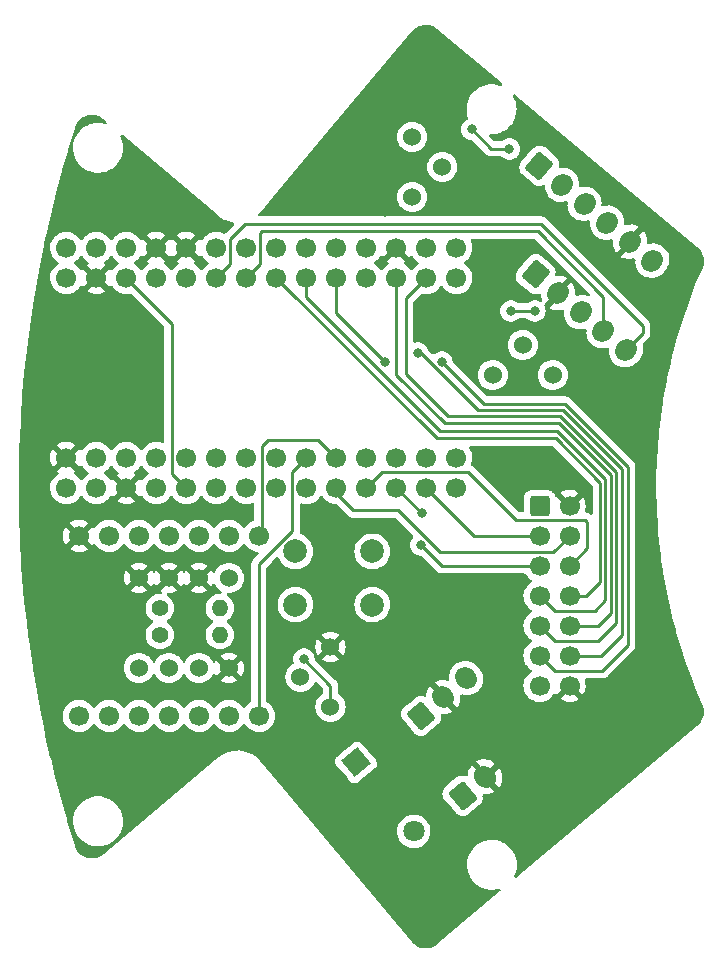
<source format=gbr>
%TF.GenerationSoftware,KiCad,Pcbnew,(6.0.11)*%
%TF.CreationDate,2023-10-13T17:07:18+09:00*%
%TF.ProjectId,main_board,6d61696e-5f62-46f6-9172-642e6b696361,rev?*%
%TF.SameCoordinates,Original*%
%TF.FileFunction,Copper,L2,Bot*%
%TF.FilePolarity,Positive*%
%FSLAX46Y46*%
G04 Gerber Fmt 4.6, Leading zero omitted, Abs format (unit mm)*
G04 Created by KiCad (PCBNEW (6.0.11)) date 2023-10-13 17:07:18*
%MOMM*%
%LPD*%
G01*
G04 APERTURE LIST*
G04 Aperture macros list*
%AMRoundRect*
0 Rectangle with rounded corners*
0 $1 Rounding radius*
0 $2 $3 $4 $5 $6 $7 $8 $9 X,Y pos of 4 corners*
0 Add a 4 corners polygon primitive as box body*
4,1,4,$2,$3,$4,$5,$6,$7,$8,$9,$2,$3,0*
0 Add four circle primitives for the rounded corners*
1,1,$1+$1,$2,$3*
1,1,$1+$1,$4,$5*
1,1,$1+$1,$6,$7*
1,1,$1+$1,$8,$9*
0 Add four rect primitives between the rounded corners*
20,1,$1+$1,$2,$3,$4,$5,0*
20,1,$1+$1,$4,$5,$6,$7,0*
20,1,$1+$1,$6,$7,$8,$9,0*
20,1,$1+$1,$8,$9,$2,$3,0*%
%AMHorizOval*
0 Thick line with rounded ends*
0 $1 width*
0 $2 $3 position (X,Y) of the first rounded end (center of the circle)*
0 $4 $5 position (X,Y) of the second rounded end (center of the circle)*
0 Add line between two ends*
20,1,$1,$2,$3,$4,$5,0*
0 Add two circle primitives to create the rounded ends*
1,1,$1,$2,$3*
1,1,$1,$4,$5*%
%AMRotRect*
0 Rectangle, with rotation*
0 The origin of the aperture is its center*
0 $1 length*
0 $2 width*
0 $3 Rotation angle, in degrees counterclockwise*
0 Add horizontal line*
21,1,$1,$2,0,0,$3*%
G04 Aperture macros list end*
%TA.AperFunction,ComponentPad*%
%ADD10RoundRect,0.250000X-0.600000X-0.600000X0.600000X-0.600000X0.600000X0.600000X-0.600000X0.600000X0*%
%TD*%
%TA.AperFunction,ComponentPad*%
%ADD11C,1.700000*%
%TD*%
%TA.AperFunction,ComponentPad*%
%ADD12RotRect,1.800000X1.800000X310.000000*%
%TD*%
%TA.AperFunction,ComponentPad*%
%ADD13HorizOval,1.800000X0.000000X0.000000X0.000000X0.000000X0*%
%TD*%
%TA.AperFunction,ComponentPad*%
%ADD14RoundRect,0.250000X-0.925648X-0.169710X-0.006394X-0.941055X0.925648X0.169710X0.006394X0.941055X0*%
%TD*%
%TA.AperFunction,ComponentPad*%
%ADD15HorizOval,1.700000X-0.080348X-0.095756X0.080348X0.095756X0*%
%TD*%
%TA.AperFunction,ComponentPad*%
%ADD16C,1.524000*%
%TD*%
%TA.AperFunction,ComponentPad*%
%ADD17RoundRect,0.250000X0.006394X-0.941055X0.925648X-0.169710X-0.006394X0.941055X-0.925648X0.169710X0*%
%TD*%
%TA.AperFunction,ComponentPad*%
%ADD18HorizOval,1.700000X-0.080348X0.095756X0.080348X-0.095756X0*%
%TD*%
%TA.AperFunction,ComponentPad*%
%ADD19RoundRect,0.250000X0.022464X-0.960206X0.941717X-0.188861X-0.022464X0.960206X-0.941717X0.188861X0*%
%TD*%
%TA.AperFunction,ComponentPad*%
%ADD20HorizOval,1.700000X-0.096418X0.114907X0.096418X-0.114907X0*%
%TD*%
%TA.AperFunction,ComponentPad*%
%ADD21C,1.400000*%
%TD*%
%TA.AperFunction,ComponentPad*%
%ADD22O,1.400000X1.400000*%
%TD*%
%TA.AperFunction,ComponentPad*%
%ADD23C,2.000000*%
%TD*%
%TA.AperFunction,ViaPad*%
%ADD24C,0.800000*%
%TD*%
%TA.AperFunction,Conductor*%
%ADD25C,0.250000*%
%TD*%
G04 APERTURE END LIST*
D10*
%TO.P,J4,1,Pin_1*%
%TO.N,+5V*%
X169054500Y-99060000D03*
D11*
%TO.P,J4,2,Pin_2*%
%TO.N,GND*%
X171594500Y-99060000D03*
%TO.P,J4,3,Pin_3*%
%TO.N,Push_Enter*%
X169054500Y-101600000D03*
%TO.P,J4,4,Pin_4*%
%TO.N,Push_Left*%
X171594500Y-101600000D03*
%TO.P,J4,5,Pin_5*%
%TO.N,Push_Right*%
X169054500Y-104140000D03*
%TO.P,J4,6,Pin_6*%
%TO.N,Toggle_Switch*%
X171594500Y-104140000D03*
%TO.P,J4,7,Pin_7*%
%TO.N,SSD1306_SDA*%
X169054500Y-106680000D03*
%TO.P,J4,8,Pin_8*%
%TO.N,SSD1306_SCL*%
X171594500Y-106680000D03*
%TO.P,J4,9,Pin_9*%
%TO.N,Ball_Seeed_Tx*%
X169054500Y-109220000D03*
%TO.P,J4,10,Pin_10*%
%TO.N,Ball_Seeed_Rx*%
X171594500Y-109220000D03*
%TO.P,J4,11,Pin_11*%
%TO.N,OpenMV_Tx*%
X169054500Y-111760000D03*
%TO.P,J4,12,Pin_12*%
%TO.N,OpenMV_Rx*%
X171594500Y-111760000D03*
%TO.P,J4,13,Pin_13*%
%TO.N,+5V*%
X169054500Y-114300000D03*
%TO.P,J4,14,Pin_14*%
%TO.N,GND*%
X171594500Y-114300000D03*
%TD*%
D12*
%TO.P,D1,1,K*%
%TO.N,+5V*%
X153506980Y-120779371D03*
D13*
%TO.P,D1,2,A*%
%TO.N,Net-(D1-Pad2)*%
X158405022Y-126616630D03*
%TD*%
D14*
%TO.P,J3,1,Pin_1*%
%TO.N,+5V*%
X168719242Y-79441889D03*
D15*
%TO.P,J3,2,Pin_2*%
%TO.N,GND*%
X170634353Y-81048858D03*
%TO.P,J3,3,Pin_3*%
%TO.N,Net-(J3-Pad3)*%
X172549464Y-82655827D03*
%TO.P,J3,4,Pin_4*%
%TO.N,Line_Seeed_Tx*%
X174464575Y-84262796D03*
%TO.P,J3,5,Pin_5*%
%TO.N,Line_Seeed_Rx*%
X176379686Y-85869765D03*
%TD*%
D16*
%TO.P,R1,1*%
%TO.N,Net-(J3-Pad3)*%
X165100000Y-87979000D03*
%TO.P,R1,2*%
%TO.N,+5V*%
X167640000Y-85439000D03*
%TO.P,R1,3*%
%TO.N,N/C*%
X170180000Y-87979000D03*
%TD*%
D14*
%TO.P,J5,1,Pin_1*%
%TO.N,Kathode*%
X169031686Y-70256404D03*
D15*
%TO.P,J5,2,Pin_2*%
X170946797Y-71863373D03*
%TO.P,J5,3,Pin_3*%
%TO.N,TouchSensor*%
X172861908Y-73470342D03*
%TO.P,J5,4,Pin_4*%
%TO.N,Net-(J5-Pad4)*%
X174777019Y-75077311D03*
%TO.P,J5,5,Pin_5*%
%TO.N,GND*%
X176692130Y-76684280D03*
%TO.P,J5,6,Pin_6*%
%TO.N,+3.3V*%
X178607242Y-78291249D03*
%TD*%
D17*
%TO.P,J2,1,Pin_1*%
%TO.N,+5V*%
X159004000Y-116840000D03*
D18*
%TO.P,J2,2,Pin_2*%
%TO.N,GND*%
X160919111Y-115233031D03*
%TO.P,J2,3,Pin_3*%
%TO.N,MD_TX*%
X162834222Y-113626062D03*
%TD*%
D19*
%TO.P,J1,1,Pin_1*%
%TO.N,Net-(D1-Pad2)*%
X162534981Y-123591311D03*
D20*
%TO.P,J1,2,Pin_2*%
%TO.N,GND*%
X164450092Y-121984342D03*
%TD*%
D16*
%TO.P,R2,1*%
%TO.N,Net-(J5-Pad4)*%
X158274000Y-67818000D03*
%TO.P,R2,2*%
%TO.N,+5V*%
X160814000Y-70358000D03*
%TO.P,R2,3*%
%TO.N,N/C*%
X158274000Y-72898000D03*
%TD*%
D21*
%TO.P,R4,1*%
%TO.N,L3GD20H_SDA*%
X136906000Y-107696000D03*
D22*
%TO.P,R4,2*%
%TO.N,+3.3V*%
X141986000Y-107696000D03*
%TD*%
D16*
%TO.P,U3,1,VCC*%
%TO.N,+3.3V*%
X135128000Y-112776000D03*
%TO.P,U3,2,SCL*%
%TO.N,L3GD20H_SCL*%
X137668000Y-112776000D03*
%TO.P,U3,3,SDA*%
%TO.N,L3GD20H_SDA*%
X140208000Y-112776000D03*
%TO.P,U3,4,SA0*%
%TO.N,GND*%
X142748000Y-112776000D03*
%TO.P,U3,5,GND*%
X135128000Y-105156000D03*
%TO.P,U3,6,INT1*%
X137668000Y-105156000D03*
%TO.P,U3,7,INT2*%
X140208000Y-105156000D03*
%TO.P,U3,8,CS*%
%TO.N,+3.3V*%
X142748000Y-105156000D03*
%TD*%
D11*
%TO.P,U1,1,GND*%
%TO.N,GND*%
X134064000Y-97536000D03*
X156924000Y-77216000D03*
X139144000Y-77216000D03*
X136604000Y-77216000D03*
X128984000Y-94996000D03*
X131524000Y-79756000D03*
%TO.P,U1,2,0_RX1_CRX2_CS1*%
%TO.N,unconnected-(U1-Pad2)*%
X131524000Y-94996000D03*
%TO.P,U1,3,1_TX1_CTX2_MISO1*%
%TO.N,MD_TX*%
X134064000Y-94996000D03*
%TO.P,U1,4,2_OUT2*%
%TO.N,unconnected-(U1-Pad4)*%
X136604000Y-94996000D03*
%TO.P,U1,5,3_LRCLK2*%
%TO.N,unconnected-(U1-Pad5)*%
X139144000Y-94996000D03*
%TO.P,U1,6,4_BCLK2*%
%TO.N,unconnected-(U1-Pad6)*%
X141684000Y-94996000D03*
%TO.P,U1,7,5_IN2*%
%TO.N,unconnected-(U1-Pad7)*%
X144224000Y-94996000D03*
%TO.P,U1,8,6_OUT1D*%
%TO.N,unconnected-(U1-Pad8)*%
X146764000Y-94996000D03*
%TO.P,U1,9,7_RX2_OUT1A*%
%TO.N,Gyro_Seeed_Rx*%
X149304000Y-94996000D03*
%TO.P,U1,10,8_TX2_IN1*%
%TO.N,Gyro_Seeed_Tx*%
X151844000Y-94996000D03*
%TO.P,U1,11,9_OUT1C*%
%TO.N,unconnected-(U1-Pad11)*%
X154384000Y-94996000D03*
%TO.P,U1,12,10_CS_MQSR*%
%TO.N,unconnected-(U1-Pad12)*%
X156924000Y-94996000D03*
%TO.P,U1,13,11_MOSI_CTX1*%
%TO.N,unconnected-(U1-Pad13)*%
X159464000Y-94996000D03*
%TO.P,U1,14,12_MISO_MQSL*%
%TO.N,unconnected-(U1-Pad14)*%
X162004000Y-94996000D03*
%TO.P,U1,15,VBAT*%
%TO.N,unconnected-(U1-Pad15)*%
X162004000Y-97536000D03*
%TO.P,U1,18,PROGRAM*%
%TO.N,unconnected-(U1-Pad18)*%
X159464000Y-77216000D03*
%TO.P,U1,19,ON_OFF*%
%TO.N,unconnected-(U1-Pad19)*%
X162004000Y-77216000D03*
%TO.P,U1,20,13_SCK_CRX1_LED*%
%TO.N,unconnected-(U1-Pad20)*%
X162004000Y-79756000D03*
%TO.P,U1,21,14_A0_TX3_SPDIF_OUT*%
%TO.N,Ball_Seeed_Tx*%
X159464000Y-79756000D03*
%TO.P,U1,22,15_A1_RX3_SPDIF_IN*%
%TO.N,Ball_Seeed_Rx*%
X156924000Y-79756000D03*
%TO.P,U1,23,16_A2_RX4_SCL1*%
%TO.N,OpenMV_Rx*%
X154384000Y-79756000D03*
%TO.P,U1,24,17_A3_TX4_SDA1*%
%TO.N,OpenMV_Tx*%
X151844000Y-79756000D03*
%TO.P,U1,25,18_A4_SDA0*%
%TO.N,SSD1306_SDA*%
X149304000Y-79756000D03*
%TO.P,U1,26,19_A5_SCL0*%
%TO.N,SSD1306_SCL*%
X146764000Y-79756000D03*
%TO.P,U1,27,20_A6_TX5_LRCLK1*%
%TO.N,Line_Seeed_Tx*%
X144224000Y-79756000D03*
%TO.P,U1,28,21_A7_RX5_BCLK1*%
%TO.N,Line_Seeed_Rx*%
X141684000Y-79756000D03*
%TO.P,U1,29,22_A8_CTX1*%
%TO.N,unconnected-(U1-Pad29)*%
X139144000Y-79756000D03*
%TO.P,U1,30,23_A9_CRX1_MCLK1*%
%TO.N,unconnected-(U1-Pad30)*%
X136604000Y-79756000D03*
%TO.P,U1,31,3V3*%
%TO.N,+3.3V*%
X134064000Y-79756000D03*
X139144000Y-97536000D03*
X154384000Y-77216000D03*
%TO.P,U1,33,VIN*%
%TO.N,+5V*%
X128984000Y-79756000D03*
%TO.P,U1,34,VUSB*%
%TO.N,unconnected-(U1-Pad34)*%
X128984000Y-77216000D03*
%TO.P,U1,35,24_A10_TX6_SCL2*%
%TO.N,unconnected-(U1-Pad35)*%
X151844000Y-77216000D03*
%TO.P,U1,36,25_A11_RX6_SDA2*%
%TO.N,unconnected-(U1-Pad36)*%
X144224000Y-77216000D03*
%TO.P,U1,37,26_A12_MOSI1*%
%TO.N,unconnected-(U1-Pad37)*%
X146764000Y-77216000D03*
%TO.P,U1,38,27_A13_SCK1*%
%TO.N,unconnected-(U1-Pad38)*%
X141684000Y-77216000D03*
%TO.P,U1,39,28_RX7*%
%TO.N,unconnected-(U1-Pad39)*%
X149304000Y-77216000D03*
%TO.P,U1,40,29_TX7*%
%TO.N,unconnected-(U1-Pad40)*%
X149304000Y-97536000D03*
%TO.P,U1,41,30_CRX3*%
%TO.N,Push_Enter*%
X159464000Y-97536000D03*
%TO.P,U1,42,31_CTX3*%
%TO.N,Push_Left*%
X151844000Y-97536000D03*
%TO.P,U1,43,32_OUT1B*%
%TO.N,Push_Right*%
X156924000Y-97536000D03*
%TO.P,U1,44,33_MCLK2*%
%TO.N,Toggle_Switch*%
X154384000Y-97536000D03*
%TO.P,U1,45,34_DAT1_MISO2*%
%TO.N,TouchSensor*%
X128984000Y-97536000D03*
%TO.P,U1,46,35_DAT0_MOSI2*%
%TO.N,unconnected-(U1-Pad46)*%
X131524000Y-97536000D03*
%TO.P,U1,48,36_CLK_CS2*%
%TO.N,unconnected-(U1-Pad48)*%
X136604000Y-97536000D03*
%TO.P,U1,50,37_CMD_SCK2*%
%TO.N,unconnected-(U1-Pad50)*%
X141684000Y-97536000D03*
%TO.P,U1,51,38_DAT3_RX5*%
%TO.N,unconnected-(U1-Pad51)*%
X144224000Y-97536000D03*
%TO.P,U1,52,39_DAT2_TX5*%
%TO.N,unconnected-(U1-Pad52)*%
X146764000Y-97536000D03*
%TO.P,U1,53,D-*%
%TO.N,unconnected-(U1-Pad53)*%
X131524000Y-77216000D03*
%TO.P,U1,54,D+*%
%TO.N,unconnected-(U1-Pad54)*%
X134064000Y-77216000D03*
%TD*%
D21*
%TO.P,R3,1*%
%TO.N,L3GD20H_SCL*%
X136906000Y-109982000D03*
D22*
%TO.P,R3,2*%
%TO.N,+3.3V*%
X141986000Y-109982000D03*
%TD*%
D16*
%TO.P,RV1,1,1*%
%TO.N,+3.3V*%
X151352000Y-116078000D03*
%TO.P,RV1,2,2*%
%TO.N,A1*%
X148812000Y-113538000D03*
%TO.P,RV1,3,3*%
%TO.N,GND*%
X151352000Y-110998000D03*
%TD*%
D23*
%TO.P,SW1,1,1*%
%TO.N,+3.3V*%
X148388000Y-102906000D03*
X154888000Y-102906000D03*
%TO.P,SW1,2,2*%
%TO.N,A2*%
X154888000Y-107406000D03*
X148388000Y-107406000D03*
%TD*%
D11*
%TO.P,U2,1,PA02_A0_D0*%
%TO.N,unconnected-(U2-Pad1)*%
X130048000Y-116840000D03*
%TO.P,U2,2,PA4_A1_D1*%
%TO.N,A1*%
X132588000Y-116840000D03*
%TO.P,U2,3,PA10_A2_D2*%
%TO.N,A2*%
X135128000Y-116840000D03*
%TO.P,U2,4,PA11_A3_D3*%
%TO.N,unconnected-(U2-Pad4)*%
X137668000Y-116840000D03*
%TO.P,U2,5,PA8_A4_D4_SDA*%
%TO.N,L3GD20H_SDA*%
X140208000Y-116840000D03*
%TO.P,U2,6,PA9_A5_D5_SCL*%
%TO.N,L3GD20H_SCL*%
X142748000Y-116840000D03*
%TO.P,U2,7,PB08_A6_D6_TX*%
%TO.N,Gyro_Seeed_Rx*%
X145288000Y-116840000D03*
%TO.P,U2,8,PB09_A7_D7_RX*%
%TO.N,Gyro_Seeed_Tx*%
X145288000Y-101600000D03*
%TO.P,U2,9,PA7_A8_D8_SCK*%
%TO.N,unconnected-(U2-Pad9)*%
X142748000Y-101600000D03*
%TO.P,U2,10,PA5_A9_D9_MISO*%
%TO.N,unconnected-(U2-Pad10)*%
X140208000Y-101600000D03*
%TO.P,U2,11,PA6_A10_D10_MOSI*%
%TO.N,unconnected-(U2-Pad11)*%
X137668000Y-101600000D03*
%TO.P,U2,12,3V3*%
%TO.N,+3.3V*%
X135128000Y-101600000D03*
%TO.P,U2,13,GND*%
%TO.N,+5V*%
X132588000Y-101600000D03*
%TO.P,U2,14,5V*%
%TO.N,GND*%
X130048000Y-101600000D03*
%TD*%
D24*
%TO.N,GND*%
X167005000Y-105537000D03*
X161036000Y-82804000D03*
X155956000Y-74168000D03*
X164084000Y-110871000D03*
X172339000Y-76581000D03*
X157607000Y-120904000D03*
X151003000Y-121412000D03*
X171704000Y-96520000D03*
X168275000Y-127508000D03*
X143764000Y-108585000D03*
X164465000Y-94869000D03*
X128905000Y-103759000D03*
X133604000Y-118745000D03*
X150368000Y-118618000D03*
X178562000Y-87757000D03*
X167005000Y-113411000D03*
X181483000Y-116332000D03*
X165862000Y-96520000D03*
X159766000Y-66548000D03*
X129159000Y-83820000D03*
X147193000Y-121666000D03*
X142494000Y-114808000D03*
X161671000Y-109982000D03*
X169418000Y-94869000D03*
X151638000Y-105283000D03*
X166751000Y-74041000D03*
X163068000Y-86868000D03*
X171958000Y-85471000D03*
X131572000Y-109601000D03*
X162687000Y-105283000D03*
X161544000Y-107696000D03*
X134874000Y-82423000D03*
X128651000Y-114681000D03*
X131445000Y-81915000D03*
X151511000Y-108712000D03*
X166751000Y-118237000D03*
X164719000Y-77343000D03*
X133350000Y-103759000D03*
X129032000Y-92710000D03*
X175514000Y-113665000D03*
X137414000Y-114935000D03*
X180340000Y-76581000D03*
X165989000Y-86614000D03*
X163322000Y-70739000D03*
X179832000Y-83693000D03*
X164211000Y-131953000D03*
X159639000Y-135001000D03*
X182118000Y-78613000D03*
X146558000Y-106426000D03*
X178308000Y-94742000D03*
X169418000Y-96647000D03*
X136652000Y-92964000D03*
X172466000Y-88519000D03*
%TO.N,Net-(J3-Pad3)*%
X166624000Y-82550000D03*
X168656000Y-82550000D03*
%TO.N,Push_Right*%
X159131000Y-99695000D03*
X158999701Y-102366299D03*
%TO.N,OpenMV_Tx*%
X160786299Y-86863701D03*
X155956000Y-86868000D03*
%TO.N,OpenMV_Rx*%
X158750000Y-86106000D03*
%TO.N,TouchSensor*%
X163326997Y-67178003D03*
X166497000Y-68834000D03*
%TO.N,+3.3V*%
X149098000Y-112014000D03*
%TD*%
D25*
%TO.N,Net-(J3-Pad3)*%
X168656000Y-82550000D02*
X166624000Y-82550000D01*
%TO.N,Line_Seeed_Tx*%
X145542000Y-75819000D02*
X145415000Y-75946000D01*
X174464575Y-84262796D02*
X174464575Y-81373575D01*
X145415000Y-75946000D02*
X145415000Y-78565000D01*
X168910000Y-75819000D02*
X145542000Y-75819000D01*
X145415000Y-78565000D02*
X144224000Y-79756000D01*
X174464575Y-81373575D02*
X168910000Y-75819000D01*
%TO.N,Line_Seeed_Rx*%
X141684000Y-79756000D02*
X142875000Y-78565000D01*
X142875000Y-76454000D02*
X144145000Y-75184000D01*
X169164000Y-75184000D02*
X177800000Y-83820000D01*
X177800000Y-83820000D02*
X177800000Y-84449451D01*
X144145000Y-75184000D02*
X169164000Y-75184000D01*
X177800000Y-84449451D02*
X176379686Y-85869765D01*
X142875000Y-78565000D02*
X142875000Y-76454000D01*
%TO.N,Push_Enter*%
X163528000Y-101600000D02*
X159464000Y-97536000D01*
X169054500Y-101600000D02*
X163528000Y-101600000D01*
%TO.N,Push_Left*%
X170229500Y-102965000D02*
X160623000Y-102965000D01*
X160623000Y-102965000D02*
X157099000Y-99441000D01*
X151844000Y-97996000D02*
X151844000Y-97536000D01*
X157099000Y-99441000D02*
X153289000Y-99441000D01*
X153289000Y-99441000D02*
X151844000Y-97996000D01*
X171594500Y-101600000D02*
X170229500Y-102965000D01*
%TO.N,Push_Right*%
X158999701Y-102366299D02*
X160773402Y-104140000D01*
X159083000Y-99695000D02*
X156924000Y-97536000D01*
X159131000Y-99695000D02*
X159083000Y-99695000D01*
X160773402Y-104140000D02*
X169054500Y-104140000D01*
%TO.N,Toggle_Switch*%
X162973000Y-96171000D02*
X155749000Y-96171000D01*
X171594500Y-104140000D02*
X173101000Y-102633500D01*
X155749000Y-96171000D02*
X154384000Y-97536000D01*
X173101000Y-100457000D02*
X172879000Y-100235000D01*
X167037000Y-100235000D02*
X162973000Y-96171000D01*
X172879000Y-100235000D02*
X167037000Y-100235000D01*
X173101000Y-102633500D02*
X173101000Y-100457000D01*
%TO.N,SSD1306_SDA*%
X160655000Y-92710000D02*
X149304000Y-81359000D01*
X173736000Y-107950000D02*
X174625000Y-107061000D01*
X170561000Y-92710000D02*
X160655000Y-92710000D01*
X170324500Y-107950000D02*
X173736000Y-107950000D01*
X169054500Y-106680000D02*
X170324500Y-107950000D01*
X174625000Y-107061000D02*
X174625000Y-96774000D01*
X149304000Y-81359000D02*
X149304000Y-79756000D01*
X174625000Y-96774000D02*
X170561000Y-92710000D01*
%TO.N,SSD1306_SCL*%
X171594500Y-106680000D02*
X172974000Y-106680000D01*
X172974000Y-106680000D02*
X174175000Y-105479000D01*
X174175000Y-97086000D02*
X170434000Y-93345000D01*
X170434000Y-93345000D02*
X160353000Y-93345000D01*
X160353000Y-93345000D02*
X146764000Y-79756000D01*
X174175000Y-105479000D02*
X174175000Y-97086000D01*
%TO.N,OpenMV_Tx*%
X176530000Y-95725552D02*
X176530000Y-110872396D01*
X171228448Y-90424000D02*
X176530000Y-95725552D01*
X176530000Y-110872396D02*
X174372396Y-113030000D01*
X174372396Y-113030000D02*
X170324500Y-113030000D01*
X160786299Y-86863701D02*
X164346598Y-90424000D01*
X170324500Y-113030000D02*
X169054500Y-111760000D01*
X164346598Y-90424000D02*
X171228448Y-90424000D01*
X151844000Y-79756000D02*
X151844000Y-82756000D01*
X151844000Y-82756000D02*
X155956000Y-86868000D01*
%TO.N,OpenMV_Rx*%
X174244000Y-111760000D02*
X171594500Y-111760000D01*
X176022000Y-109982000D02*
X174244000Y-111760000D01*
X176022000Y-95948500D02*
X176022000Y-109982000D01*
X158750000Y-86106000D02*
X159004000Y-86106000D01*
X171005500Y-90932000D02*
X176022000Y-95948500D01*
X159004000Y-86106000D02*
X163830000Y-90932000D01*
X163830000Y-90932000D02*
X171005500Y-90932000D01*
%TO.N,TouchSensor*%
X164982994Y-68834000D02*
X166497000Y-68834000D01*
X163326997Y-67178003D02*
X164982994Y-68834000D01*
%TO.N,+3.3V*%
X139144000Y-97536000D02*
X137922000Y-96314000D01*
X151352000Y-114268000D02*
X151352000Y-116078000D01*
X137922000Y-96314000D02*
X137922000Y-83614000D01*
X149098000Y-112014000D02*
X151352000Y-114268000D01*
X137922000Y-83614000D02*
X134064000Y-79756000D01*
%TO.N,Gyro_Seeed_Rx*%
X148129000Y-96171000D02*
X149304000Y-94996000D01*
X145288000Y-116840000D02*
X145288000Y-104013000D01*
X148129000Y-101172000D02*
X148129000Y-96171000D01*
X145288000Y-104013000D02*
X148129000Y-101172000D01*
%TO.N,Gyro_Seeed_Tx*%
X145542000Y-93980000D02*
X146050000Y-93472000D01*
X145542000Y-101346000D02*
X145542000Y-93980000D01*
X150320000Y-93472000D02*
X151844000Y-94996000D01*
X146050000Y-93472000D02*
X150320000Y-93472000D01*
X145288000Y-101600000D02*
X145542000Y-101346000D01*
%TO.N,Ball_Seeed_Tx*%
X170324500Y-110490000D02*
X173990000Y-110490000D01*
X175525000Y-96150000D02*
X170815000Y-91440000D01*
X169054500Y-109220000D02*
X170324500Y-110490000D01*
X161290000Y-91440000D02*
X157734000Y-87884000D01*
X157734000Y-81486000D02*
X159464000Y-79756000D01*
X175525000Y-108955000D02*
X175525000Y-96150000D01*
X173990000Y-110490000D02*
X175525000Y-108955000D01*
X170815000Y-91440000D02*
X161290000Y-91440000D01*
X157734000Y-87884000D02*
X157734000Y-81486000D01*
%TO.N,Ball_Seeed_Rx*%
X171594500Y-109220000D02*
X173990000Y-109220000D01*
X170688000Y-92075000D02*
X161036000Y-92075000D01*
X173990000Y-109220000D02*
X175075000Y-108135000D01*
X175075000Y-108135000D02*
X175075000Y-96462000D01*
X161036000Y-92075000D02*
X156924000Y-87963000D01*
X175075000Y-96462000D02*
X170688000Y-92075000D01*
X156924000Y-87963000D02*
X156924000Y-79756000D01*
%TD*%
%TA.AperFunction,Conductor*%
%TO.N,GND*%
G36*
X159544964Y-58327354D02*
G01*
X159582616Y-58329433D01*
X159600442Y-58331700D01*
X159791348Y-58369982D01*
X159808670Y-58374763D01*
X159992177Y-58439808D01*
X160008643Y-58447004D01*
X160181033Y-58537493D01*
X160196308Y-58546958D01*
X160327919Y-58642136D01*
X160340536Y-58653634D01*
X160340538Y-58653632D01*
X160347354Y-58659487D01*
X160353262Y-58666239D01*
X160380112Y-58683352D01*
X160393311Y-58693027D01*
X165857716Y-63272151D01*
X165897081Y-63331235D01*
X165898254Y-63402222D01*
X165860862Y-63462574D01*
X165796777Y-63493129D01*
X165726145Y-63484099D01*
X165705011Y-63474822D01*
X165679076Y-63467434D01*
X165432647Y-63397237D01*
X165432648Y-63397237D01*
X165428519Y-63396061D01*
X165215817Y-63365790D01*
X165148149Y-63356159D01*
X165148147Y-63356159D01*
X165143897Y-63355554D01*
X165139608Y-63355532D01*
X165139601Y-63355531D01*
X164860696Y-63354070D01*
X164860689Y-63354070D01*
X164856410Y-63354048D01*
X164852166Y-63354607D01*
X164852162Y-63354607D01*
X164726773Y-63371115D01*
X164571379Y-63391573D01*
X164567239Y-63392706D01*
X164567237Y-63392706D01*
X164490424Y-63413720D01*
X164294077Y-63467434D01*
X164290129Y-63469118D01*
X164033589Y-63578542D01*
X164033585Y-63578544D01*
X164029637Y-63580228D01*
X164012678Y-63590378D01*
X163786634Y-63725662D01*
X163786630Y-63725665D01*
X163782952Y-63727866D01*
X163558585Y-63907618D01*
X163360690Y-64116156D01*
X163192927Y-64349622D01*
X163058401Y-64603697D01*
X162959602Y-64873678D01*
X162898358Y-65154569D01*
X162898022Y-65158839D01*
X162876309Y-65434733D01*
X162876308Y-65434733D01*
X162876309Y-65434735D01*
X162875802Y-65441174D01*
X162892351Y-65728188D01*
X162893176Y-65732393D01*
X162893177Y-65732401D01*
X162925123Y-65895226D01*
X162947699Y-66010300D01*
X162949086Y-66014350D01*
X162949087Y-66014355D01*
X163012000Y-66198107D01*
X163015142Y-66269034D01*
X162979439Y-66330401D01*
X162944042Y-66354027D01*
X162876283Y-66384196D01*
X162876278Y-66384199D01*
X162870245Y-66386885D01*
X162864904Y-66390765D01*
X162864903Y-66390766D01*
X162821179Y-66422534D01*
X162715744Y-66499137D01*
X162711323Y-66504047D01*
X162711322Y-66504048D01*
X162604949Y-66622188D01*
X162587957Y-66641059D01*
X162492470Y-66806447D01*
X162433455Y-66988075D01*
X162432765Y-66994636D01*
X162432765Y-66994638D01*
X162430219Y-67018865D01*
X162413493Y-67178003D01*
X162414183Y-67184568D01*
X162414649Y-67188997D01*
X162433455Y-67367931D01*
X162492470Y-67549559D01*
X162587957Y-67714947D01*
X162592375Y-67719854D01*
X162592376Y-67719855D01*
X162680746Y-67818000D01*
X162715744Y-67856869D01*
X162870245Y-67969121D01*
X162876273Y-67971805D01*
X162876275Y-67971806D01*
X163038678Y-68044112D01*
X163044709Y-68046797D01*
X163138109Y-68066650D01*
X163225053Y-68085131D01*
X163225058Y-68085131D01*
X163231510Y-68086503D01*
X163287403Y-68086503D01*
X163355524Y-68106505D01*
X163376498Y-68123408D01*
X164479337Y-69226247D01*
X164486881Y-69234537D01*
X164490994Y-69241018D01*
X164496771Y-69246443D01*
X164540661Y-69287658D01*
X164543503Y-69290413D01*
X164563224Y-69310134D01*
X164566419Y-69312612D01*
X164575441Y-69320318D01*
X164607673Y-69350586D01*
X164614622Y-69354406D01*
X164625426Y-69360346D01*
X164641950Y-69371199D01*
X164657953Y-69383613D01*
X164698537Y-69401176D01*
X164709167Y-69406383D01*
X164747934Y-69427695D01*
X164755611Y-69429666D01*
X164755616Y-69429668D01*
X164767552Y-69432732D01*
X164786260Y-69439137D01*
X164804849Y-69447181D01*
X164812674Y-69448420D01*
X164812676Y-69448421D01*
X164848513Y-69454097D01*
X164860134Y-69456504D01*
X164895283Y-69465528D01*
X164902964Y-69467500D01*
X164923225Y-69467500D01*
X164942934Y-69469051D01*
X164962937Y-69472219D01*
X164970829Y-69471473D01*
X164976056Y-69470979D01*
X165006948Y-69468059D01*
X165018805Y-69467500D01*
X165788800Y-69467500D01*
X165856921Y-69487502D01*
X165876147Y-69503843D01*
X165876420Y-69503540D01*
X165881332Y-69507963D01*
X165885747Y-69512866D01*
X165907329Y-69528546D01*
X166017318Y-69608458D01*
X166040248Y-69625118D01*
X166046276Y-69627802D01*
X166046278Y-69627803D01*
X166076171Y-69641112D01*
X166214712Y-69702794D01*
X166275971Y-69715815D01*
X166395056Y-69741128D01*
X166395061Y-69741128D01*
X166401513Y-69742500D01*
X166592487Y-69742500D01*
X166598939Y-69741128D01*
X166598944Y-69741128D01*
X166718029Y-69715815D01*
X166779288Y-69702794D01*
X166917829Y-69641112D01*
X166947722Y-69627803D01*
X166947724Y-69627802D01*
X166953752Y-69625118D01*
X166976683Y-69608458D01*
X167037330Y-69564395D01*
X167108253Y-69512866D01*
X167144852Y-69472219D01*
X167231621Y-69375852D01*
X167231622Y-69375851D01*
X167236040Y-69370944D01*
X167303840Y-69253512D01*
X167328223Y-69211279D01*
X167328224Y-69211278D01*
X167331527Y-69205556D01*
X167390542Y-69023928D01*
X167392829Y-69002174D01*
X167409814Y-68840565D01*
X167410504Y-68834000D01*
X167405701Y-68788304D01*
X167391232Y-68650635D01*
X167391232Y-68650633D01*
X167390542Y-68644072D01*
X167331527Y-68462444D01*
X167327620Y-68455676D01*
X167239341Y-68302774D01*
X167236040Y-68297056D01*
X167108253Y-68155134D01*
X166953752Y-68042882D01*
X166947724Y-68040198D01*
X166947722Y-68040197D01*
X166785319Y-67967891D01*
X166785318Y-67967891D01*
X166779288Y-67965206D01*
X166685888Y-67945353D01*
X166598944Y-67926872D01*
X166598939Y-67926872D01*
X166592487Y-67925500D01*
X166401513Y-67925500D01*
X166395061Y-67926872D01*
X166395056Y-67926872D01*
X166308112Y-67945353D01*
X166214712Y-67965206D01*
X166208682Y-67967891D01*
X166208681Y-67967891D01*
X166046278Y-68040197D01*
X166046276Y-68040198D01*
X166040248Y-68042882D01*
X165885747Y-68155134D01*
X165881332Y-68160037D01*
X165876420Y-68164460D01*
X165875295Y-68163211D01*
X165821986Y-68196051D01*
X165788800Y-68200500D01*
X165297589Y-68200500D01*
X165229468Y-68180498D01*
X165208494Y-68163595D01*
X164831023Y-67786124D01*
X164796997Y-67723812D01*
X164802062Y-67652997D01*
X164844609Y-67596161D01*
X164911129Y-67571350D01*
X164922087Y-67571045D01*
X165018015Y-67572552D01*
X165095431Y-67573769D01*
X165095437Y-67573769D01*
X165099721Y-67573836D01*
X165103973Y-67573321D01*
X165103981Y-67573321D01*
X165380869Y-67539813D01*
X165380874Y-67539812D01*
X165385130Y-67539297D01*
X165663210Y-67466344D01*
X165928817Y-67356326D01*
X166177035Y-67211279D01*
X166403272Y-67033887D01*
X166417830Y-67018865D01*
X166590170Y-66841023D01*
X166603340Y-66827433D01*
X166605873Y-66823985D01*
X166605877Y-66823980D01*
X166771000Y-66599191D01*
X166773538Y-66595736D01*
X166775584Y-66591968D01*
X166908667Y-66346860D01*
X166908668Y-66346858D01*
X166910717Y-66343084D01*
X166961528Y-66208618D01*
X167010820Y-66078171D01*
X167010821Y-66078167D01*
X167012338Y-66074153D01*
X167050562Y-65907258D01*
X167075562Y-65798102D01*
X167075563Y-65798098D01*
X167076520Y-65793918D01*
X167090788Y-65634053D01*
X167101856Y-65510031D01*
X167101856Y-65510029D01*
X167102076Y-65507565D01*
X167102540Y-65463305D01*
X167082986Y-65176480D01*
X167078449Y-65154569D01*
X167025556Y-64899160D01*
X167024687Y-64894963D01*
X166928720Y-64623962D01*
X166802923Y-64380234D01*
X166789454Y-64310526D01*
X166815809Y-64244603D01*
X166873622Y-64203393D01*
X166944536Y-64199982D01*
X166995816Y-64225870D01*
X175286355Y-71173270D01*
X182419051Y-77150408D01*
X182432947Y-77164010D01*
X182442837Y-77175313D01*
X182442843Y-77175318D01*
X182448749Y-77182068D01*
X182457822Y-77187851D01*
X182461672Y-77190305D01*
X182481590Y-77206033D01*
X182604037Y-77324586D01*
X182616078Y-77338046D01*
X182735805Y-77492940D01*
X182745796Y-77507984D01*
X182842133Y-77678401D01*
X182849873Y-77694725D01*
X182920841Y-77877152D01*
X182926167Y-77894416D01*
X182970320Y-78085137D01*
X182973123Y-78102985D01*
X182978243Y-78163818D01*
X182989542Y-78298047D01*
X182989763Y-78316113D01*
X182986241Y-78375203D01*
X182979530Y-78487797D01*
X182978115Y-78511528D01*
X182975750Y-78529436D01*
X182954545Y-78632427D01*
X182936275Y-78721162D01*
X182931372Y-78738552D01*
X182877106Y-78888812D01*
X182866900Y-78909119D01*
X182867325Y-78909356D01*
X182864960Y-78913606D01*
X182862272Y-78917665D01*
X182859766Y-78923121D01*
X182859616Y-78923354D01*
X182859537Y-78923619D01*
X182857033Y-78929072D01*
X182856081Y-78932433D01*
X182855265Y-78934484D01*
X182504626Y-79754868D01*
X182341730Y-80135993D01*
X181860974Y-81357079D01*
X181860682Y-81357889D01*
X181860678Y-81357899D01*
X181432970Y-82543435D01*
X181415623Y-82591517D01*
X181006047Y-83838283D01*
X180632586Y-85096338D01*
X180632355Y-85097208D01*
X180632352Y-85097218D01*
X180373399Y-86071689D01*
X180295551Y-86364638D01*
X180295342Y-86365527D01*
X180065940Y-87341324D01*
X179995223Y-87642127D01*
X179995037Y-87643033D01*
X179995033Y-87643053D01*
X179970127Y-87764628D01*
X179731850Y-88927744D01*
X179731692Y-88928649D01*
X179538667Y-90031747D01*
X179505652Y-90220419D01*
X179316817Y-91519079D01*
X179165501Y-92822644D01*
X179051832Y-94130029D01*
X179051778Y-94130959D01*
X179051777Y-94130974D01*
X178984322Y-95294858D01*
X178975902Y-95440147D01*
X178975876Y-95441034D01*
X178975875Y-95441062D01*
X178948059Y-96398101D01*
X178937776Y-96751910D01*
X178937700Y-97096702D01*
X178937504Y-97980479D01*
X178937485Y-98064227D01*
X178937511Y-98065121D01*
X178937511Y-98065150D01*
X178959224Y-98823800D01*
X178975029Y-99376007D01*
X178975083Y-99376946D01*
X179048100Y-100646575D01*
X179050376Y-100686159D01*
X179050451Y-100687021D01*
X179050452Y-100687041D01*
X179103027Y-101294856D01*
X179163466Y-101993595D01*
X179163572Y-101994509D01*
X179163574Y-101994532D01*
X179314100Y-103296345D01*
X179314202Y-103297226D01*
X179314326Y-103298080D01*
X179314328Y-103298097D01*
X179365542Y-103651406D01*
X179502461Y-104595970D01*
X179502610Y-104596821D01*
X179502610Y-104596824D01*
X179517434Y-104681761D01*
X179728085Y-105888746D01*
X179990887Y-107174479D01*
X179991092Y-107175354D01*
X179991098Y-107175380D01*
X180175400Y-107960897D01*
X180290649Y-108452102D01*
X180290875Y-108452954D01*
X180290880Y-108452974D01*
X180587822Y-109572400D01*
X180627121Y-109720551D01*
X181000023Y-110978772D01*
X181409045Y-112225719D01*
X181409351Y-112226568D01*
X181409355Y-112226580D01*
X181845940Y-113438401D01*
X181853849Y-113460355D01*
X182334062Y-114681654D01*
X182831474Y-115846870D01*
X182841703Y-115870833D01*
X182843272Y-115874928D01*
X182843873Y-115877270D01*
X182846246Y-115882794D01*
X182846316Y-115883055D01*
X182846457Y-115883286D01*
X182848827Y-115888804D01*
X182851416Y-115892932D01*
X182854688Y-115898149D01*
X182866468Y-115922339D01*
X182922618Y-116078000D01*
X182923046Y-116079187D01*
X182927938Y-116096562D01*
X182933576Y-116123979D01*
X182967333Y-116288149D01*
X182969693Y-116306045D01*
X182981306Y-116501297D01*
X182981084Y-116519345D01*
X182975161Y-116589707D01*
X182964677Y-116714251D01*
X182961878Y-116732085D01*
X182948360Y-116790512D01*
X182922639Y-116901678D01*
X182917787Y-116922647D01*
X182912470Y-116939892D01*
X182842750Y-117119236D01*
X182841598Y-117122200D01*
X182833874Y-117138504D01*
X182757275Y-117274117D01*
X182737673Y-117308821D01*
X182727692Y-117323861D01*
X182608151Y-117478671D01*
X182596123Y-117492132D01*
X182549387Y-117537438D01*
X182479125Y-117605549D01*
X182464271Y-117617000D01*
X182458305Y-117621883D01*
X182450626Y-117626525D01*
X182430006Y-117648990D01*
X182429106Y-117649970D01*
X182417274Y-117661287D01*
X167196907Y-130432693D01*
X167124360Y-130493567D01*
X167059320Y-130522031D01*
X166989215Y-130510814D01*
X166936304Y-130463475D01*
X166917385Y-130395046D01*
X166932638Y-130336924D01*
X166942305Y-130319119D01*
X166942307Y-130319114D01*
X166944358Y-130315337D01*
X167045979Y-130046406D01*
X167110161Y-129766171D01*
X167124429Y-129606306D01*
X167135497Y-129482284D01*
X167135497Y-129482282D01*
X167135717Y-129479818D01*
X167136181Y-129435558D01*
X167116627Y-129148733D01*
X167112090Y-129126822D01*
X167059197Y-128871413D01*
X167058328Y-128867216D01*
X166962361Y-128596215D01*
X166830504Y-128340746D01*
X166817242Y-128321875D01*
X166667658Y-128109040D01*
X166665195Y-128105535D01*
X166566263Y-127999072D01*
X166472415Y-127898079D01*
X166472412Y-127898077D01*
X166469494Y-127894936D01*
X166247022Y-127712845D01*
X166001896Y-127562631D01*
X165983802Y-127554688D01*
X165742584Y-127448801D01*
X165738652Y-127447075D01*
X165712717Y-127439687D01*
X165466288Y-127369490D01*
X165466289Y-127369490D01*
X165462160Y-127368314D01*
X165249458Y-127338043D01*
X165181790Y-127328412D01*
X165181788Y-127328412D01*
X165177538Y-127327807D01*
X165173249Y-127327785D01*
X165173242Y-127327784D01*
X164894337Y-127326323D01*
X164894330Y-127326323D01*
X164890051Y-127326301D01*
X164885807Y-127326860D01*
X164885803Y-127326860D01*
X164786695Y-127339908D01*
X164605020Y-127363826D01*
X164600880Y-127364959D01*
X164600878Y-127364959D01*
X164524065Y-127385973D01*
X164327718Y-127439687D01*
X164323770Y-127441371D01*
X164067230Y-127550795D01*
X164067226Y-127550797D01*
X164063278Y-127552481D01*
X163971136Y-127607627D01*
X163820275Y-127697915D01*
X163820271Y-127697918D01*
X163816593Y-127700119D01*
X163592226Y-127879871D01*
X163480519Y-127997586D01*
X163451181Y-128028502D01*
X163394331Y-128088409D01*
X163226568Y-128321875D01*
X163092042Y-128575950D01*
X162993243Y-128845931D01*
X162931999Y-129126822D01*
X162931663Y-129131092D01*
X162909950Y-129406986D01*
X162909949Y-129406986D01*
X162909950Y-129406988D01*
X162909443Y-129413427D01*
X162925992Y-129700441D01*
X162926817Y-129704646D01*
X162926818Y-129704654D01*
X162954868Y-129847623D01*
X162981340Y-129982553D01*
X162982727Y-129986603D01*
X162982728Y-129986608D01*
X163058311Y-130207365D01*
X163074464Y-130254544D01*
X163076391Y-130258375D01*
X163164064Y-130432693D01*
X163203639Y-130511380D01*
X163366475Y-130748308D01*
X163559960Y-130960946D01*
X163563255Y-130963701D01*
X163563256Y-130963702D01*
X163614012Y-131006140D01*
X163780513Y-131145356D01*
X164024052Y-131298129D01*
X164286072Y-131416435D01*
X164290191Y-131417655D01*
X164557611Y-131496869D01*
X164557616Y-131496870D01*
X164561724Y-131498087D01*
X164565958Y-131498735D01*
X164565963Y-131498736D01*
X164814565Y-131536777D01*
X164845907Y-131541573D01*
X164992239Y-131543872D01*
X165129071Y-131546022D01*
X165129077Y-131546022D01*
X165133362Y-131546089D01*
X165137614Y-131545574D01*
X165137622Y-131545574D01*
X165414510Y-131512066D01*
X165414515Y-131512065D01*
X165418771Y-131511550D01*
X165592138Y-131466068D01*
X165663103Y-131468129D01*
X165721690Y-131508231D01*
X165749295Y-131573640D01*
X165737156Y-131643591D01*
X165705101Y-131684466D01*
X163063733Y-133900837D01*
X160399138Y-136136698D01*
X160383326Y-136148008D01*
X160378977Y-136150636D01*
X160370480Y-136155771D01*
X160370477Y-136155773D01*
X160362797Y-136160415D01*
X160356728Y-136167026D01*
X160356727Y-136167027D01*
X160352392Y-136171750D01*
X160333466Y-136188598D01*
X160196259Y-136287947D01*
X160180988Y-136297423D01*
X160094775Y-136342735D01*
X160008566Y-136388046D01*
X159992098Y-136395253D01*
X159808535Y-136460418D01*
X159791207Y-136465208D01*
X159695728Y-136484396D01*
X159600247Y-136503584D01*
X159582418Y-136505860D01*
X159387929Y-136516671D01*
X159369961Y-136516386D01*
X159175906Y-136499409D01*
X159158161Y-136496569D01*
X158968515Y-136452152D01*
X158951352Y-136446816D01*
X158769945Y-136375859D01*
X158753713Y-136368133D01*
X158628963Y-136297425D01*
X158584256Y-136272085D01*
X158569291Y-136262129D01*
X158415227Y-136142942D01*
X158401836Y-136130963D01*
X158288922Y-136014414D01*
X158277829Y-136000019D01*
X158272683Y-135993733D01*
X158268043Y-135986056D01*
X158261434Y-135979990D01*
X158261432Y-135979987D01*
X158244596Y-135964533D01*
X158233279Y-135952701D01*
X150370409Y-126582099D01*
X156992117Y-126582099D01*
X156992414Y-126587252D01*
X156992414Y-126587255D01*
X157001479Y-126744474D01*
X157005449Y-126813327D01*
X157006586Y-126818373D01*
X157006587Y-126818379D01*
X157038763Y-126961153D01*
X157056368Y-127039272D01*
X157058310Y-127044054D01*
X157058311Y-127044058D01*
X157141562Y-127249080D01*
X157143506Y-127253867D01*
X157189187Y-127328412D01*
X157257377Y-127439687D01*
X157264523Y-127451349D01*
X157416169Y-127626414D01*
X157594371Y-127774360D01*
X157794344Y-127891214D01*
X157799169Y-127893056D01*
X157799170Y-127893057D01*
X157873687Y-127921513D01*
X158010716Y-127973839D01*
X158015782Y-127974870D01*
X158015783Y-127974870D01*
X158068868Y-127985670D01*
X158237678Y-128020015D01*
X158368346Y-128024806D01*
X158463971Y-128028313D01*
X158463975Y-128028313D01*
X158469135Y-128028502D01*
X158474255Y-128027846D01*
X158474257Y-128027846D01*
X158547292Y-128018490D01*
X158698869Y-127999072D01*
X158703817Y-127997587D01*
X158703824Y-127997586D01*
X158915769Y-127933999D01*
X158920712Y-127932516D01*
X158991007Y-127898079D01*
X159124071Y-127832892D01*
X159124074Y-127832890D01*
X159128706Y-127830621D01*
X159317265Y-127696124D01*
X159481325Y-127532635D01*
X159616480Y-127344547D01*
X159624455Y-127328412D01*
X159716806Y-127141552D01*
X159716807Y-127141550D01*
X159719100Y-127136910D01*
X159786430Y-126915301D01*
X159816662Y-126685671D01*
X159817610Y-126646873D01*
X159818267Y-126619995D01*
X159818267Y-126619991D01*
X159818349Y-126616630D01*
X159805160Y-126456212D01*
X159799795Y-126390948D01*
X159799794Y-126390942D01*
X159799371Y-126385797D01*
X159742947Y-126161163D01*
X159740888Y-126156427D01*
X159652652Y-125953498D01*
X159652650Y-125953495D01*
X159650592Y-125948761D01*
X159524786Y-125754295D01*
X159368909Y-125582988D01*
X159364858Y-125579789D01*
X159364854Y-125579785D01*
X159191199Y-125442641D01*
X159191194Y-125442638D01*
X159187145Y-125439440D01*
X159182629Y-125436947D01*
X159182626Y-125436945D01*
X158988901Y-125330003D01*
X158988897Y-125330001D01*
X158984377Y-125327506D01*
X158979508Y-125325782D01*
X158979504Y-125325780D01*
X158770925Y-125251918D01*
X158770921Y-125251917D01*
X158766050Y-125250192D01*
X158760957Y-125249285D01*
X158760954Y-125249284D01*
X158543117Y-125210481D01*
X158543111Y-125210480D01*
X158538028Y-125209575D01*
X158465118Y-125208684D01*
X158311603Y-125206809D01*
X158311601Y-125206809D01*
X158306433Y-125206746D01*
X158077486Y-125241780D01*
X157857336Y-125313736D01*
X157852748Y-125316124D01*
X157852744Y-125316126D01*
X157656483Y-125418293D01*
X157651894Y-125420682D01*
X157647761Y-125423785D01*
X157647758Y-125423787D01*
X157593146Y-125464791D01*
X157466677Y-125559747D01*
X157306661Y-125727194D01*
X157303747Y-125731466D01*
X157303746Y-125731467D01*
X157288174Y-125754295D01*
X157176141Y-125918529D01*
X157078624Y-126128611D01*
X157016729Y-126351799D01*
X156992117Y-126582099D01*
X150370409Y-126582099D01*
X147721376Y-123425105D01*
X160829936Y-123425105D01*
X160855621Y-123600102D01*
X160920875Y-123764494D01*
X160979822Y-123851396D01*
X160981884Y-123853854D01*
X160981886Y-123853856D01*
X161657654Y-124659204D01*
X162008797Y-125077680D01*
X162085188Y-125151647D01*
X162091060Y-125155252D01*
X162091062Y-125155254D01*
X162229678Y-125240365D01*
X162229682Y-125240367D01*
X162235915Y-125244194D01*
X162403889Y-125299583D01*
X162527582Y-125310296D01*
X162572801Y-125314212D01*
X162572802Y-125314212D01*
X162580100Y-125314844D01*
X162587349Y-125313780D01*
X162587350Y-125313780D01*
X162747853Y-125290223D01*
X162755096Y-125289160D01*
X162761896Y-125286461D01*
X162761899Y-125286460D01*
X162870409Y-125243387D01*
X162919489Y-125223905D01*
X163006391Y-125164958D01*
X163015027Y-125157712D01*
X163901139Y-124414175D01*
X164002861Y-124328820D01*
X164076829Y-124252428D01*
X164104896Y-124206717D01*
X164165544Y-124107940D01*
X164169375Y-124101701D01*
X164171666Y-124094753D01*
X164171668Y-124094749D01*
X164222472Y-123940677D01*
X164224764Y-123933727D01*
X164240026Y-123757517D01*
X164228835Y-123681271D01*
X164215106Y-123587730D01*
X164225003Y-123517427D01*
X164271339Y-123463635D01*
X164339401Y-123443434D01*
X164353705Y-123444206D01*
X164505524Y-123461101D01*
X164516157Y-123461379D01*
X164735571Y-123448537D01*
X164746095Y-123447020D01*
X164960216Y-123397390D01*
X164970318Y-123394127D01*
X165173023Y-123309127D01*
X165182437Y-123304205D01*
X165195567Y-123295857D01*
X165205007Y-123285069D01*
X165199437Y-123272531D01*
X164147657Y-122019068D01*
X164812985Y-122019068D01*
X164816642Y-122026026D01*
X165587116Y-122944241D01*
X165598857Y-122952053D01*
X165607965Y-122946401D01*
X165682337Y-122851724D01*
X165688187Y-122842818D01*
X165792886Y-122649585D01*
X165797145Y-122639837D01*
X165867792Y-122431714D01*
X165870348Y-122421389D01*
X165904921Y-122204336D01*
X165905700Y-122193737D01*
X165903207Y-121973958D01*
X165902188Y-121963375D01*
X165862700Y-121747163D01*
X165859911Y-121736898D01*
X165784559Y-121530428D01*
X165780082Y-121520784D01*
X165670432Y-121328935D01*
X165665859Y-121322032D01*
X165663162Y-121318492D01*
X165652063Y-121311090D01*
X165650260Y-121311059D01*
X165643244Y-121314742D01*
X164821813Y-122004004D01*
X164813014Y-122017229D01*
X164812985Y-122019068D01*
X164147657Y-122019068D01*
X164092249Y-121953035D01*
X163313068Y-121024443D01*
X163301327Y-121016631D01*
X163292219Y-121022283D01*
X163217842Y-121116967D01*
X163212003Y-121125856D01*
X163107297Y-121319100D01*
X163103039Y-121328846D01*
X163032392Y-121536970D01*
X163029836Y-121547295D01*
X162995263Y-121764347D01*
X162994484Y-121774947D01*
X162994948Y-121815838D01*
X162975719Y-121884181D01*
X162922594Y-121931279D01*
X162852439Y-121942179D01*
X162829498Y-121936928D01*
X162812367Y-121931279D01*
X162666073Y-121883039D01*
X162542380Y-121872326D01*
X162497161Y-121868410D01*
X162497160Y-121868410D01*
X162489862Y-121867778D01*
X162482613Y-121868842D01*
X162482612Y-121868842D01*
X162390182Y-121882408D01*
X162314866Y-121893462D01*
X162308066Y-121896161D01*
X162308063Y-121896162D01*
X162219596Y-121931279D01*
X162150473Y-121958717D01*
X162063571Y-122017664D01*
X162061113Y-122019726D01*
X162061111Y-122019728D01*
X161418908Y-122558601D01*
X161067101Y-122853802D01*
X160993133Y-122930194D01*
X160989528Y-122936066D01*
X160989526Y-122936068D01*
X160939813Y-123017035D01*
X160900587Y-123080921D01*
X160898296Y-123087869D01*
X160898294Y-123087873D01*
X160862726Y-123195740D01*
X160845198Y-123248895D01*
X160829936Y-123425105D01*
X147721376Y-123425105D01*
X145438504Y-120704484D01*
X145426409Y-120687354D01*
X145418694Y-120674232D01*
X145418687Y-120674222D01*
X145416223Y-120670031D01*
X145408272Y-120660318D01*
X145404648Y-120657072D01*
X145402351Y-120654671D01*
X145399459Y-120651860D01*
X145372735Y-120623665D01*
X151727257Y-120623665D01*
X151735261Y-120769103D01*
X151738250Y-120777566D01*
X151738250Y-120777568D01*
X151759798Y-120838588D01*
X151783762Y-120906448D01*
X151788155Y-120913010D01*
X151788156Y-120913012D01*
X151796931Y-120926119D01*
X151818558Y-120958425D01*
X151820743Y-120961029D01*
X151820749Y-120961037D01*
X152718534Y-122030975D01*
X153037455Y-122411050D01*
X153082600Y-122454342D01*
X153089475Y-122458224D01*
X153089478Y-122458226D01*
X153160268Y-122498195D01*
X153209437Y-122525957D01*
X153218174Y-122527998D01*
X153218176Y-122527999D01*
X153342536Y-122557053D01*
X153342539Y-122557053D01*
X153351274Y-122559094D01*
X153496712Y-122551090D01*
X153505175Y-122548101D01*
X153505177Y-122548101D01*
X153626610Y-122505219D01*
X153626611Y-122505218D01*
X153634057Y-122502589D01*
X153686034Y-122467793D01*
X153688638Y-122465608D01*
X153688646Y-122465602D01*
X155136049Y-121251086D01*
X155136048Y-121251086D01*
X155138659Y-121248896D01*
X155181951Y-121203751D01*
X155185833Y-121196876D01*
X155185835Y-121196873D01*
X155249154Y-121084728D01*
X155253566Y-121076914D01*
X155265825Y-121024443D01*
X155284662Y-120943815D01*
X155284662Y-120943812D01*
X155286703Y-120935077D01*
X155278699Y-120789639D01*
X155274437Y-120777568D01*
X155241259Y-120683615D01*
X163695177Y-120683615D01*
X163700747Y-120696153D01*
X164469754Y-121612621D01*
X164482979Y-121621420D01*
X164484818Y-121621449D01*
X164491776Y-121617792D01*
X165310236Y-120931022D01*
X165318711Y-120918284D01*
X165312654Y-120907857D01*
X165238955Y-120833772D01*
X165230848Y-120826896D01*
X165051798Y-120699415D01*
X165042650Y-120694005D01*
X164844685Y-120598518D01*
X164834750Y-120594724D01*
X164623532Y-120533957D01*
X164613096Y-120531891D01*
X164394659Y-120507583D01*
X164384027Y-120507305D01*
X164164612Y-120520147D01*
X164154088Y-120521664D01*
X163939968Y-120571294D01*
X163929866Y-120574557D01*
X163727161Y-120659557D01*
X163717747Y-120664479D01*
X163704617Y-120672827D01*
X163695177Y-120683615D01*
X155241259Y-120683615D01*
X155232828Y-120659741D01*
X155232827Y-120659740D01*
X155230198Y-120652294D01*
X155195402Y-120600317D01*
X155193217Y-120597713D01*
X155193211Y-120597705D01*
X153978695Y-119150302D01*
X153976505Y-119147692D01*
X153931360Y-119104400D01*
X153924485Y-119100518D01*
X153924482Y-119100516D01*
X153812337Y-119037197D01*
X153804523Y-119032785D01*
X153795786Y-119030744D01*
X153795784Y-119030743D01*
X153671424Y-119001689D01*
X153671421Y-119001689D01*
X153662686Y-118999648D01*
X153517248Y-119007652D01*
X153508785Y-119010641D01*
X153508783Y-119010641D01*
X153387350Y-119053523D01*
X153387349Y-119053524D01*
X153379903Y-119056153D01*
X153327926Y-119090949D01*
X153325322Y-119093134D01*
X153325314Y-119093140D01*
X152147556Y-120081397D01*
X151875301Y-120309846D01*
X151832009Y-120354991D01*
X151828127Y-120361866D01*
X151828125Y-120361869D01*
X151799723Y-120412172D01*
X151760394Y-120481828D01*
X151758353Y-120490565D01*
X151758352Y-120490567D01*
X151732712Y-120600317D01*
X151727257Y-120623665D01*
X145372735Y-120623665D01*
X145350606Y-120600317D01*
X145199067Y-120440436D01*
X144965281Y-120246949D01*
X144709879Y-120083050D01*
X144436584Y-119951129D01*
X144149382Y-119853110D01*
X144145657Y-119852324D01*
X144145655Y-119852323D01*
X144067790Y-119835884D01*
X143852459Y-119790421D01*
X143550145Y-119763977D01*
X143398496Y-119769070D01*
X143250656Y-119774035D01*
X143250655Y-119774035D01*
X143246847Y-119774163D01*
X143243084Y-119774749D01*
X143243080Y-119774749D01*
X142950752Y-119820245D01*
X142950749Y-119820246D01*
X142946988Y-119820831D01*
X142943329Y-119821864D01*
X142943321Y-119821866D01*
X142835465Y-119852323D01*
X142654940Y-119903300D01*
X142374961Y-120020368D01*
X142371650Y-120022250D01*
X142114454Y-120168440D01*
X142114450Y-120168443D01*
X142111133Y-120170328D01*
X141925792Y-120307656D01*
X141892136Y-120332593D01*
X141880985Y-120339972D01*
X141876603Y-120342548D01*
X141866889Y-120350499D01*
X141863641Y-120354125D01*
X141863640Y-120354126D01*
X141848260Y-120371296D01*
X141835398Y-120383749D01*
X141608002Y-120574557D01*
X132143353Y-128516338D01*
X132127543Y-128527646D01*
X132114697Y-128535411D01*
X132114692Y-128535415D01*
X132107011Y-128540058D01*
X132100944Y-128546668D01*
X132100941Y-128546670D01*
X132097056Y-128550903D01*
X132077738Y-128568035D01*
X131930963Y-128673447D01*
X131914799Y-128683303D01*
X131731850Y-128776747D01*
X131714373Y-128784073D01*
X131519481Y-128849006D01*
X131501094Y-128853628D01*
X131398105Y-128871413D01*
X131298680Y-128888582D01*
X131279813Y-128890394D01*
X131177122Y-128892487D01*
X131074433Y-128894581D01*
X131055503Y-128893540D01*
X130851828Y-128866866D01*
X130833269Y-128862997D01*
X130754638Y-128840316D01*
X130635899Y-128806065D01*
X130618133Y-128799456D01*
X130431540Y-128713553D01*
X130414964Y-128704352D01*
X130243377Y-128591428D01*
X130228370Y-128579844D01*
X130075661Y-128442448D01*
X130062560Y-128428742D01*
X129932200Y-128269993D01*
X129921305Y-128254477D01*
X129816242Y-128077969D01*
X129807798Y-128060996D01*
X129742456Y-127900347D01*
X129737830Y-127883717D01*
X129737772Y-127883735D01*
X129735129Y-127875155D01*
X129733730Y-127866287D01*
X129729757Y-127857870D01*
X129729756Y-127857867D01*
X129721396Y-127840154D01*
X129715017Y-127823762D01*
X129153443Y-126016438D01*
X129152739Y-126014092D01*
X129069097Y-125725208D01*
X129555736Y-125725208D01*
X129572285Y-126012222D01*
X129573110Y-126016427D01*
X129573111Y-126016435D01*
X129596095Y-126133584D01*
X129627633Y-126294334D01*
X129629020Y-126298384D01*
X129629021Y-126298389D01*
X129704604Y-126519146D01*
X129720757Y-126566325D01*
X129731284Y-126587255D01*
X129810357Y-126744474D01*
X129849932Y-126823161D01*
X130012768Y-127060089D01*
X130206253Y-127272727D01*
X130209548Y-127275482D01*
X130209549Y-127275483D01*
X130419884Y-127451349D01*
X130426806Y-127457137D01*
X130670345Y-127609910D01*
X130932365Y-127728216D01*
X130936484Y-127729436D01*
X131203904Y-127808650D01*
X131203909Y-127808651D01*
X131208017Y-127809868D01*
X131212251Y-127810516D01*
X131212256Y-127810517D01*
X131405937Y-127840154D01*
X131492200Y-127853354D01*
X131638532Y-127855653D01*
X131775364Y-127857803D01*
X131775370Y-127857803D01*
X131779655Y-127857870D01*
X131783907Y-127857355D01*
X131783915Y-127857355D01*
X132060803Y-127823847D01*
X132060808Y-127823846D01*
X132065064Y-127823331D01*
X132161650Y-127797992D01*
X132339001Y-127751465D01*
X132339002Y-127751465D01*
X132343144Y-127750378D01*
X132608751Y-127640360D01*
X132793100Y-127532635D01*
X132853266Y-127497477D01*
X132853267Y-127497476D01*
X132856969Y-127495313D01*
X133083206Y-127317921D01*
X133124332Y-127275483D01*
X133213165Y-127183814D01*
X133283274Y-127111467D01*
X133285807Y-127108019D01*
X133285811Y-127108014D01*
X133450934Y-126883225D01*
X133453472Y-126879770D01*
X133590651Y-126627118D01*
X133692272Y-126358187D01*
X133744852Y-126128611D01*
X133755496Y-126082136D01*
X133755497Y-126082132D01*
X133756454Y-126077952D01*
X133762154Y-126014092D01*
X133781790Y-125794065D01*
X133781790Y-125794063D01*
X133782010Y-125791599D01*
X133782474Y-125747339D01*
X133769685Y-125559747D01*
X133763212Y-125464791D01*
X133763211Y-125464785D01*
X133762920Y-125460514D01*
X133758383Y-125438603D01*
X133732753Y-125314844D01*
X133704621Y-125178997D01*
X133608654Y-124907996D01*
X133476797Y-124652527D01*
X133463535Y-124633656D01*
X133394142Y-124534921D01*
X133311488Y-124417316D01*
X133162864Y-124257378D01*
X133118708Y-124209860D01*
X133118705Y-124209858D01*
X133115787Y-124206717D01*
X132893315Y-124024626D01*
X132648189Y-123874412D01*
X132630095Y-123866469D01*
X132388877Y-123760582D01*
X132384945Y-123758856D01*
X132380245Y-123757517D01*
X132112581Y-123681271D01*
X132112582Y-123681271D01*
X132108453Y-123680095D01*
X131895751Y-123649824D01*
X131828083Y-123640193D01*
X131828081Y-123640193D01*
X131823831Y-123639588D01*
X131819542Y-123639566D01*
X131819535Y-123639565D01*
X131540630Y-123638104D01*
X131540623Y-123638104D01*
X131536344Y-123638082D01*
X131532100Y-123638641D01*
X131532096Y-123638641D01*
X131406707Y-123655149D01*
X131251313Y-123675607D01*
X131247173Y-123676740D01*
X131247171Y-123676740D01*
X131170358Y-123697754D01*
X130974011Y-123751468D01*
X130970063Y-123753152D01*
X130713523Y-123862576D01*
X130713519Y-123862578D01*
X130709571Y-123864262D01*
X130605684Y-123926437D01*
X130466568Y-124009696D01*
X130466564Y-124009699D01*
X130462886Y-124011900D01*
X130238519Y-124191652D01*
X130121419Y-124315050D01*
X130108352Y-124328820D01*
X130040624Y-124400190D01*
X129872861Y-124633656D01*
X129738335Y-124887731D01*
X129736860Y-124891762D01*
X129668824Y-125077680D01*
X129639536Y-125157712D01*
X129578292Y-125438603D01*
X129577956Y-125442873D01*
X129556243Y-125718767D01*
X129556242Y-125718767D01*
X129556243Y-125718769D01*
X129555736Y-125725208D01*
X129069097Y-125725208D01*
X129017914Y-125548429D01*
X128615620Y-124158972D01*
X128614970Y-124156642D01*
X128114019Y-122291477D01*
X128113418Y-122289154D01*
X128049429Y-122030975D01*
X127648788Y-120414511D01*
X127648232Y-120412172D01*
X127638941Y-120371296D01*
X127220137Y-118528915D01*
X127219619Y-118526527D01*
X127192294Y-118394496D01*
X126974427Y-117341811D01*
X126828218Y-116635361D01*
X126827745Y-116632958D01*
X126473167Y-114734511D01*
X126472741Y-114732100D01*
X126155133Y-112827162D01*
X126154753Y-112824742D01*
X126147597Y-112776000D01*
X133852647Y-112776000D01*
X133872022Y-112997463D01*
X133929560Y-113212196D01*
X133931882Y-113217177D01*
X133931883Y-113217178D01*
X134021186Y-113408689D01*
X134021189Y-113408694D01*
X134023512Y-113413676D01*
X134026668Y-113418183D01*
X134026669Y-113418185D01*
X134144104Y-113585899D01*
X134151023Y-113595781D01*
X134308219Y-113752977D01*
X134312727Y-113756134D01*
X134312730Y-113756136D01*
X134329371Y-113767788D01*
X134490323Y-113880488D01*
X134495305Y-113882811D01*
X134495310Y-113882814D01*
X134679893Y-113968886D01*
X134691804Y-113974440D01*
X134697112Y-113975862D01*
X134697114Y-113975863D01*
X134718219Y-113981518D01*
X134906537Y-114031978D01*
X135128000Y-114051353D01*
X135349463Y-114031978D01*
X135537781Y-113981518D01*
X135558886Y-113975863D01*
X135558888Y-113975862D01*
X135564196Y-113974440D01*
X135576107Y-113968886D01*
X135760690Y-113882814D01*
X135760695Y-113882811D01*
X135765677Y-113880488D01*
X135926629Y-113767788D01*
X135943270Y-113756136D01*
X135943273Y-113756134D01*
X135947781Y-113752977D01*
X136104977Y-113595781D01*
X136111897Y-113585899D01*
X136229331Y-113418185D01*
X136229332Y-113418183D01*
X136232488Y-113413676D01*
X136234811Y-113408694D01*
X136234814Y-113408689D01*
X136283805Y-113303627D01*
X136330723Y-113250342D01*
X136399000Y-113230881D01*
X136466960Y-113251423D01*
X136512195Y-113303627D01*
X136561186Y-113408689D01*
X136561189Y-113408694D01*
X136563512Y-113413676D01*
X136566668Y-113418183D01*
X136566669Y-113418185D01*
X136684104Y-113585899D01*
X136691023Y-113595781D01*
X136848219Y-113752977D01*
X136852727Y-113756134D01*
X136852730Y-113756136D01*
X136869371Y-113767788D01*
X137030323Y-113880488D01*
X137035305Y-113882811D01*
X137035310Y-113882814D01*
X137219893Y-113968886D01*
X137231804Y-113974440D01*
X137237112Y-113975862D01*
X137237114Y-113975863D01*
X137258219Y-113981518D01*
X137446537Y-114031978D01*
X137668000Y-114051353D01*
X137889463Y-114031978D01*
X138077781Y-113981518D01*
X138098886Y-113975863D01*
X138098888Y-113975862D01*
X138104196Y-113974440D01*
X138116107Y-113968886D01*
X138300690Y-113882814D01*
X138300695Y-113882811D01*
X138305677Y-113880488D01*
X138466629Y-113767788D01*
X138483270Y-113756136D01*
X138483273Y-113756134D01*
X138487781Y-113752977D01*
X138644977Y-113595781D01*
X138651897Y-113585899D01*
X138769331Y-113418185D01*
X138769332Y-113418183D01*
X138772488Y-113413676D01*
X138774811Y-113408694D01*
X138774814Y-113408689D01*
X138823805Y-113303627D01*
X138870723Y-113250342D01*
X138939000Y-113230881D01*
X139006960Y-113251423D01*
X139052195Y-113303627D01*
X139101186Y-113408689D01*
X139101189Y-113408694D01*
X139103512Y-113413676D01*
X139106668Y-113418183D01*
X139106669Y-113418185D01*
X139224104Y-113585899D01*
X139231023Y-113595781D01*
X139388219Y-113752977D01*
X139392727Y-113756134D01*
X139392730Y-113756136D01*
X139409371Y-113767788D01*
X139570323Y-113880488D01*
X139575305Y-113882811D01*
X139575310Y-113882814D01*
X139759893Y-113968886D01*
X139771804Y-113974440D01*
X139777112Y-113975862D01*
X139777114Y-113975863D01*
X139798219Y-113981518D01*
X139986537Y-114031978D01*
X140208000Y-114051353D01*
X140429463Y-114031978D01*
X140617781Y-113981518D01*
X140638886Y-113975863D01*
X140638888Y-113975862D01*
X140644196Y-113974440D01*
X140656107Y-113968886D01*
X140840690Y-113882814D01*
X140840695Y-113882811D01*
X140845677Y-113880488D01*
X140910959Y-113834777D01*
X142053777Y-113834777D01*
X142063074Y-113846793D01*
X142106069Y-113876898D01*
X142115555Y-113882376D01*
X142306993Y-113971645D01*
X142317285Y-113975391D01*
X142521309Y-114030059D01*
X142532104Y-114031962D01*
X142742525Y-114050372D01*
X142753475Y-114050372D01*
X142963896Y-114031962D01*
X142974691Y-114030059D01*
X143178715Y-113975391D01*
X143189007Y-113971645D01*
X143380445Y-113882376D01*
X143389931Y-113876898D01*
X143433764Y-113846207D01*
X143442139Y-113835729D01*
X143435071Y-113822281D01*
X142760812Y-113148022D01*
X142746868Y-113140408D01*
X142745035Y-113140539D01*
X142738420Y-113144790D01*
X142060207Y-113823003D01*
X142053777Y-113834777D01*
X140910959Y-113834777D01*
X141006629Y-113767788D01*
X141023270Y-113756136D01*
X141023273Y-113756134D01*
X141027781Y-113752977D01*
X141184977Y-113595781D01*
X141191897Y-113585899D01*
X141309331Y-113418185D01*
X141309332Y-113418183D01*
X141312488Y-113413676D01*
X141314811Y-113408694D01*
X141314814Y-113408689D01*
X141364081Y-113303035D01*
X141410999Y-113249750D01*
X141479276Y-113230289D01*
X141547236Y-113250831D01*
X141592471Y-113303035D01*
X141641623Y-113408441D01*
X141647103Y-113417932D01*
X141677794Y-113461765D01*
X141688271Y-113470140D01*
X141701718Y-113463072D01*
X142375978Y-112788812D01*
X142382356Y-112777132D01*
X143112408Y-112777132D01*
X143112539Y-112778965D01*
X143116790Y-112785580D01*
X143795003Y-113463793D01*
X143806777Y-113470223D01*
X143818793Y-113460926D01*
X143848897Y-113417932D01*
X143854377Y-113408441D01*
X143943645Y-113217007D01*
X143947391Y-113206715D01*
X144002059Y-113002691D01*
X144003962Y-112991896D01*
X144022372Y-112781475D01*
X144022372Y-112770525D01*
X144003962Y-112560104D01*
X144002059Y-112549309D01*
X143947391Y-112345285D01*
X143943645Y-112334993D01*
X143854377Y-112143559D01*
X143848897Y-112134068D01*
X143818206Y-112090235D01*
X143807729Y-112081860D01*
X143794282Y-112088928D01*
X143120022Y-112763188D01*
X143112408Y-112777132D01*
X142382356Y-112777132D01*
X142383592Y-112774868D01*
X142383461Y-112773035D01*
X142379210Y-112766420D01*
X141700997Y-112088207D01*
X141689223Y-112081777D01*
X141677207Y-112091074D01*
X141647103Y-112134068D01*
X141641623Y-112143559D01*
X141592471Y-112248965D01*
X141545553Y-112302250D01*
X141477276Y-112321711D01*
X141409316Y-112301169D01*
X141364081Y-112248965D01*
X141314814Y-112143311D01*
X141314811Y-112143306D01*
X141312488Y-112138324D01*
X141309331Y-112133815D01*
X141188136Y-111960730D01*
X141188134Y-111960727D01*
X141184977Y-111956219D01*
X141027781Y-111799023D01*
X141023273Y-111795866D01*
X141023270Y-111795864D01*
X140931850Y-111731851D01*
X140909599Y-111716271D01*
X142053860Y-111716271D01*
X142060928Y-111729718D01*
X142735188Y-112403978D01*
X142749132Y-112411592D01*
X142750965Y-112411461D01*
X142757580Y-112407210D01*
X143435793Y-111728997D01*
X143442223Y-111717223D01*
X143432926Y-111705207D01*
X143389931Y-111675102D01*
X143380445Y-111669624D01*
X143189007Y-111580355D01*
X143178715Y-111576609D01*
X142974691Y-111521941D01*
X142963896Y-111520038D01*
X142753475Y-111501628D01*
X142742525Y-111501628D01*
X142532104Y-111520038D01*
X142521309Y-111521941D01*
X142317285Y-111576609D01*
X142306993Y-111580355D01*
X142115559Y-111669623D01*
X142106068Y-111675103D01*
X142062235Y-111705794D01*
X142053860Y-111716271D01*
X140909599Y-111716271D01*
X140845677Y-111671512D01*
X140840695Y-111669189D01*
X140840690Y-111669186D01*
X140649178Y-111579883D01*
X140649177Y-111579882D01*
X140644196Y-111577560D01*
X140638888Y-111576138D01*
X140638886Y-111576137D01*
X140573051Y-111558497D01*
X140429463Y-111520022D01*
X140208000Y-111500647D01*
X139986537Y-111520022D01*
X139842949Y-111558497D01*
X139777114Y-111576137D01*
X139777112Y-111576138D01*
X139771804Y-111577560D01*
X139766823Y-111579882D01*
X139766822Y-111579883D01*
X139575311Y-111669186D01*
X139575306Y-111669189D01*
X139570324Y-111671512D01*
X139565817Y-111674668D01*
X139565815Y-111674669D01*
X139392730Y-111795864D01*
X139392727Y-111795866D01*
X139388219Y-111799023D01*
X139231023Y-111956219D01*
X139227866Y-111960727D01*
X139227864Y-111960730D01*
X139106669Y-112133815D01*
X139103512Y-112138324D01*
X139101189Y-112143306D01*
X139101186Y-112143311D01*
X139052195Y-112248373D01*
X139005277Y-112301658D01*
X138937000Y-112321119D01*
X138869040Y-112300577D01*
X138823805Y-112248373D01*
X138774814Y-112143311D01*
X138774811Y-112143306D01*
X138772488Y-112138324D01*
X138769331Y-112133815D01*
X138648136Y-111960730D01*
X138648134Y-111960727D01*
X138644977Y-111956219D01*
X138487781Y-111799023D01*
X138483273Y-111795866D01*
X138483270Y-111795864D01*
X138391850Y-111731851D01*
X138305677Y-111671512D01*
X138300695Y-111669189D01*
X138300690Y-111669186D01*
X138109178Y-111579883D01*
X138109177Y-111579882D01*
X138104196Y-111577560D01*
X138098888Y-111576138D01*
X138098886Y-111576137D01*
X138033051Y-111558497D01*
X137889463Y-111520022D01*
X137668000Y-111500647D01*
X137446537Y-111520022D01*
X137302949Y-111558497D01*
X137237114Y-111576137D01*
X137237112Y-111576138D01*
X137231804Y-111577560D01*
X137226823Y-111579882D01*
X137226822Y-111579883D01*
X137035311Y-111669186D01*
X137035306Y-111669189D01*
X137030324Y-111671512D01*
X137025817Y-111674668D01*
X137025815Y-111674669D01*
X136852730Y-111795864D01*
X136852727Y-111795866D01*
X136848219Y-111799023D01*
X136691023Y-111956219D01*
X136687866Y-111960727D01*
X136687864Y-111960730D01*
X136566669Y-112133815D01*
X136563512Y-112138324D01*
X136561189Y-112143306D01*
X136561186Y-112143311D01*
X136512195Y-112248373D01*
X136465277Y-112301658D01*
X136397000Y-112321119D01*
X136329040Y-112300577D01*
X136283805Y-112248373D01*
X136234814Y-112143311D01*
X136234811Y-112143306D01*
X136232488Y-112138324D01*
X136229331Y-112133815D01*
X136108136Y-111960730D01*
X136108134Y-111960727D01*
X136104977Y-111956219D01*
X135947781Y-111799023D01*
X135943273Y-111795866D01*
X135943270Y-111795864D01*
X135851850Y-111731851D01*
X135765677Y-111671512D01*
X135760695Y-111669189D01*
X135760690Y-111669186D01*
X135569178Y-111579883D01*
X135569177Y-111579882D01*
X135564196Y-111577560D01*
X135558888Y-111576138D01*
X135558886Y-111576137D01*
X135493051Y-111558497D01*
X135349463Y-111520022D01*
X135128000Y-111500647D01*
X134906537Y-111520022D01*
X134762949Y-111558497D01*
X134697114Y-111576137D01*
X134697112Y-111576138D01*
X134691804Y-111577560D01*
X134686823Y-111579882D01*
X134686822Y-111579883D01*
X134495311Y-111669186D01*
X134495306Y-111669189D01*
X134490324Y-111671512D01*
X134485817Y-111674668D01*
X134485815Y-111674669D01*
X134312730Y-111795864D01*
X134312727Y-111795866D01*
X134308219Y-111799023D01*
X134151023Y-111956219D01*
X134147866Y-111960727D01*
X134147864Y-111960730D01*
X134026669Y-112133815D01*
X134023512Y-112138324D01*
X134021189Y-112143306D01*
X134021186Y-112143311D01*
X133936510Y-112324900D01*
X133929560Y-112339804D01*
X133928138Y-112345112D01*
X133928137Y-112345114D01*
X133921515Y-112369829D01*
X133872022Y-112554537D01*
X133852647Y-112776000D01*
X126147597Y-112776000D01*
X125874217Y-110913914D01*
X125873885Y-110911488D01*
X125755828Y-109982000D01*
X135692884Y-109982000D01*
X135711314Y-110192655D01*
X135712738Y-110197968D01*
X135712738Y-110197970D01*
X135761373Y-110379476D01*
X135766044Y-110396910D01*
X135768366Y-110401891D01*
X135768367Y-110401892D01*
X135790492Y-110449338D01*
X135855411Y-110588558D01*
X135976699Y-110761776D01*
X136126224Y-110911301D01*
X136299442Y-111032589D01*
X136304420Y-111034910D01*
X136304423Y-111034912D01*
X136486108Y-111119633D01*
X136491090Y-111121956D01*
X136496398Y-111123378D01*
X136496400Y-111123379D01*
X136690030Y-111175262D01*
X136690032Y-111175262D01*
X136695345Y-111176686D01*
X136906000Y-111195116D01*
X137116655Y-111176686D01*
X137121968Y-111175262D01*
X137121970Y-111175262D01*
X137315600Y-111123379D01*
X137315602Y-111123378D01*
X137320910Y-111121956D01*
X137325892Y-111119633D01*
X137507577Y-111034912D01*
X137507580Y-111034910D01*
X137512558Y-111032589D01*
X137685776Y-110911301D01*
X137835301Y-110761776D01*
X137956589Y-110588558D01*
X138021509Y-110449338D01*
X138043633Y-110401892D01*
X138043634Y-110401891D01*
X138045956Y-110396910D01*
X138050628Y-110379476D01*
X138099262Y-110197970D01*
X138099262Y-110197968D01*
X138100686Y-110192655D01*
X138119116Y-109982000D01*
X138100686Y-109771345D01*
X138086846Y-109719692D01*
X138047379Y-109572400D01*
X138047378Y-109572398D01*
X138045956Y-109567090D01*
X137956589Y-109375442D01*
X137835301Y-109202224D01*
X137685776Y-109052699D01*
X137527985Y-108942213D01*
X137483656Y-108886756D01*
X137476347Y-108816137D01*
X137508377Y-108752776D01*
X137527985Y-108735787D01*
X137549560Y-108720680D01*
X137685776Y-108625301D01*
X137835301Y-108475776D01*
X137956589Y-108302558D01*
X137959920Y-108295416D01*
X138043633Y-108115892D01*
X138043634Y-108115891D01*
X138045956Y-108110910D01*
X138051991Y-108088389D01*
X138099262Y-107911970D01*
X138099262Y-107911968D01*
X138100686Y-107906655D01*
X138119116Y-107696000D01*
X138100686Y-107485345D01*
X138053883Y-107310673D01*
X138047379Y-107286400D01*
X138047378Y-107286398D01*
X138045956Y-107281090D01*
X138031766Y-107250659D01*
X137958912Y-107094423D01*
X137958910Y-107094420D01*
X137956589Y-107089442D01*
X137835301Y-106916224D01*
X137685776Y-106766699D01*
X137525383Y-106654391D01*
X137481054Y-106598934D01*
X137473745Y-106528315D01*
X137505775Y-106464954D01*
X137566977Y-106428969D01*
X137608635Y-106425658D01*
X137662514Y-106430372D01*
X137673475Y-106430372D01*
X137883896Y-106411962D01*
X137894691Y-106410059D01*
X138098715Y-106355391D01*
X138109007Y-106351645D01*
X138300445Y-106262376D01*
X138309931Y-106256898D01*
X138353764Y-106226207D01*
X138362139Y-106215729D01*
X138361639Y-106214777D01*
X139513777Y-106214777D01*
X139523074Y-106226793D01*
X139566069Y-106256898D01*
X139575555Y-106262376D01*
X139766993Y-106351645D01*
X139777285Y-106355391D01*
X139981309Y-106410059D01*
X139992104Y-106411962D01*
X140202525Y-106430372D01*
X140213475Y-106430372D01*
X140423896Y-106411962D01*
X140434691Y-106410059D01*
X140638715Y-106355391D01*
X140649007Y-106351645D01*
X140840445Y-106262376D01*
X140849931Y-106256898D01*
X140893764Y-106226207D01*
X140902139Y-106215729D01*
X140895071Y-106202281D01*
X140220812Y-105528022D01*
X140206868Y-105520408D01*
X140205035Y-105520539D01*
X140198420Y-105524790D01*
X139520207Y-106203003D01*
X139513777Y-106214777D01*
X138361639Y-106214777D01*
X138355071Y-106202281D01*
X137680812Y-105528022D01*
X137666868Y-105520408D01*
X137665035Y-105520539D01*
X137658420Y-105524790D01*
X136980207Y-106203003D01*
X136973777Y-106214777D01*
X136983073Y-106226792D01*
X137026841Y-106257439D01*
X137071169Y-106312896D01*
X137078478Y-106383516D01*
X137046447Y-106446876D01*
X136985246Y-106482861D01*
X136943587Y-106486172D01*
X136911485Y-106483363D01*
X136911475Y-106483363D01*
X136906000Y-106482884D01*
X136695345Y-106501314D01*
X136690032Y-106502738D01*
X136690030Y-106502738D01*
X136496400Y-106554621D01*
X136496398Y-106554622D01*
X136491090Y-106556044D01*
X136486109Y-106558366D01*
X136486108Y-106558367D01*
X136304423Y-106643088D01*
X136304420Y-106643090D01*
X136299442Y-106645411D01*
X136126224Y-106766699D01*
X135976699Y-106916224D01*
X135855411Y-107089442D01*
X135853090Y-107094420D01*
X135853088Y-107094423D01*
X135780234Y-107250659D01*
X135766044Y-107281090D01*
X135764622Y-107286398D01*
X135764621Y-107286400D01*
X135758117Y-107310673D01*
X135711314Y-107485345D01*
X135692884Y-107696000D01*
X135711314Y-107906655D01*
X135712738Y-107911968D01*
X135712738Y-107911970D01*
X135760010Y-108088389D01*
X135766044Y-108110910D01*
X135768366Y-108115891D01*
X135768367Y-108115892D01*
X135852081Y-108295416D01*
X135855411Y-108302558D01*
X135976699Y-108475776D01*
X136126224Y-108625301D01*
X136262440Y-108720680D01*
X136284015Y-108735787D01*
X136328344Y-108791244D01*
X136335653Y-108861863D01*
X136303623Y-108925224D01*
X136284015Y-108942213D01*
X136126224Y-109052699D01*
X135976699Y-109202224D01*
X135855411Y-109375442D01*
X135766044Y-109567090D01*
X135764622Y-109572398D01*
X135764621Y-109572400D01*
X135725154Y-109719692D01*
X135711314Y-109771345D01*
X135692884Y-109982000D01*
X125755828Y-109982000D01*
X125630545Y-108995619D01*
X125630260Y-108993187D01*
X125424196Y-107072900D01*
X125423959Y-107070462D01*
X125348926Y-106214777D01*
X134433777Y-106214777D01*
X134443074Y-106226793D01*
X134486069Y-106256898D01*
X134495555Y-106262376D01*
X134686993Y-106351645D01*
X134697285Y-106355391D01*
X134901309Y-106410059D01*
X134912104Y-106411962D01*
X135122525Y-106430372D01*
X135133475Y-106430372D01*
X135343896Y-106411962D01*
X135354691Y-106410059D01*
X135558715Y-106355391D01*
X135569007Y-106351645D01*
X135760445Y-106262376D01*
X135769931Y-106256898D01*
X135813764Y-106226207D01*
X135822139Y-106215729D01*
X135815071Y-106202281D01*
X135140812Y-105528022D01*
X135126868Y-105520408D01*
X135125035Y-105520539D01*
X135118420Y-105524790D01*
X134440207Y-106203003D01*
X134433777Y-106214777D01*
X125348926Y-106214777D01*
X125256565Y-105161475D01*
X133853628Y-105161475D01*
X133872038Y-105371896D01*
X133873941Y-105382691D01*
X133928609Y-105586715D01*
X133932355Y-105597007D01*
X134021623Y-105788441D01*
X134027103Y-105797932D01*
X134057794Y-105841765D01*
X134068271Y-105850140D01*
X134081718Y-105843072D01*
X134755978Y-105168812D01*
X134762356Y-105157132D01*
X135492408Y-105157132D01*
X135492539Y-105158965D01*
X135496790Y-105165580D01*
X136175003Y-105843793D01*
X136186777Y-105850223D01*
X136198793Y-105840926D01*
X136228897Y-105797932D01*
X136234377Y-105788441D01*
X136283805Y-105682443D01*
X136330722Y-105629158D01*
X136399000Y-105609697D01*
X136466960Y-105630239D01*
X136512195Y-105682443D01*
X136561623Y-105788441D01*
X136567103Y-105797932D01*
X136597794Y-105841765D01*
X136608271Y-105850140D01*
X136621718Y-105843072D01*
X137295978Y-105168812D01*
X137302356Y-105157132D01*
X138032408Y-105157132D01*
X138032539Y-105158965D01*
X138036790Y-105165580D01*
X138715003Y-105843793D01*
X138726777Y-105850223D01*
X138738793Y-105840926D01*
X138768897Y-105797932D01*
X138774377Y-105788441D01*
X138823805Y-105682443D01*
X138870722Y-105629158D01*
X138939000Y-105609697D01*
X139006960Y-105630239D01*
X139052195Y-105682443D01*
X139101623Y-105788441D01*
X139107103Y-105797932D01*
X139137794Y-105841765D01*
X139148271Y-105850140D01*
X139161718Y-105843072D01*
X139835978Y-105168812D01*
X139842356Y-105157132D01*
X140572408Y-105157132D01*
X140572539Y-105158965D01*
X140576790Y-105165580D01*
X141255003Y-105843793D01*
X141266777Y-105850223D01*
X141278793Y-105840926D01*
X141308897Y-105797932D01*
X141314377Y-105788441D01*
X141363529Y-105683035D01*
X141410447Y-105629750D01*
X141478724Y-105610289D01*
X141546684Y-105630831D01*
X141591919Y-105683035D01*
X141641186Y-105788689D01*
X141641189Y-105788694D01*
X141643512Y-105793676D01*
X141646668Y-105798183D01*
X141646669Y-105798185D01*
X141728434Y-105914957D01*
X141771023Y-105975781D01*
X141928219Y-106132977D01*
X141932727Y-106136134D01*
X141932730Y-106136136D01*
X142105843Y-106257351D01*
X142150171Y-106312808D01*
X142157480Y-106383428D01*
X142125449Y-106446788D01*
X142064248Y-106482773D01*
X142022591Y-106486085D01*
X141991476Y-106483363D01*
X141991475Y-106483363D01*
X141986000Y-106482884D01*
X141775345Y-106501314D01*
X141770032Y-106502738D01*
X141770030Y-106502738D01*
X141576400Y-106554621D01*
X141576398Y-106554622D01*
X141571090Y-106556044D01*
X141566109Y-106558366D01*
X141566108Y-106558367D01*
X141384423Y-106643088D01*
X141384420Y-106643090D01*
X141379442Y-106645411D01*
X141206224Y-106766699D01*
X141056699Y-106916224D01*
X140935411Y-107089442D01*
X140933090Y-107094420D01*
X140933088Y-107094423D01*
X140860234Y-107250659D01*
X140846044Y-107281090D01*
X140844622Y-107286398D01*
X140844621Y-107286400D01*
X140838117Y-107310673D01*
X140791314Y-107485345D01*
X140772884Y-107696000D01*
X140791314Y-107906655D01*
X140792738Y-107911968D01*
X140792738Y-107911970D01*
X140840010Y-108088389D01*
X140846044Y-108110910D01*
X140848366Y-108115891D01*
X140848367Y-108115892D01*
X140932081Y-108295416D01*
X140935411Y-108302558D01*
X141056699Y-108475776D01*
X141206224Y-108625301D01*
X141342440Y-108720680D01*
X141364015Y-108735787D01*
X141408344Y-108791244D01*
X141415653Y-108861863D01*
X141383623Y-108925224D01*
X141364015Y-108942213D01*
X141206224Y-109052699D01*
X141056699Y-109202224D01*
X140935411Y-109375442D01*
X140846044Y-109567090D01*
X140844622Y-109572398D01*
X140844621Y-109572400D01*
X140805154Y-109719692D01*
X140791314Y-109771345D01*
X140772884Y-109982000D01*
X140791314Y-110192655D01*
X140792738Y-110197968D01*
X140792738Y-110197970D01*
X140841373Y-110379476D01*
X140846044Y-110396910D01*
X140848366Y-110401891D01*
X140848367Y-110401892D01*
X140870492Y-110449338D01*
X140935411Y-110588558D01*
X141056699Y-110761776D01*
X141206224Y-110911301D01*
X141379442Y-111032589D01*
X141384420Y-111034910D01*
X141384423Y-111034912D01*
X141566108Y-111119633D01*
X141571090Y-111121956D01*
X141576398Y-111123378D01*
X141576400Y-111123379D01*
X141770030Y-111175262D01*
X141770032Y-111175262D01*
X141775345Y-111176686D01*
X141986000Y-111195116D01*
X142196655Y-111176686D01*
X142201968Y-111175262D01*
X142201970Y-111175262D01*
X142395600Y-111123379D01*
X142395602Y-111123378D01*
X142400910Y-111121956D01*
X142405892Y-111119633D01*
X142587577Y-111034912D01*
X142587580Y-111034910D01*
X142592558Y-111032589D01*
X142765776Y-110911301D01*
X142915301Y-110761776D01*
X143036589Y-110588558D01*
X143101509Y-110449338D01*
X143123633Y-110401892D01*
X143123634Y-110401891D01*
X143125956Y-110396910D01*
X143130628Y-110379476D01*
X143179262Y-110197970D01*
X143179262Y-110197968D01*
X143180686Y-110192655D01*
X143199116Y-109982000D01*
X143180686Y-109771345D01*
X143166846Y-109719692D01*
X143127379Y-109572400D01*
X143127378Y-109572398D01*
X143125956Y-109567090D01*
X143036589Y-109375442D01*
X142915301Y-109202224D01*
X142765776Y-109052699D01*
X142607985Y-108942213D01*
X142563656Y-108886756D01*
X142556347Y-108816137D01*
X142588377Y-108752776D01*
X142607985Y-108735787D01*
X142629560Y-108720680D01*
X142765776Y-108625301D01*
X142915301Y-108475776D01*
X143036589Y-108302558D01*
X143039920Y-108295416D01*
X143123633Y-108115892D01*
X143123634Y-108115891D01*
X143125956Y-108110910D01*
X143131991Y-108088389D01*
X143179262Y-107911970D01*
X143179262Y-107911968D01*
X143180686Y-107906655D01*
X143199116Y-107696000D01*
X143180686Y-107485345D01*
X143133883Y-107310673D01*
X143127379Y-107286400D01*
X143127378Y-107286398D01*
X143125956Y-107281090D01*
X143111766Y-107250659D01*
X143038912Y-107094423D01*
X143038910Y-107094420D01*
X143036589Y-107089442D01*
X142915301Y-106916224D01*
X142765776Y-106766699D01*
X142606201Y-106654964D01*
X142561874Y-106599508D01*
X142554565Y-106528889D01*
X142586596Y-106465528D01*
X142647797Y-106429543D01*
X142689454Y-106426231D01*
X142748000Y-106431353D01*
X142969463Y-106411978D01*
X143113051Y-106373503D01*
X143178886Y-106355863D01*
X143178888Y-106355862D01*
X143184196Y-106354440D01*
X143215620Y-106339787D01*
X143380690Y-106262814D01*
X143380695Y-106262811D01*
X143385677Y-106260488D01*
X143493435Y-106185035D01*
X143563270Y-106136136D01*
X143563273Y-106136134D01*
X143567781Y-106132977D01*
X143724977Y-105975781D01*
X143767567Y-105914957D01*
X143849331Y-105798185D01*
X143849332Y-105798183D01*
X143852488Y-105793676D01*
X143854811Y-105788694D01*
X143854814Y-105788689D01*
X143944117Y-105597178D01*
X143944118Y-105597177D01*
X143946440Y-105592196D01*
X144003978Y-105377463D01*
X144023353Y-105156000D01*
X144003978Y-104934537D01*
X143955716Y-104754423D01*
X143947863Y-104725114D01*
X143947862Y-104725112D01*
X143946440Y-104719804D01*
X143900952Y-104622255D01*
X143854814Y-104523311D01*
X143854811Y-104523306D01*
X143852488Y-104518324D01*
X143849331Y-104513815D01*
X143728136Y-104340730D01*
X143728134Y-104340727D01*
X143724977Y-104336219D01*
X143567781Y-104179023D01*
X143563273Y-104175866D01*
X143563270Y-104175864D01*
X143487505Y-104122813D01*
X143385677Y-104051512D01*
X143380695Y-104049189D01*
X143380690Y-104049186D01*
X143189178Y-103959883D01*
X143189177Y-103959882D01*
X143184196Y-103957560D01*
X143178888Y-103956138D01*
X143178886Y-103956137D01*
X143113051Y-103938497D01*
X142969463Y-103900022D01*
X142748000Y-103880647D01*
X142526537Y-103900022D01*
X142382949Y-103938497D01*
X142317114Y-103956137D01*
X142317112Y-103956138D01*
X142311804Y-103957560D01*
X142306823Y-103959882D01*
X142306822Y-103959883D01*
X142115311Y-104049186D01*
X142115306Y-104049189D01*
X142110324Y-104051512D01*
X142105817Y-104054668D01*
X142105815Y-104054669D01*
X141932730Y-104175864D01*
X141932727Y-104175866D01*
X141928219Y-104179023D01*
X141771023Y-104336219D01*
X141767866Y-104340727D01*
X141767864Y-104340730D01*
X141646669Y-104513815D01*
X141643512Y-104518324D01*
X141641189Y-104523306D01*
X141641186Y-104523311D01*
X141591919Y-104628965D01*
X141545001Y-104682250D01*
X141476724Y-104701711D01*
X141408764Y-104681169D01*
X141363529Y-104628965D01*
X141314377Y-104523559D01*
X141308897Y-104514068D01*
X141278206Y-104470235D01*
X141267729Y-104461860D01*
X141254282Y-104468928D01*
X140580022Y-105143188D01*
X140572408Y-105157132D01*
X139842356Y-105157132D01*
X139843592Y-105154868D01*
X139843461Y-105153035D01*
X139839210Y-105146420D01*
X139160997Y-104468207D01*
X139149223Y-104461777D01*
X139137207Y-104471074D01*
X139107103Y-104514068D01*
X139101623Y-104523559D01*
X139052195Y-104629557D01*
X139005278Y-104682842D01*
X138937000Y-104702303D01*
X138869040Y-104681761D01*
X138823805Y-104629557D01*
X138774377Y-104523559D01*
X138768897Y-104514068D01*
X138738206Y-104470235D01*
X138727729Y-104461860D01*
X138714282Y-104468928D01*
X138040022Y-105143188D01*
X138032408Y-105157132D01*
X137302356Y-105157132D01*
X137303592Y-105154868D01*
X137303461Y-105153035D01*
X137299210Y-105146420D01*
X136620997Y-104468207D01*
X136609223Y-104461777D01*
X136597207Y-104471074D01*
X136567103Y-104514068D01*
X136561623Y-104523559D01*
X136512195Y-104629557D01*
X136465278Y-104682842D01*
X136397000Y-104702303D01*
X136329040Y-104681761D01*
X136283805Y-104629557D01*
X136234377Y-104523559D01*
X136228897Y-104514068D01*
X136198206Y-104470235D01*
X136187729Y-104461860D01*
X136174282Y-104468928D01*
X135500022Y-105143188D01*
X135492408Y-105157132D01*
X134762356Y-105157132D01*
X134763592Y-105154868D01*
X134763461Y-105153035D01*
X134759210Y-105146420D01*
X134080997Y-104468207D01*
X134069223Y-104461777D01*
X134057207Y-104471074D01*
X134027103Y-104514068D01*
X134021623Y-104523559D01*
X133932355Y-104714993D01*
X133928609Y-104725285D01*
X133873941Y-104929309D01*
X133872038Y-104940104D01*
X133853628Y-105150525D01*
X133853628Y-105161475D01*
X125256565Y-105161475D01*
X125255265Y-105146651D01*
X125255074Y-105144210D01*
X125183676Y-104096271D01*
X134433860Y-104096271D01*
X134440928Y-104109718D01*
X135115188Y-104783978D01*
X135129132Y-104791592D01*
X135130965Y-104791461D01*
X135137580Y-104787210D01*
X135815793Y-104108997D01*
X135822223Y-104097223D01*
X135821486Y-104096271D01*
X136973860Y-104096271D01*
X136980928Y-104109718D01*
X137655188Y-104783978D01*
X137669132Y-104791592D01*
X137670965Y-104791461D01*
X137677580Y-104787210D01*
X138355793Y-104108997D01*
X138362223Y-104097223D01*
X138361486Y-104096271D01*
X139513860Y-104096271D01*
X139520928Y-104109718D01*
X140195188Y-104783978D01*
X140209132Y-104791592D01*
X140210965Y-104791461D01*
X140217580Y-104787210D01*
X140895793Y-104108997D01*
X140902223Y-104097223D01*
X140892926Y-104085207D01*
X140849931Y-104055102D01*
X140840445Y-104049624D01*
X140649007Y-103960355D01*
X140638715Y-103956609D01*
X140434691Y-103901941D01*
X140423896Y-103900038D01*
X140213475Y-103881628D01*
X140202525Y-103881628D01*
X139992104Y-103900038D01*
X139981309Y-103901941D01*
X139777285Y-103956609D01*
X139766993Y-103960355D01*
X139575559Y-104049623D01*
X139566068Y-104055103D01*
X139522235Y-104085794D01*
X139513860Y-104096271D01*
X138361486Y-104096271D01*
X138352926Y-104085207D01*
X138309931Y-104055102D01*
X138300445Y-104049624D01*
X138109007Y-103960355D01*
X138098715Y-103956609D01*
X137894691Y-103901941D01*
X137883896Y-103900038D01*
X137673475Y-103881628D01*
X137662525Y-103881628D01*
X137452104Y-103900038D01*
X137441309Y-103901941D01*
X137237285Y-103956609D01*
X137226993Y-103960355D01*
X137035559Y-104049623D01*
X137026068Y-104055103D01*
X136982235Y-104085794D01*
X136973860Y-104096271D01*
X135821486Y-104096271D01*
X135812926Y-104085207D01*
X135769931Y-104055102D01*
X135760445Y-104049624D01*
X135569007Y-103960355D01*
X135558715Y-103956609D01*
X135354691Y-103901941D01*
X135343896Y-103900038D01*
X135133475Y-103881628D01*
X135122525Y-103881628D01*
X134912104Y-103900038D01*
X134901309Y-103901941D01*
X134697285Y-103956609D01*
X134686993Y-103960355D01*
X134495559Y-104049623D01*
X134486068Y-104055103D01*
X134442235Y-104085794D01*
X134433860Y-104096271D01*
X125183676Y-104096271D01*
X125123791Y-103217325D01*
X125123649Y-103214880D01*
X125099819Y-102724853D01*
X129287977Y-102724853D01*
X129293258Y-102731907D01*
X129454756Y-102826279D01*
X129464042Y-102830729D01*
X129663001Y-102906703D01*
X129672899Y-102909579D01*
X129881595Y-102952038D01*
X129891823Y-102953257D01*
X130104650Y-102961062D01*
X130114936Y-102960595D01*
X130326185Y-102933534D01*
X130336262Y-102931392D01*
X130540255Y-102870191D01*
X130549842Y-102866433D01*
X130741098Y-102772738D01*
X130749944Y-102767465D01*
X130797247Y-102733723D01*
X130805648Y-102723023D01*
X130798660Y-102709870D01*
X130060812Y-101972022D01*
X130046868Y-101964408D01*
X130045035Y-101964539D01*
X130038420Y-101968790D01*
X129294737Y-102712473D01*
X129287977Y-102724853D01*
X125099819Y-102724853D01*
X125043750Y-101571863D01*
X128686050Y-101571863D01*
X128698309Y-101784477D01*
X128699745Y-101794697D01*
X128746565Y-102002446D01*
X128749645Y-102012275D01*
X128829770Y-102209603D01*
X128834413Y-102218794D01*
X128914460Y-102349420D01*
X128924916Y-102358880D01*
X128933694Y-102355096D01*
X129675978Y-101612812D01*
X129683592Y-101598868D01*
X129683461Y-101597035D01*
X129679210Y-101590420D01*
X128937849Y-100849059D01*
X128926313Y-100842759D01*
X128914031Y-100852382D01*
X128866089Y-100922662D01*
X128861004Y-100931613D01*
X128771338Y-101124783D01*
X128767775Y-101134470D01*
X128710864Y-101339681D01*
X128708933Y-101349800D01*
X128686302Y-101561574D01*
X128686050Y-101571863D01*
X125043750Y-101571863D01*
X125029845Y-101285916D01*
X125029750Y-101283469D01*
X125028350Y-101235461D01*
X125006214Y-100476427D01*
X129289223Y-100476427D01*
X129295968Y-100488758D01*
X130035188Y-101227978D01*
X130049132Y-101235592D01*
X130050965Y-101235461D01*
X130057580Y-101231210D01*
X130801389Y-100487401D01*
X130808410Y-100474544D01*
X130801611Y-100465213D01*
X130797554Y-100462518D01*
X130611117Y-100359599D01*
X130601705Y-100355369D01*
X130400959Y-100284280D01*
X130390989Y-100281646D01*
X130181327Y-100244301D01*
X130171073Y-100243331D01*
X129958116Y-100240728D01*
X129947832Y-100241448D01*
X129737321Y-100273661D01*
X129727293Y-100276050D01*
X129524868Y-100342212D01*
X129515359Y-100346209D01*
X129326466Y-100444540D01*
X129317734Y-100450039D01*
X129297677Y-100465099D01*
X129289223Y-100476427D01*
X125006214Y-100476427D01*
X124973452Y-99353015D01*
X124973405Y-99350598D01*
X124973086Y-99317721D01*
X124955497Y-97507851D01*
X124954637Y-97419397D01*
X124954637Y-97416949D01*
X124961600Y-96700457D01*
X124973406Y-95485717D01*
X124973453Y-95483298D01*
X124974712Y-95440147D01*
X124988485Y-94967863D01*
X127622050Y-94967863D01*
X127634309Y-95180477D01*
X127635745Y-95190697D01*
X127682565Y-95398446D01*
X127685645Y-95408275D01*
X127765770Y-95605603D01*
X127770413Y-95614794D01*
X127850460Y-95745420D01*
X127860916Y-95754880D01*
X127869694Y-95751096D01*
X128611978Y-95008812D01*
X128619592Y-94994868D01*
X128619461Y-94993035D01*
X128615210Y-94986420D01*
X127873849Y-94245059D01*
X127862313Y-94238759D01*
X127850031Y-94248382D01*
X127802089Y-94318662D01*
X127797004Y-94327613D01*
X127707338Y-94520783D01*
X127703775Y-94530470D01*
X127646864Y-94735681D01*
X127644933Y-94745800D01*
X127622302Y-94957574D01*
X127622050Y-94967863D01*
X124988485Y-94967863D01*
X125020431Y-93872427D01*
X128225223Y-93872427D01*
X128231968Y-93884758D01*
X128971188Y-94623978D01*
X128985132Y-94631592D01*
X128986965Y-94631461D01*
X128993580Y-94627210D01*
X129737389Y-93883401D01*
X129744410Y-93870544D01*
X129737611Y-93861213D01*
X129733554Y-93858518D01*
X129547117Y-93755599D01*
X129537705Y-93751369D01*
X129336959Y-93680280D01*
X129326989Y-93677646D01*
X129117327Y-93640301D01*
X129107073Y-93639331D01*
X128894116Y-93636728D01*
X128883832Y-93637448D01*
X128673321Y-93669661D01*
X128663293Y-93672050D01*
X128460868Y-93738212D01*
X128451359Y-93742209D01*
X128262466Y-93840540D01*
X128253734Y-93846039D01*
X128233677Y-93861099D01*
X128225223Y-93872427D01*
X125020431Y-93872427D01*
X125029750Y-93552873D01*
X125029845Y-93550430D01*
X125123649Y-91621466D01*
X125123791Y-91619021D01*
X125255074Y-89692135D01*
X125255265Y-89689694D01*
X125423958Y-87765883D01*
X125424195Y-87763445D01*
X125630259Y-85843159D01*
X125630544Y-85840727D01*
X125873884Y-83924857D01*
X125874216Y-83922431D01*
X126154752Y-82011603D01*
X126155132Y-82009183D01*
X126472740Y-80104246D01*
X126473166Y-80101835D01*
X126827744Y-78203388D01*
X126828217Y-78200985D01*
X127066007Y-77052036D01*
X127219619Y-76309812D01*
X127220137Y-76307425D01*
X127251122Y-76171119D01*
X127648241Y-74424129D01*
X127648797Y-74421790D01*
X127654698Y-74397983D01*
X128113427Y-72547148D01*
X128114029Y-72544821D01*
X128114599Y-72542701D01*
X128614976Y-70679673D01*
X128615626Y-70677344D01*
X128631754Y-70621643D01*
X129100644Y-69002174D01*
X129152737Y-68822254D01*
X129153441Y-68819908D01*
X129361205Y-68151255D01*
X129712717Y-67019976D01*
X129720448Y-67000810D01*
X129725049Y-66991651D01*
X129725050Y-66991648D01*
X129729883Y-66982026D01*
X129729884Y-66982018D01*
X129729889Y-66982009D01*
X129731741Y-66971888D01*
X129731743Y-66971882D01*
X129732537Y-66967541D01*
X129739765Y-66942745D01*
X129807836Y-66775393D01*
X129816280Y-66758418D01*
X129911062Y-66599191D01*
X129921349Y-66581910D01*
X129932237Y-66566404D01*
X130062610Y-66407646D01*
X130075694Y-66393958D01*
X130171951Y-66307355D01*
X130228400Y-66256568D01*
X130243408Y-66244984D01*
X130414992Y-66132066D01*
X130431568Y-66122865D01*
X130618149Y-66036970D01*
X130635917Y-66030360D01*
X130691402Y-66014355D01*
X130833283Y-65973429D01*
X130851840Y-65969560D01*
X130926100Y-65959835D01*
X131055503Y-65942889D01*
X131074432Y-65941848D01*
X131177117Y-65943941D01*
X131279806Y-65946034D01*
X131298670Y-65947846D01*
X131501081Y-65982798D01*
X131519465Y-65987420D01*
X131714343Y-66052347D01*
X131731828Y-66059676D01*
X131914754Y-66153105D01*
X131930941Y-66162974D01*
X132072206Y-66264426D01*
X132084612Y-66275701D01*
X132084689Y-66275611D01*
X132091494Y-66281464D01*
X132097403Y-66288226D01*
X132104975Y-66293059D01*
X132124231Y-66305350D01*
X132137431Y-66315037D01*
X132348435Y-66492090D01*
X132387762Y-66551200D01*
X132388888Y-66622188D01*
X132351457Y-66682515D01*
X132287352Y-66713029D01*
X132232925Y-66709791D01*
X132137173Y-66682515D01*
X132108453Y-66674334D01*
X131840161Y-66636151D01*
X131828083Y-66634432D01*
X131828081Y-66634432D01*
X131823831Y-66633827D01*
X131819542Y-66633805D01*
X131819535Y-66633804D01*
X131540630Y-66632343D01*
X131540623Y-66632343D01*
X131536344Y-66632321D01*
X131532100Y-66632880D01*
X131532096Y-66632880D01*
X131406707Y-66649388D01*
X131251313Y-66669846D01*
X131247173Y-66670979D01*
X131247171Y-66670979D01*
X131205003Y-66682515D01*
X130974011Y-66745707D01*
X130970063Y-66747391D01*
X130713523Y-66856815D01*
X130713519Y-66856817D01*
X130709571Y-66858501D01*
X130692612Y-66868651D01*
X130466568Y-67003935D01*
X130466564Y-67003938D01*
X130462886Y-67006139D01*
X130238519Y-67185891D01*
X130121419Y-67309289D01*
X130047566Y-67387114D01*
X130040624Y-67394429D01*
X129872861Y-67627895D01*
X129738335Y-67881970D01*
X129736860Y-67886001D01*
X129663487Y-68086503D01*
X129639536Y-68151951D01*
X129578292Y-68432842D01*
X129577956Y-68437112D01*
X129556243Y-68713006D01*
X129556242Y-68713006D01*
X129556243Y-68713008D01*
X129555736Y-68719447D01*
X129572285Y-69006461D01*
X129573110Y-69010666D01*
X129573111Y-69010674D01*
X129602043Y-69158137D01*
X129627633Y-69288573D01*
X129629020Y-69292623D01*
X129629021Y-69292628D01*
X129714651Y-69542730D01*
X129720757Y-69560564D01*
X129722684Y-69564395D01*
X129819919Y-69757725D01*
X129849932Y-69817400D01*
X130012768Y-70054328D01*
X130015655Y-70057501D01*
X130015656Y-70057502D01*
X130172390Y-70229751D01*
X130206253Y-70266966D01*
X130209548Y-70269721D01*
X130209549Y-70269722D01*
X130379920Y-70412173D01*
X130426806Y-70451376D01*
X130670345Y-70604149D01*
X130932365Y-70722455D01*
X130936484Y-70723675D01*
X131203904Y-70802889D01*
X131203909Y-70802890D01*
X131208017Y-70804107D01*
X131212251Y-70804755D01*
X131212256Y-70804756D01*
X131460858Y-70842797D01*
X131492200Y-70847593D01*
X131638532Y-70849892D01*
X131775364Y-70852042D01*
X131775370Y-70852042D01*
X131779655Y-70852109D01*
X131783907Y-70851594D01*
X131783915Y-70851594D01*
X132060803Y-70818086D01*
X132060808Y-70818085D01*
X132065064Y-70817570D01*
X132303250Y-70755083D01*
X132339001Y-70745704D01*
X132339002Y-70745704D01*
X132343144Y-70744617D01*
X132608751Y-70634599D01*
X132808433Y-70517914D01*
X132853266Y-70491716D01*
X132853267Y-70491715D01*
X132856969Y-70489552D01*
X133083206Y-70312160D01*
X133124332Y-70269722D01*
X133258545Y-70131224D01*
X133283274Y-70105706D01*
X133285807Y-70102258D01*
X133285811Y-70102253D01*
X133450934Y-69877464D01*
X133453472Y-69874009D01*
X133536916Y-69720324D01*
X133588601Y-69625133D01*
X133588602Y-69625131D01*
X133590651Y-69621357D01*
X133671881Y-69406390D01*
X133690754Y-69356444D01*
X133690755Y-69356440D01*
X133692272Y-69352426D01*
X133749732Y-69101543D01*
X133755496Y-69076375D01*
X133755497Y-69076371D01*
X133756454Y-69072191D01*
X133760762Y-69023928D01*
X133781790Y-68788304D01*
X133781790Y-68788302D01*
X133782010Y-68785838D01*
X133782474Y-68741578D01*
X133775708Y-68642330D01*
X133763212Y-68459030D01*
X133763211Y-68459024D01*
X133762920Y-68454753D01*
X133758383Y-68432842D01*
X133705490Y-68177433D01*
X133704621Y-68173236D01*
X133608654Y-67902235D01*
X133575447Y-67837897D01*
X133561978Y-67768191D01*
X133588333Y-67702267D01*
X133646145Y-67661058D01*
X133717060Y-67657646D01*
X133768404Y-67683586D01*
X141829436Y-74447596D01*
X141844328Y-74462372D01*
X141854175Y-74473922D01*
X141857340Y-74477634D01*
X141866857Y-74485820D01*
X141870992Y-74488389D01*
X141872571Y-74489548D01*
X141878033Y-74493259D01*
X142099868Y-74657652D01*
X142111115Y-74665987D01*
X142374940Y-74815967D01*
X142378454Y-74817436D01*
X142378457Y-74817438D01*
X142481160Y-74860387D01*
X142654920Y-74933050D01*
X142746437Y-74958896D01*
X142943310Y-75014497D01*
X142943313Y-75014498D01*
X142946972Y-75015531D01*
X142977423Y-75020271D01*
X143109027Y-75040756D01*
X143173261Y-75070998D01*
X143210948Y-75131166D01*
X143210124Y-75202157D01*
X143178743Y-75254352D01*
X142482747Y-75950348D01*
X142474461Y-75957888D01*
X142467982Y-75962000D01*
X142455646Y-75975137D01*
X142451547Y-75979502D01*
X142390335Y-76015468D01*
X142319395Y-76012631D01*
X142298803Y-76003559D01*
X142247316Y-75975137D01*
X142242789Y-75972638D01*
X142237920Y-75970914D01*
X142237916Y-75970912D01*
X142037087Y-75899795D01*
X142037083Y-75899794D01*
X142032212Y-75898069D01*
X142027119Y-75897162D01*
X142027116Y-75897161D01*
X141817373Y-75859800D01*
X141817367Y-75859799D01*
X141812284Y-75858894D01*
X141738452Y-75857992D01*
X141594081Y-75856228D01*
X141594079Y-75856228D01*
X141588911Y-75856165D01*
X141368091Y-75889955D01*
X141155756Y-75959357D01*
X141117058Y-75979502D01*
X141011927Y-76034230D01*
X140957607Y-76062507D01*
X140953474Y-76065610D01*
X140953471Y-76065612D01*
X140803330Y-76178341D01*
X140778965Y-76196635D01*
X140775393Y-76200373D01*
X140673092Y-76307425D01*
X140624629Y-76358138D01*
X140517204Y-76515618D01*
X140516898Y-76516066D01*
X140461987Y-76561069D01*
X140391462Y-76569240D01*
X140327715Y-76537986D01*
X140307017Y-76513501D01*
X140277062Y-76467197D01*
X140266377Y-76457995D01*
X140256812Y-76462398D01*
X139516022Y-77203188D01*
X139508408Y-77217132D01*
X139508539Y-77218965D01*
X139512790Y-77225580D01*
X140254474Y-77967264D01*
X140266484Y-77973823D01*
X140278223Y-77964855D01*
X140312022Y-77917819D01*
X140313277Y-77918721D01*
X140360391Y-77875355D01*
X140430330Y-77863148D01*
X140495767Y-77890691D01*
X140523580Y-77922513D01*
X140581287Y-78016683D01*
X140581291Y-78016688D01*
X140583987Y-78021088D01*
X140730250Y-78189938D01*
X140902126Y-78332632D01*
X140913063Y-78339023D01*
X140975445Y-78375476D01*
X141024169Y-78427114D01*
X141037240Y-78496897D01*
X141010509Y-78562669D01*
X140970055Y-78596027D01*
X140957607Y-78602507D01*
X140953474Y-78605610D01*
X140953471Y-78605612D01*
X140783100Y-78733530D01*
X140778965Y-78736635D01*
X140775393Y-78740373D01*
X140638745Y-78883367D01*
X140624629Y-78898138D01*
X140517201Y-79055621D01*
X140462293Y-79100621D01*
X140391768Y-79108792D01*
X140328021Y-79077538D01*
X140307324Y-79053054D01*
X140226822Y-78928617D01*
X140226820Y-78928614D01*
X140224014Y-78924277D01*
X140073670Y-78759051D01*
X140069619Y-78755852D01*
X140069615Y-78755848D01*
X139902414Y-78623800D01*
X139902410Y-78623798D01*
X139898359Y-78620598D01*
X139856569Y-78597529D01*
X139806598Y-78547097D01*
X139791826Y-78477654D01*
X139816942Y-78411248D01*
X139844293Y-78384642D01*
X139893247Y-78349723D01*
X139901648Y-78339023D01*
X139894660Y-78325870D01*
X139156812Y-77588022D01*
X139142868Y-77580408D01*
X139141035Y-77580539D01*
X139134420Y-77584790D01*
X138390737Y-78328473D01*
X138383977Y-78340853D01*
X138389258Y-78347907D01*
X138435969Y-78375203D01*
X138484693Y-78426841D01*
X138497764Y-78496624D01*
X138471033Y-78562396D01*
X138430584Y-78595752D01*
X138417607Y-78602507D01*
X138413474Y-78605610D01*
X138413471Y-78605612D01*
X138243100Y-78733530D01*
X138238965Y-78736635D01*
X138235393Y-78740373D01*
X138098745Y-78883367D01*
X138084629Y-78898138D01*
X137977201Y-79055621D01*
X137922293Y-79100621D01*
X137851768Y-79108792D01*
X137788021Y-79077538D01*
X137767324Y-79053054D01*
X137686822Y-78928617D01*
X137686820Y-78928614D01*
X137684014Y-78924277D01*
X137533670Y-78759051D01*
X137529619Y-78755852D01*
X137529615Y-78755848D01*
X137362414Y-78623800D01*
X137362410Y-78623798D01*
X137358359Y-78620598D01*
X137316569Y-78597529D01*
X137266598Y-78547097D01*
X137251826Y-78477654D01*
X137276942Y-78411248D01*
X137304293Y-78384642D01*
X137353247Y-78349723D01*
X137361648Y-78339023D01*
X137354660Y-78325870D01*
X136616812Y-77588022D01*
X136602868Y-77580408D01*
X136601035Y-77580539D01*
X136594420Y-77584790D01*
X135850737Y-78328473D01*
X135843977Y-78340853D01*
X135849258Y-78347907D01*
X135895969Y-78375203D01*
X135944693Y-78426841D01*
X135957764Y-78496624D01*
X135931033Y-78562396D01*
X135890584Y-78595752D01*
X135877607Y-78602507D01*
X135873474Y-78605610D01*
X135873471Y-78605612D01*
X135703100Y-78733530D01*
X135698965Y-78736635D01*
X135695393Y-78740373D01*
X135558745Y-78883367D01*
X135544629Y-78898138D01*
X135437201Y-79055621D01*
X135382293Y-79100621D01*
X135311768Y-79108792D01*
X135248021Y-79077538D01*
X135227324Y-79053054D01*
X135146822Y-78928617D01*
X135146820Y-78928614D01*
X135144014Y-78924277D01*
X134993670Y-78759051D01*
X134989619Y-78755852D01*
X134989615Y-78755848D01*
X134822414Y-78623800D01*
X134822410Y-78623798D01*
X134818359Y-78620598D01*
X134777053Y-78597796D01*
X134727084Y-78547364D01*
X134712312Y-78477921D01*
X134737428Y-78411516D01*
X134764780Y-78384909D01*
X134829110Y-78339023D01*
X134943860Y-78257173D01*
X134971785Y-78229346D01*
X135072285Y-78129196D01*
X135102096Y-78099489D01*
X135105780Y-78094363D01*
X135232453Y-77918077D01*
X135233640Y-77918930D01*
X135280960Y-77875362D01*
X135350897Y-77863145D01*
X135416338Y-77890678D01*
X135444166Y-77922512D01*
X135470459Y-77965419D01*
X135480916Y-77974880D01*
X135489694Y-77971096D01*
X136231978Y-77228812D01*
X136238356Y-77217132D01*
X136968408Y-77217132D01*
X136968539Y-77218965D01*
X136972790Y-77225580D01*
X137714474Y-77967264D01*
X137726484Y-77973823D01*
X137738223Y-77964855D01*
X137772022Y-77917819D01*
X137773149Y-77918629D01*
X137820659Y-77874881D01*
X137890596Y-77862661D01*
X137956038Y-77890191D01*
X137983870Y-77922029D01*
X138010459Y-77965419D01*
X138020916Y-77974880D01*
X138029694Y-77971096D01*
X138771978Y-77228812D01*
X138779592Y-77214868D01*
X138779461Y-77213035D01*
X138775210Y-77206420D01*
X138033849Y-76465059D01*
X138022313Y-76458759D01*
X138010028Y-76468384D01*
X137977192Y-76516520D01*
X137922281Y-76561523D01*
X137851756Y-76569694D01*
X137788009Y-76538440D01*
X137767311Y-76513955D01*
X137737062Y-76467197D01*
X137726377Y-76457995D01*
X137716812Y-76462398D01*
X136976022Y-77203188D01*
X136968408Y-77217132D01*
X136238356Y-77217132D01*
X136239592Y-77214868D01*
X136239461Y-77213035D01*
X136235210Y-77206420D01*
X135493849Y-76465059D01*
X135482313Y-76458759D01*
X135470031Y-76468382D01*
X135437499Y-76516072D01*
X135382587Y-76561075D01*
X135312063Y-76569246D01*
X135248316Y-76537992D01*
X135227618Y-76513508D01*
X135146822Y-76388617D01*
X135146820Y-76388614D01*
X135144014Y-76384277D01*
X134993670Y-76219051D01*
X134989619Y-76215852D01*
X134989615Y-76215848D01*
X134833338Y-76092427D01*
X135845223Y-76092427D01*
X135851968Y-76104758D01*
X136591188Y-76843978D01*
X136605132Y-76851592D01*
X136606965Y-76851461D01*
X136613580Y-76847210D01*
X137357389Y-76103401D01*
X137363382Y-76092427D01*
X138385223Y-76092427D01*
X138391968Y-76104758D01*
X139131188Y-76843978D01*
X139145132Y-76851592D01*
X139146965Y-76851461D01*
X139153580Y-76847210D01*
X139897389Y-76103401D01*
X139904410Y-76090544D01*
X139897611Y-76081213D01*
X139893554Y-76078518D01*
X139707117Y-75975599D01*
X139697705Y-75971369D01*
X139496959Y-75900280D01*
X139486989Y-75897646D01*
X139277327Y-75860301D01*
X139267073Y-75859331D01*
X139054116Y-75856728D01*
X139043832Y-75857448D01*
X138833321Y-75889661D01*
X138823293Y-75892050D01*
X138620868Y-75958212D01*
X138611359Y-75962209D01*
X138422466Y-76060540D01*
X138413734Y-76066039D01*
X138393677Y-76081099D01*
X138385223Y-76092427D01*
X137363382Y-76092427D01*
X137364410Y-76090544D01*
X137357611Y-76081213D01*
X137353554Y-76078518D01*
X137167117Y-75975599D01*
X137157705Y-75971369D01*
X136956959Y-75900280D01*
X136946989Y-75897646D01*
X136737327Y-75860301D01*
X136727073Y-75859331D01*
X136514116Y-75856728D01*
X136503832Y-75857448D01*
X136293321Y-75889661D01*
X136283293Y-75892050D01*
X136080868Y-75958212D01*
X136071359Y-75962209D01*
X135882466Y-76060540D01*
X135873734Y-76066039D01*
X135853677Y-76081099D01*
X135845223Y-76092427D01*
X134833338Y-76092427D01*
X134822414Y-76083800D01*
X134822410Y-76083798D01*
X134818359Y-76080598D01*
X134622789Y-75972638D01*
X134617920Y-75970914D01*
X134617916Y-75970912D01*
X134417087Y-75899795D01*
X134417083Y-75899794D01*
X134412212Y-75898069D01*
X134407119Y-75897162D01*
X134407116Y-75897161D01*
X134197373Y-75859800D01*
X134197367Y-75859799D01*
X134192284Y-75858894D01*
X134118452Y-75857992D01*
X133974081Y-75856228D01*
X133974079Y-75856228D01*
X133968911Y-75856165D01*
X133748091Y-75889955D01*
X133535756Y-75959357D01*
X133497058Y-75979502D01*
X133391927Y-76034230D01*
X133337607Y-76062507D01*
X133333474Y-76065610D01*
X133333471Y-76065612D01*
X133183330Y-76178341D01*
X133158965Y-76196635D01*
X133155393Y-76200373D01*
X133053092Y-76307425D01*
X133004629Y-76358138D01*
X132897201Y-76515621D01*
X132842293Y-76560621D01*
X132771768Y-76568792D01*
X132708021Y-76537538D01*
X132687324Y-76513054D01*
X132606822Y-76388617D01*
X132606820Y-76388614D01*
X132604014Y-76384277D01*
X132453670Y-76219051D01*
X132449619Y-76215852D01*
X132449615Y-76215848D01*
X132282414Y-76083800D01*
X132282410Y-76083798D01*
X132278359Y-76080598D01*
X132082789Y-75972638D01*
X132077920Y-75970914D01*
X132077916Y-75970912D01*
X131877087Y-75899795D01*
X131877083Y-75899794D01*
X131872212Y-75898069D01*
X131867119Y-75897162D01*
X131867116Y-75897161D01*
X131657373Y-75859800D01*
X131657367Y-75859799D01*
X131652284Y-75858894D01*
X131578452Y-75857992D01*
X131434081Y-75856228D01*
X131434079Y-75856228D01*
X131428911Y-75856165D01*
X131208091Y-75889955D01*
X130995756Y-75959357D01*
X130957058Y-75979502D01*
X130851927Y-76034230D01*
X130797607Y-76062507D01*
X130793474Y-76065610D01*
X130793471Y-76065612D01*
X130643330Y-76178341D01*
X130618965Y-76196635D01*
X130615393Y-76200373D01*
X130513092Y-76307425D01*
X130464629Y-76358138D01*
X130357201Y-76515621D01*
X130302293Y-76560621D01*
X130231768Y-76568792D01*
X130168021Y-76537538D01*
X130147324Y-76513054D01*
X130066822Y-76388617D01*
X130066820Y-76388614D01*
X130064014Y-76384277D01*
X129913670Y-76219051D01*
X129909619Y-76215852D01*
X129909615Y-76215848D01*
X129742414Y-76083800D01*
X129742410Y-76083798D01*
X129738359Y-76080598D01*
X129542789Y-75972638D01*
X129537920Y-75970914D01*
X129537916Y-75970912D01*
X129337087Y-75899795D01*
X129337083Y-75899794D01*
X129332212Y-75898069D01*
X129327119Y-75897162D01*
X129327116Y-75897161D01*
X129117373Y-75859800D01*
X129117367Y-75859799D01*
X129112284Y-75858894D01*
X129038452Y-75857992D01*
X128894081Y-75856228D01*
X128894079Y-75856228D01*
X128888911Y-75856165D01*
X128668091Y-75889955D01*
X128455756Y-75959357D01*
X128417058Y-75979502D01*
X128311927Y-76034230D01*
X128257607Y-76062507D01*
X128253474Y-76065610D01*
X128253471Y-76065612D01*
X128103330Y-76178341D01*
X128078965Y-76196635D01*
X128075393Y-76200373D01*
X127973092Y-76307425D01*
X127924629Y-76358138D01*
X127798743Y-76542680D01*
X127761755Y-76622365D01*
X127718483Y-76715587D01*
X127704688Y-76745305D01*
X127644989Y-76960570D01*
X127621251Y-77182695D01*
X127621548Y-77187848D01*
X127621548Y-77187851D01*
X127630209Y-77338052D01*
X127634110Y-77405715D01*
X127635247Y-77410761D01*
X127635248Y-77410767D01*
X127653766Y-77492933D01*
X127683222Y-77623639D01*
X127767266Y-77830616D01*
X127806363Y-77894416D01*
X127881291Y-78016688D01*
X127883987Y-78021088D01*
X128030250Y-78189938D01*
X128202126Y-78332632D01*
X128213063Y-78339023D01*
X128275445Y-78375476D01*
X128324169Y-78427114D01*
X128337240Y-78496897D01*
X128310509Y-78562669D01*
X128270055Y-78596027D01*
X128257607Y-78602507D01*
X128253474Y-78605610D01*
X128253471Y-78605612D01*
X128083100Y-78733530D01*
X128078965Y-78736635D01*
X128075393Y-78740373D01*
X127938745Y-78883367D01*
X127924629Y-78898138D01*
X127921720Y-78902403D01*
X127921714Y-78902411D01*
X127856511Y-78997995D01*
X127798743Y-79082680D01*
X127704688Y-79285305D01*
X127644989Y-79500570D01*
X127621251Y-79722695D01*
X127621548Y-79727848D01*
X127621548Y-79727851D01*
X127627011Y-79822590D01*
X127634110Y-79945715D01*
X127635247Y-79950761D01*
X127635248Y-79950767D01*
X127655119Y-80038939D01*
X127683222Y-80163639D01*
X127767266Y-80370616D01*
X127818019Y-80453438D01*
X127881291Y-80556688D01*
X127883987Y-80561088D01*
X128030250Y-80729938D01*
X128202126Y-80872632D01*
X128395000Y-80985338D01*
X128399825Y-80987180D01*
X128399826Y-80987181D01*
X128472612Y-81014975D01*
X128603692Y-81065030D01*
X128608760Y-81066061D01*
X128608763Y-81066062D01*
X128713604Y-81087392D01*
X128822597Y-81109567D01*
X128827772Y-81109757D01*
X128827774Y-81109757D01*
X129040673Y-81117564D01*
X129040677Y-81117564D01*
X129045837Y-81117753D01*
X129050957Y-81117097D01*
X129050959Y-81117097D01*
X129262288Y-81090025D01*
X129262289Y-81090025D01*
X129267416Y-81089368D01*
X129272369Y-81087882D01*
X129476429Y-81026661D01*
X129476434Y-81026659D01*
X129481384Y-81025174D01*
X129681994Y-80926896D01*
X129746544Y-80880853D01*
X130763977Y-80880853D01*
X130769258Y-80887907D01*
X130930756Y-80982279D01*
X130940042Y-80986729D01*
X131139001Y-81062703D01*
X131148899Y-81065579D01*
X131357595Y-81108038D01*
X131367823Y-81109257D01*
X131580650Y-81117062D01*
X131590936Y-81116595D01*
X131802185Y-81089534D01*
X131812262Y-81087392D01*
X132016255Y-81026191D01*
X132025842Y-81022433D01*
X132217098Y-80928738D01*
X132225944Y-80923465D01*
X132273247Y-80889723D01*
X132281648Y-80879023D01*
X132274660Y-80865870D01*
X131536812Y-80128022D01*
X131522868Y-80120408D01*
X131521035Y-80120539D01*
X131514420Y-80124790D01*
X130770737Y-80868473D01*
X130763977Y-80880853D01*
X129746544Y-80880853D01*
X129863860Y-80797173D01*
X130022096Y-80639489D01*
X130081594Y-80556689D01*
X130152453Y-80458077D01*
X130153640Y-80458930D01*
X130200960Y-80415362D01*
X130270897Y-80403145D01*
X130336338Y-80430678D01*
X130364166Y-80462512D01*
X130390459Y-80505419D01*
X130400916Y-80514880D01*
X130409694Y-80511096D01*
X131151978Y-79768812D01*
X131159592Y-79754868D01*
X131159461Y-79753035D01*
X131155210Y-79746420D01*
X130413849Y-79005059D01*
X130402313Y-78998759D01*
X130390031Y-79008382D01*
X130357499Y-79056072D01*
X130302587Y-79101075D01*
X130232063Y-79109246D01*
X130168316Y-79077992D01*
X130147618Y-79053508D01*
X130066822Y-78928617D01*
X130066820Y-78928614D01*
X130064014Y-78924277D01*
X129913670Y-78759051D01*
X129909619Y-78755852D01*
X129909615Y-78755848D01*
X129742414Y-78623800D01*
X129742410Y-78623798D01*
X129738359Y-78620598D01*
X129697053Y-78597796D01*
X129647084Y-78547364D01*
X129632312Y-78477921D01*
X129657428Y-78411516D01*
X129684780Y-78384909D01*
X129749110Y-78339023D01*
X129863860Y-78257173D01*
X129891785Y-78229346D01*
X129992285Y-78129196D01*
X130022096Y-78099489D01*
X130025780Y-78094363D01*
X130152453Y-77918077D01*
X130153776Y-77919028D01*
X130200645Y-77875857D01*
X130270580Y-77863625D01*
X130336026Y-77891144D01*
X130363875Y-77922994D01*
X130423987Y-78021088D01*
X130570250Y-78189938D01*
X130742126Y-78332632D01*
X130753063Y-78339023D01*
X130815955Y-78375774D01*
X130864679Y-78427412D01*
X130877750Y-78497195D01*
X130851019Y-78562967D01*
X130810562Y-78596327D01*
X130802460Y-78600544D01*
X130793734Y-78606039D01*
X130773677Y-78621099D01*
X130765223Y-78632427D01*
X130771968Y-78644758D01*
X131511188Y-79383978D01*
X131525132Y-79391592D01*
X131526965Y-79391461D01*
X131533580Y-79387210D01*
X132277389Y-78643401D01*
X132284410Y-78630544D01*
X132277611Y-78621213D01*
X132273559Y-78618521D01*
X132236602Y-78598120D01*
X132186631Y-78547687D01*
X132171859Y-78478245D01*
X132196975Y-78411839D01*
X132224327Y-78385232D01*
X132261863Y-78358458D01*
X132403860Y-78257173D01*
X132431785Y-78229346D01*
X132532285Y-78129196D01*
X132562096Y-78099489D01*
X132565780Y-78094363D01*
X132692453Y-77918077D01*
X132693776Y-77919028D01*
X132740645Y-77875857D01*
X132810580Y-77863625D01*
X132876026Y-77891144D01*
X132903875Y-77922994D01*
X132963987Y-78021088D01*
X133110250Y-78189938D01*
X133282126Y-78332632D01*
X133293063Y-78339023D01*
X133355445Y-78375476D01*
X133404169Y-78427114D01*
X133417240Y-78496897D01*
X133390509Y-78562669D01*
X133350055Y-78596027D01*
X133337607Y-78602507D01*
X133333474Y-78605610D01*
X133333471Y-78605612D01*
X133163100Y-78733530D01*
X133158965Y-78736635D01*
X133155393Y-78740373D01*
X133018745Y-78883367D01*
X133004629Y-78898138D01*
X133001720Y-78902403D01*
X133001714Y-78902411D01*
X132990235Y-78919239D01*
X132897204Y-79055618D01*
X132896898Y-79056066D01*
X132841987Y-79101069D01*
X132771462Y-79109240D01*
X132707715Y-79077986D01*
X132687017Y-79053501D01*
X132657062Y-79007197D01*
X132646377Y-78997995D01*
X132636812Y-79002398D01*
X131896022Y-79743188D01*
X131888408Y-79757132D01*
X131888539Y-79758965D01*
X131892790Y-79765580D01*
X132634474Y-80507264D01*
X132646484Y-80513823D01*
X132658223Y-80504855D01*
X132692022Y-80457819D01*
X132693277Y-80458721D01*
X132740391Y-80415355D01*
X132810330Y-80403148D01*
X132875767Y-80430691D01*
X132903580Y-80462513D01*
X132961287Y-80556683D01*
X132961291Y-80556688D01*
X132963987Y-80561088D01*
X133110250Y-80729938D01*
X133282126Y-80872632D01*
X133475000Y-80985338D01*
X133479825Y-80987180D01*
X133479826Y-80987181D01*
X133552612Y-81014975D01*
X133683692Y-81065030D01*
X133688760Y-81066061D01*
X133688763Y-81066062D01*
X133793604Y-81087392D01*
X133902597Y-81109567D01*
X133907772Y-81109757D01*
X133907774Y-81109757D01*
X134120673Y-81117564D01*
X134120677Y-81117564D01*
X134125837Y-81117753D01*
X134130957Y-81117097D01*
X134130959Y-81117097D01*
X134342288Y-81090025D01*
X134342289Y-81090025D01*
X134347416Y-81089368D01*
X134352367Y-81087883D01*
X134352370Y-81087882D01*
X134393829Y-81075444D01*
X134464825Y-81075028D01*
X134519131Y-81107035D01*
X135886582Y-82474487D01*
X137251595Y-83839500D01*
X137285621Y-83901812D01*
X137288500Y-83928595D01*
X137288500Y-93618868D01*
X137268498Y-93686989D01*
X137214842Y-93733482D01*
X137144568Y-93743586D01*
X137120441Y-93737641D01*
X136957091Y-93679796D01*
X136957083Y-93679794D01*
X136952212Y-93678069D01*
X136947119Y-93677162D01*
X136947116Y-93677161D01*
X136737373Y-93639800D01*
X136737367Y-93639799D01*
X136732284Y-93638894D01*
X136658452Y-93637992D01*
X136514081Y-93636228D01*
X136514079Y-93636228D01*
X136508911Y-93636165D01*
X136288091Y-93669955D01*
X136075756Y-93739357D01*
X135877607Y-93842507D01*
X135873474Y-93845610D01*
X135873471Y-93845612D01*
X135703100Y-93973530D01*
X135698965Y-93976635D01*
X135633346Y-94045301D01*
X135553297Y-94129068D01*
X135544629Y-94138138D01*
X135437201Y-94295621D01*
X135382293Y-94340621D01*
X135311768Y-94348792D01*
X135248021Y-94317538D01*
X135227324Y-94293054D01*
X135146822Y-94168617D01*
X135146820Y-94168614D01*
X135144014Y-94164277D01*
X134993670Y-93999051D01*
X134989619Y-93995852D01*
X134989615Y-93995848D01*
X134822414Y-93863800D01*
X134822410Y-93863798D01*
X134818359Y-93860598D01*
X134622789Y-93752638D01*
X134617920Y-93750914D01*
X134617916Y-93750912D01*
X134417087Y-93679795D01*
X134417083Y-93679794D01*
X134412212Y-93678069D01*
X134407119Y-93677162D01*
X134407116Y-93677161D01*
X134197373Y-93639800D01*
X134197367Y-93639799D01*
X134192284Y-93638894D01*
X134118452Y-93637992D01*
X133974081Y-93636228D01*
X133974079Y-93636228D01*
X133968911Y-93636165D01*
X133748091Y-93669955D01*
X133535756Y-93739357D01*
X133337607Y-93842507D01*
X133333474Y-93845610D01*
X133333471Y-93845612D01*
X133163100Y-93973530D01*
X133158965Y-93976635D01*
X133093346Y-94045301D01*
X133013297Y-94129068D01*
X133004629Y-94138138D01*
X132897201Y-94295621D01*
X132842293Y-94340621D01*
X132771768Y-94348792D01*
X132708021Y-94317538D01*
X132687324Y-94293054D01*
X132606822Y-94168617D01*
X132606820Y-94168614D01*
X132604014Y-94164277D01*
X132453670Y-93999051D01*
X132449619Y-93995852D01*
X132449615Y-93995848D01*
X132282414Y-93863800D01*
X132282410Y-93863798D01*
X132278359Y-93860598D01*
X132082789Y-93752638D01*
X132077920Y-93750914D01*
X132077916Y-93750912D01*
X131877087Y-93679795D01*
X131877083Y-93679794D01*
X131872212Y-93678069D01*
X131867119Y-93677162D01*
X131867116Y-93677161D01*
X131657373Y-93639800D01*
X131657367Y-93639799D01*
X131652284Y-93638894D01*
X131578452Y-93637992D01*
X131434081Y-93636228D01*
X131434079Y-93636228D01*
X131428911Y-93636165D01*
X131208091Y-93669955D01*
X130995756Y-93739357D01*
X130797607Y-93842507D01*
X130793474Y-93845610D01*
X130793471Y-93845612D01*
X130623100Y-93973530D01*
X130618965Y-93976635D01*
X130553346Y-94045301D01*
X130473297Y-94129068D01*
X130464629Y-94138138D01*
X130357204Y-94295618D01*
X130356898Y-94296066D01*
X130301987Y-94341069D01*
X130231462Y-94349240D01*
X130167715Y-94317986D01*
X130147017Y-94293501D01*
X130117062Y-94247197D01*
X130106377Y-94237995D01*
X130096812Y-94242398D01*
X129356022Y-94983188D01*
X129348408Y-94997132D01*
X129348539Y-94998965D01*
X129352790Y-95005580D01*
X130094474Y-95747264D01*
X130106484Y-95753823D01*
X130118223Y-95744855D01*
X130152022Y-95697819D01*
X130153277Y-95698721D01*
X130200391Y-95655355D01*
X130270330Y-95643148D01*
X130335767Y-95670691D01*
X130363580Y-95702513D01*
X130421287Y-95796683D01*
X130421291Y-95796688D01*
X130423987Y-95801088D01*
X130570250Y-95969938D01*
X130742126Y-96112632D01*
X130753063Y-96119023D01*
X130815445Y-96155476D01*
X130864169Y-96207114D01*
X130877240Y-96276897D01*
X130850509Y-96342669D01*
X130810055Y-96376027D01*
X130797607Y-96382507D01*
X130793474Y-96385610D01*
X130793471Y-96385612D01*
X130623100Y-96513530D01*
X130618965Y-96516635D01*
X130464629Y-96678138D01*
X130357201Y-96835621D01*
X130302293Y-96880621D01*
X130231768Y-96888792D01*
X130168021Y-96857538D01*
X130147324Y-96833054D01*
X130066822Y-96708617D01*
X130066820Y-96708614D01*
X130064014Y-96704277D01*
X129913670Y-96539051D01*
X129909619Y-96535852D01*
X129909615Y-96535848D01*
X129742414Y-96403800D01*
X129742410Y-96403798D01*
X129738359Y-96400598D01*
X129696569Y-96377529D01*
X129646598Y-96327097D01*
X129631826Y-96257654D01*
X129656942Y-96191248D01*
X129684293Y-96164642D01*
X129733247Y-96129723D01*
X129741648Y-96119023D01*
X129734660Y-96105870D01*
X128996812Y-95368022D01*
X128982868Y-95360408D01*
X128981035Y-95360539D01*
X128974420Y-95364790D01*
X128230737Y-96108473D01*
X128223977Y-96120853D01*
X128229258Y-96127907D01*
X128275969Y-96155203D01*
X128324693Y-96206841D01*
X128337764Y-96276624D01*
X128311033Y-96342396D01*
X128270584Y-96375752D01*
X128257607Y-96382507D01*
X128253474Y-96385610D01*
X128253471Y-96385612D01*
X128083100Y-96513530D01*
X128078965Y-96516635D01*
X127924629Y-96678138D01*
X127798743Y-96862680D01*
X127704688Y-97065305D01*
X127644989Y-97280570D01*
X127621251Y-97502695D01*
X127621548Y-97507848D01*
X127621548Y-97507851D01*
X127623910Y-97548812D01*
X127634110Y-97725715D01*
X127635247Y-97730761D01*
X127635248Y-97730767D01*
X127652250Y-97806209D01*
X127683222Y-97943639D01*
X127731818Y-98063318D01*
X127761844Y-98137262D01*
X127767266Y-98150616D01*
X127805799Y-98213497D01*
X127881291Y-98336688D01*
X127883987Y-98341088D01*
X128030250Y-98509938D01*
X128202126Y-98652632D01*
X128395000Y-98765338D01*
X128399825Y-98767180D01*
X128399826Y-98767181D01*
X128472612Y-98794975D01*
X128603692Y-98845030D01*
X128608760Y-98846061D01*
X128608763Y-98846062D01*
X128713604Y-98867392D01*
X128822597Y-98889567D01*
X128827772Y-98889757D01*
X128827774Y-98889757D01*
X129040673Y-98897564D01*
X129040677Y-98897564D01*
X129045837Y-98897753D01*
X129050957Y-98897097D01*
X129050959Y-98897097D01*
X129262288Y-98870025D01*
X129262289Y-98870025D01*
X129267416Y-98869368D01*
X129272366Y-98867883D01*
X129476429Y-98806661D01*
X129476434Y-98806659D01*
X129481384Y-98805174D01*
X129681994Y-98706896D01*
X129863860Y-98577173D01*
X130022096Y-98419489D01*
X130081594Y-98336689D01*
X130152453Y-98238077D01*
X130153776Y-98239028D01*
X130200645Y-98195857D01*
X130270580Y-98183625D01*
X130336026Y-98211144D01*
X130363875Y-98242994D01*
X130379852Y-98269066D01*
X130423987Y-98341088D01*
X130570250Y-98509938D01*
X130742126Y-98652632D01*
X130935000Y-98765338D01*
X130939825Y-98767180D01*
X130939826Y-98767181D01*
X131012612Y-98794975D01*
X131143692Y-98845030D01*
X131148760Y-98846061D01*
X131148763Y-98846062D01*
X131253604Y-98867392D01*
X131362597Y-98889567D01*
X131367772Y-98889757D01*
X131367774Y-98889757D01*
X131580673Y-98897564D01*
X131580677Y-98897564D01*
X131585837Y-98897753D01*
X131590957Y-98897097D01*
X131590959Y-98897097D01*
X131802288Y-98870025D01*
X131802289Y-98870025D01*
X131807416Y-98869368D01*
X131812366Y-98867883D01*
X132016429Y-98806661D01*
X132016434Y-98806659D01*
X132021384Y-98805174D01*
X132221994Y-98706896D01*
X132286544Y-98660853D01*
X133303977Y-98660853D01*
X133309258Y-98667907D01*
X133470756Y-98762279D01*
X133480042Y-98766729D01*
X133679001Y-98842703D01*
X133688899Y-98845579D01*
X133897595Y-98888038D01*
X133907823Y-98889257D01*
X134120650Y-98897062D01*
X134130936Y-98896595D01*
X134342185Y-98869534D01*
X134352262Y-98867392D01*
X134556255Y-98806191D01*
X134565842Y-98802433D01*
X134757098Y-98708738D01*
X134765944Y-98703465D01*
X134813247Y-98669723D01*
X134821648Y-98659023D01*
X134814660Y-98645870D01*
X134076812Y-97908022D01*
X134062868Y-97900408D01*
X134061035Y-97900539D01*
X134054420Y-97904790D01*
X133310737Y-98648473D01*
X133303977Y-98660853D01*
X132286544Y-98660853D01*
X132403860Y-98577173D01*
X132562096Y-98419489D01*
X132621594Y-98336689D01*
X132692453Y-98238077D01*
X132693640Y-98238930D01*
X132740960Y-98195362D01*
X132810897Y-98183145D01*
X132876338Y-98210678D01*
X132904166Y-98242512D01*
X132930459Y-98285419D01*
X132940916Y-98294880D01*
X132949694Y-98291096D01*
X133691978Y-97548812D01*
X133699592Y-97534868D01*
X133699461Y-97533035D01*
X133695210Y-97526420D01*
X132953849Y-96785059D01*
X132942313Y-96778759D01*
X132930031Y-96788382D01*
X132897499Y-96836072D01*
X132842587Y-96881075D01*
X132772063Y-96889246D01*
X132708316Y-96857992D01*
X132687618Y-96833508D01*
X132606822Y-96708617D01*
X132606820Y-96708614D01*
X132604014Y-96704277D01*
X132453670Y-96539051D01*
X132449619Y-96535852D01*
X132449615Y-96535848D01*
X132282414Y-96403800D01*
X132282410Y-96403798D01*
X132278359Y-96400598D01*
X132237053Y-96377796D01*
X132187084Y-96327364D01*
X132172312Y-96257921D01*
X132197428Y-96191516D01*
X132224780Y-96164909D01*
X132289110Y-96119023D01*
X132403860Y-96037173D01*
X132562096Y-95879489D01*
X132622452Y-95795495D01*
X132692453Y-95698077D01*
X132693776Y-95699028D01*
X132740645Y-95655857D01*
X132810580Y-95643625D01*
X132876026Y-95671144D01*
X132903875Y-95702994D01*
X132963987Y-95801088D01*
X133110250Y-95969938D01*
X133282126Y-96112632D01*
X133293063Y-96119023D01*
X133355955Y-96155774D01*
X133404679Y-96207412D01*
X133417750Y-96277195D01*
X133391019Y-96342967D01*
X133350562Y-96376327D01*
X133342460Y-96380544D01*
X133333734Y-96386039D01*
X133313677Y-96401099D01*
X133305223Y-96412427D01*
X133311968Y-96424758D01*
X134051188Y-97163978D01*
X134065132Y-97171592D01*
X134066965Y-97171461D01*
X134073580Y-97167210D01*
X134817389Y-96423401D01*
X134824410Y-96410544D01*
X134817611Y-96401213D01*
X134813559Y-96398521D01*
X134776602Y-96378120D01*
X134726631Y-96327687D01*
X134711859Y-96258245D01*
X134736975Y-96191839D01*
X134764327Y-96165232D01*
X134829110Y-96119023D01*
X134943860Y-96037173D01*
X135102096Y-95879489D01*
X135162452Y-95795495D01*
X135232453Y-95698077D01*
X135233776Y-95699028D01*
X135280645Y-95655857D01*
X135350580Y-95643625D01*
X135416026Y-95671144D01*
X135443875Y-95702994D01*
X135503987Y-95801088D01*
X135650250Y-95969938D01*
X135822126Y-96112632D01*
X135833063Y-96119023D01*
X135895445Y-96155476D01*
X135944169Y-96207114D01*
X135957240Y-96276897D01*
X135930509Y-96342669D01*
X135890055Y-96376027D01*
X135877607Y-96382507D01*
X135873474Y-96385610D01*
X135873471Y-96385612D01*
X135703100Y-96513530D01*
X135698965Y-96516635D01*
X135544629Y-96678138D01*
X135437204Y-96835618D01*
X135436898Y-96836066D01*
X135381987Y-96881069D01*
X135311462Y-96889240D01*
X135247715Y-96857986D01*
X135227017Y-96833501D01*
X135197062Y-96787197D01*
X135186377Y-96777995D01*
X135176812Y-96782398D01*
X134436022Y-97523188D01*
X134428408Y-97537132D01*
X134428539Y-97538965D01*
X134432790Y-97545580D01*
X135174474Y-98287264D01*
X135186484Y-98293823D01*
X135198223Y-98284855D01*
X135232022Y-98237819D01*
X135233277Y-98238721D01*
X135280391Y-98195355D01*
X135350330Y-98183148D01*
X135415767Y-98210691D01*
X135443580Y-98242513D01*
X135501287Y-98336683D01*
X135501291Y-98336688D01*
X135503987Y-98341088D01*
X135650250Y-98509938D01*
X135822126Y-98652632D01*
X136015000Y-98765338D01*
X136019825Y-98767180D01*
X136019826Y-98767181D01*
X136092612Y-98794975D01*
X136223692Y-98845030D01*
X136228760Y-98846061D01*
X136228763Y-98846062D01*
X136333604Y-98867392D01*
X136442597Y-98889567D01*
X136447772Y-98889757D01*
X136447774Y-98889757D01*
X136660673Y-98897564D01*
X136660677Y-98897564D01*
X136665837Y-98897753D01*
X136670957Y-98897097D01*
X136670959Y-98897097D01*
X136882288Y-98870025D01*
X136882289Y-98870025D01*
X136887416Y-98869368D01*
X136892366Y-98867883D01*
X137096429Y-98806661D01*
X137096434Y-98806659D01*
X137101384Y-98805174D01*
X137301994Y-98706896D01*
X137483860Y-98577173D01*
X137642096Y-98419489D01*
X137701594Y-98336689D01*
X137772453Y-98238077D01*
X137773776Y-98239028D01*
X137820645Y-98195857D01*
X137890580Y-98183625D01*
X137956026Y-98211144D01*
X137983875Y-98242994D01*
X137999852Y-98269066D01*
X138043987Y-98341088D01*
X138190250Y-98509938D01*
X138362126Y-98652632D01*
X138555000Y-98765338D01*
X138559825Y-98767180D01*
X138559826Y-98767181D01*
X138632612Y-98794975D01*
X138763692Y-98845030D01*
X138768760Y-98846061D01*
X138768763Y-98846062D01*
X138873604Y-98867392D01*
X138982597Y-98889567D01*
X138987772Y-98889757D01*
X138987774Y-98889757D01*
X139200673Y-98897564D01*
X139200677Y-98897564D01*
X139205837Y-98897753D01*
X139210957Y-98897097D01*
X139210959Y-98897097D01*
X139422288Y-98870025D01*
X139422289Y-98870025D01*
X139427416Y-98869368D01*
X139432366Y-98867883D01*
X139636429Y-98806661D01*
X139636434Y-98806659D01*
X139641384Y-98805174D01*
X139841994Y-98706896D01*
X140023860Y-98577173D01*
X140182096Y-98419489D01*
X140241594Y-98336689D01*
X140312453Y-98238077D01*
X140313776Y-98239028D01*
X140360645Y-98195857D01*
X140430580Y-98183625D01*
X140496026Y-98211144D01*
X140523875Y-98242994D01*
X140539852Y-98269066D01*
X140583987Y-98341088D01*
X140730250Y-98509938D01*
X140902126Y-98652632D01*
X141095000Y-98765338D01*
X141099825Y-98767180D01*
X141099826Y-98767181D01*
X141172612Y-98794975D01*
X141303692Y-98845030D01*
X141308760Y-98846061D01*
X141308763Y-98846062D01*
X141413604Y-98867392D01*
X141522597Y-98889567D01*
X141527772Y-98889757D01*
X141527774Y-98889757D01*
X141740673Y-98897564D01*
X141740677Y-98897564D01*
X141745837Y-98897753D01*
X141750957Y-98897097D01*
X141750959Y-98897097D01*
X141962288Y-98870025D01*
X141962289Y-98870025D01*
X141967416Y-98869368D01*
X141972366Y-98867883D01*
X142176429Y-98806661D01*
X142176434Y-98806659D01*
X142181384Y-98805174D01*
X142381994Y-98706896D01*
X142563860Y-98577173D01*
X142722096Y-98419489D01*
X142781594Y-98336689D01*
X142852453Y-98238077D01*
X142853776Y-98239028D01*
X142900645Y-98195857D01*
X142970580Y-98183625D01*
X143036026Y-98211144D01*
X143063875Y-98242994D01*
X143079852Y-98269066D01*
X143123987Y-98341088D01*
X143270250Y-98509938D01*
X143442126Y-98652632D01*
X143635000Y-98765338D01*
X143639825Y-98767180D01*
X143639826Y-98767181D01*
X143712612Y-98794975D01*
X143843692Y-98845030D01*
X143848760Y-98846061D01*
X143848763Y-98846062D01*
X143953604Y-98867392D01*
X144062597Y-98889567D01*
X144067772Y-98889757D01*
X144067774Y-98889757D01*
X144280673Y-98897564D01*
X144280677Y-98897564D01*
X144285837Y-98897753D01*
X144290957Y-98897097D01*
X144290959Y-98897097D01*
X144502288Y-98870025D01*
X144502289Y-98870025D01*
X144507416Y-98869368D01*
X144514003Y-98867392D01*
X144716431Y-98806660D01*
X144721384Y-98805174D01*
X144726026Y-98802900D01*
X144726031Y-98802898D01*
X144727061Y-98802393D01*
X144727520Y-98802314D01*
X144730840Y-98801013D01*
X144731109Y-98801698D01*
X144797034Y-98790382D01*
X144862393Y-98818108D01*
X144902386Y-98876769D01*
X144908500Y-98915541D01*
X144908500Y-100203364D01*
X144888498Y-100271485D01*
X144834842Y-100317978D01*
X144821644Y-100323129D01*
X144764677Y-100341748D01*
X144764671Y-100341751D01*
X144759756Y-100343357D01*
X144561607Y-100446507D01*
X144557474Y-100449610D01*
X144557471Y-100449612D01*
X144436309Y-100540583D01*
X144382965Y-100580635D01*
X144361544Y-100603051D01*
X144278469Y-100689984D01*
X144228629Y-100742138D01*
X144121201Y-100899621D01*
X144066293Y-100944621D01*
X143995768Y-100952792D01*
X143932021Y-100921538D01*
X143911324Y-100897054D01*
X143830822Y-100772617D01*
X143830820Y-100772614D01*
X143828014Y-100768277D01*
X143677670Y-100603051D01*
X143673619Y-100599852D01*
X143673615Y-100599848D01*
X143506414Y-100467800D01*
X143506410Y-100467798D01*
X143502359Y-100464598D01*
X143306789Y-100356638D01*
X143301920Y-100354914D01*
X143301916Y-100354912D01*
X143101087Y-100283795D01*
X143101083Y-100283794D01*
X143096212Y-100282069D01*
X143091119Y-100281162D01*
X143091116Y-100281161D01*
X142881373Y-100243800D01*
X142881367Y-100243799D01*
X142876284Y-100242894D01*
X142802452Y-100241992D01*
X142658081Y-100240228D01*
X142658079Y-100240228D01*
X142652911Y-100240165D01*
X142432091Y-100273955D01*
X142219756Y-100343357D01*
X142021607Y-100446507D01*
X142017474Y-100449610D01*
X142017471Y-100449612D01*
X141896309Y-100540583D01*
X141842965Y-100580635D01*
X141821544Y-100603051D01*
X141738469Y-100689984D01*
X141688629Y-100742138D01*
X141581201Y-100899621D01*
X141526293Y-100944621D01*
X141455768Y-100952792D01*
X141392021Y-100921538D01*
X141371324Y-100897054D01*
X141290822Y-100772617D01*
X141290820Y-100772614D01*
X141288014Y-100768277D01*
X141137670Y-100603051D01*
X141133619Y-100599852D01*
X141133615Y-100599848D01*
X140966414Y-100467800D01*
X140966410Y-100467798D01*
X140962359Y-100464598D01*
X140766789Y-100356638D01*
X140761920Y-100354914D01*
X140761916Y-100354912D01*
X140561087Y-100283795D01*
X140561083Y-100283794D01*
X140556212Y-100282069D01*
X140551119Y-100281162D01*
X140551116Y-100281161D01*
X140341373Y-100243800D01*
X140341367Y-100243799D01*
X140336284Y-100242894D01*
X140262452Y-100241992D01*
X140118081Y-100240228D01*
X140118079Y-100240228D01*
X140112911Y-100240165D01*
X139892091Y-100273955D01*
X139679756Y-100343357D01*
X139481607Y-100446507D01*
X139477474Y-100449610D01*
X139477471Y-100449612D01*
X139356309Y-100540583D01*
X139302965Y-100580635D01*
X139281544Y-100603051D01*
X139198469Y-100689984D01*
X139148629Y-100742138D01*
X139041201Y-100899621D01*
X138986293Y-100944621D01*
X138915768Y-100952792D01*
X138852021Y-100921538D01*
X138831324Y-100897054D01*
X138750822Y-100772617D01*
X138750820Y-100772614D01*
X138748014Y-100768277D01*
X138597670Y-100603051D01*
X138593619Y-100599852D01*
X138593615Y-100599848D01*
X138426414Y-100467800D01*
X138426410Y-100467798D01*
X138422359Y-100464598D01*
X138226789Y-100356638D01*
X138221920Y-100354914D01*
X138221916Y-100354912D01*
X138021087Y-100283795D01*
X138021083Y-100283794D01*
X138016212Y-100282069D01*
X138011119Y-100281162D01*
X138011116Y-100281161D01*
X137801373Y-100243800D01*
X137801367Y-100243799D01*
X137796284Y-100242894D01*
X137722452Y-100241992D01*
X137578081Y-100240228D01*
X137578079Y-100240228D01*
X137572911Y-100240165D01*
X137352091Y-100273955D01*
X137139756Y-100343357D01*
X136941607Y-100446507D01*
X136937474Y-100449610D01*
X136937471Y-100449612D01*
X136816309Y-100540583D01*
X136762965Y-100580635D01*
X136741544Y-100603051D01*
X136658469Y-100689984D01*
X136608629Y-100742138D01*
X136501201Y-100899621D01*
X136446293Y-100944621D01*
X136375768Y-100952792D01*
X136312021Y-100921538D01*
X136291324Y-100897054D01*
X136210822Y-100772617D01*
X136210820Y-100772614D01*
X136208014Y-100768277D01*
X136057670Y-100603051D01*
X136053619Y-100599852D01*
X136053615Y-100599848D01*
X135886414Y-100467800D01*
X135886410Y-100467798D01*
X135882359Y-100464598D01*
X135686789Y-100356638D01*
X135681920Y-100354914D01*
X135681916Y-100354912D01*
X135481087Y-100283795D01*
X135481083Y-100283794D01*
X135476212Y-100282069D01*
X135471119Y-100281162D01*
X135471116Y-100281161D01*
X135261373Y-100243800D01*
X135261367Y-100243799D01*
X135256284Y-100242894D01*
X135182452Y-100241992D01*
X135038081Y-100240228D01*
X135038079Y-100240228D01*
X135032911Y-100240165D01*
X134812091Y-100273955D01*
X134599756Y-100343357D01*
X134401607Y-100446507D01*
X134397474Y-100449610D01*
X134397471Y-100449612D01*
X134276309Y-100540583D01*
X134222965Y-100580635D01*
X134201544Y-100603051D01*
X134118469Y-100689984D01*
X134068629Y-100742138D01*
X133961201Y-100899621D01*
X133906293Y-100944621D01*
X133835768Y-100952792D01*
X133772021Y-100921538D01*
X133751324Y-100897054D01*
X133670822Y-100772617D01*
X133670820Y-100772614D01*
X133668014Y-100768277D01*
X133517670Y-100603051D01*
X133513619Y-100599852D01*
X133513615Y-100599848D01*
X133346414Y-100467800D01*
X133346410Y-100467798D01*
X133342359Y-100464598D01*
X133146789Y-100356638D01*
X133141920Y-100354914D01*
X133141916Y-100354912D01*
X132941087Y-100283795D01*
X132941083Y-100283794D01*
X132936212Y-100282069D01*
X132931119Y-100281162D01*
X132931116Y-100281161D01*
X132721373Y-100243800D01*
X132721367Y-100243799D01*
X132716284Y-100242894D01*
X132642452Y-100241992D01*
X132498081Y-100240228D01*
X132498079Y-100240228D01*
X132492911Y-100240165D01*
X132272091Y-100273955D01*
X132059756Y-100343357D01*
X131861607Y-100446507D01*
X131857474Y-100449610D01*
X131857471Y-100449612D01*
X131736309Y-100540583D01*
X131682965Y-100580635D01*
X131661544Y-100603051D01*
X131578469Y-100689984D01*
X131528629Y-100742138D01*
X131421204Y-100899618D01*
X131420898Y-100900066D01*
X131365987Y-100945069D01*
X131295462Y-100953240D01*
X131231715Y-100921986D01*
X131211017Y-100897501D01*
X131181062Y-100851197D01*
X131170377Y-100841995D01*
X131160812Y-100846398D01*
X130420022Y-101587188D01*
X130412408Y-101601132D01*
X130412539Y-101602965D01*
X130416790Y-101609580D01*
X131158474Y-102351264D01*
X131170484Y-102357823D01*
X131182223Y-102348855D01*
X131216022Y-102301819D01*
X131217277Y-102302721D01*
X131264391Y-102259355D01*
X131334330Y-102247148D01*
X131399767Y-102274691D01*
X131427580Y-102306513D01*
X131485287Y-102400683D01*
X131485291Y-102400688D01*
X131487987Y-102405088D01*
X131634250Y-102573938D01*
X131806126Y-102716632D01*
X131999000Y-102829338D01*
X132207692Y-102909030D01*
X132212760Y-102910061D01*
X132212763Y-102910062D01*
X132317604Y-102931392D01*
X132426597Y-102953567D01*
X132431772Y-102953757D01*
X132431774Y-102953757D01*
X132644673Y-102961564D01*
X132644677Y-102961564D01*
X132649837Y-102961753D01*
X132654957Y-102961097D01*
X132654959Y-102961097D01*
X132866288Y-102934025D01*
X132866289Y-102934025D01*
X132871416Y-102933368D01*
X132876366Y-102931883D01*
X133080429Y-102870661D01*
X133080434Y-102870659D01*
X133085384Y-102869174D01*
X133285994Y-102770896D01*
X133467860Y-102641173D01*
X133626096Y-102483489D01*
X133655034Y-102443218D01*
X133756453Y-102302077D01*
X133757776Y-102303028D01*
X133804645Y-102259857D01*
X133874580Y-102247625D01*
X133940026Y-102275144D01*
X133967875Y-102306994D01*
X134027987Y-102405088D01*
X134174250Y-102573938D01*
X134346126Y-102716632D01*
X134539000Y-102829338D01*
X134747692Y-102909030D01*
X134752760Y-102910061D01*
X134752763Y-102910062D01*
X134857604Y-102931392D01*
X134966597Y-102953567D01*
X134971772Y-102953757D01*
X134971774Y-102953757D01*
X135184673Y-102961564D01*
X135184677Y-102961564D01*
X135189837Y-102961753D01*
X135194957Y-102961097D01*
X135194959Y-102961097D01*
X135406288Y-102934025D01*
X135406289Y-102934025D01*
X135411416Y-102933368D01*
X135416366Y-102931883D01*
X135620429Y-102870661D01*
X135620434Y-102870659D01*
X135625384Y-102869174D01*
X135825994Y-102770896D01*
X136007860Y-102641173D01*
X136166096Y-102483489D01*
X136195034Y-102443218D01*
X136296453Y-102302077D01*
X136297776Y-102303028D01*
X136344645Y-102259857D01*
X136414580Y-102247625D01*
X136480026Y-102275144D01*
X136507875Y-102306994D01*
X136567987Y-102405088D01*
X136714250Y-102573938D01*
X136886126Y-102716632D01*
X137079000Y-102829338D01*
X137287692Y-102909030D01*
X137292760Y-102910061D01*
X137292763Y-102910062D01*
X137397604Y-102931392D01*
X137506597Y-102953567D01*
X137511772Y-102953757D01*
X137511774Y-102953757D01*
X137724673Y-102961564D01*
X137724677Y-102961564D01*
X137729837Y-102961753D01*
X137734957Y-102961097D01*
X137734959Y-102961097D01*
X137946288Y-102934025D01*
X137946289Y-102934025D01*
X137951416Y-102933368D01*
X137956366Y-102931883D01*
X138160429Y-102870661D01*
X138160434Y-102870659D01*
X138165384Y-102869174D01*
X138365994Y-102770896D01*
X138547860Y-102641173D01*
X138706096Y-102483489D01*
X138735034Y-102443218D01*
X138836453Y-102302077D01*
X138837776Y-102303028D01*
X138884645Y-102259857D01*
X138954580Y-102247625D01*
X139020026Y-102275144D01*
X139047875Y-102306994D01*
X139107987Y-102405088D01*
X139254250Y-102573938D01*
X139426126Y-102716632D01*
X139619000Y-102829338D01*
X139827692Y-102909030D01*
X139832760Y-102910061D01*
X139832763Y-102910062D01*
X139937604Y-102931392D01*
X140046597Y-102953567D01*
X140051772Y-102953757D01*
X140051774Y-102953757D01*
X140264673Y-102961564D01*
X140264677Y-102961564D01*
X140269837Y-102961753D01*
X140274957Y-102961097D01*
X140274959Y-102961097D01*
X140486288Y-102934025D01*
X140486289Y-102934025D01*
X140491416Y-102933368D01*
X140496366Y-102931883D01*
X140700429Y-102870661D01*
X140700434Y-102870659D01*
X140705384Y-102869174D01*
X140905994Y-102770896D01*
X141087860Y-102641173D01*
X141246096Y-102483489D01*
X141275034Y-102443218D01*
X141376453Y-102302077D01*
X141377776Y-102303028D01*
X141424645Y-102259857D01*
X141494580Y-102247625D01*
X141560026Y-102275144D01*
X141587875Y-102306994D01*
X141647987Y-102405088D01*
X141794250Y-102573938D01*
X141966126Y-102716632D01*
X142159000Y-102829338D01*
X142367692Y-102909030D01*
X142372760Y-102910061D01*
X142372763Y-102910062D01*
X142477604Y-102931392D01*
X142586597Y-102953567D01*
X142591772Y-102953757D01*
X142591774Y-102953757D01*
X142804673Y-102961564D01*
X142804677Y-102961564D01*
X142809837Y-102961753D01*
X142814957Y-102961097D01*
X142814959Y-102961097D01*
X143026288Y-102934025D01*
X143026289Y-102934025D01*
X143031416Y-102933368D01*
X143036366Y-102931883D01*
X143240429Y-102870661D01*
X143240434Y-102870659D01*
X143245384Y-102869174D01*
X143445994Y-102770896D01*
X143627860Y-102641173D01*
X143786096Y-102483489D01*
X143815034Y-102443218D01*
X143916453Y-102302077D01*
X143917776Y-102303028D01*
X143964645Y-102259857D01*
X144034580Y-102247625D01*
X144100026Y-102275144D01*
X144127875Y-102306994D01*
X144187987Y-102405088D01*
X144334250Y-102573938D01*
X144506126Y-102716632D01*
X144699000Y-102829338D01*
X144907692Y-102909030D01*
X144912760Y-102910061D01*
X144912763Y-102910062D01*
X145017604Y-102931392D01*
X145126597Y-102953567D01*
X145131772Y-102953757D01*
X145131774Y-102953757D01*
X145151140Y-102954467D01*
X145218482Y-102976952D01*
X145262978Y-103032275D01*
X145270500Y-103102872D01*
X145235618Y-103169477D01*
X144895747Y-103509348D01*
X144887461Y-103516888D01*
X144880982Y-103521000D01*
X144875557Y-103526777D01*
X144834357Y-103570651D01*
X144831602Y-103573493D01*
X144811865Y-103593230D01*
X144809385Y-103596427D01*
X144801682Y-103605447D01*
X144771414Y-103637679D01*
X144767595Y-103644625D01*
X144767593Y-103644628D01*
X144761652Y-103655434D01*
X144750801Y-103671953D01*
X144738386Y-103687959D01*
X144735241Y-103695228D01*
X144735238Y-103695232D01*
X144720826Y-103728537D01*
X144715609Y-103739187D01*
X144694305Y-103777940D01*
X144692334Y-103785615D01*
X144692334Y-103785616D01*
X144689267Y-103797562D01*
X144682863Y-103816266D01*
X144674819Y-103834855D01*
X144673580Y-103842678D01*
X144673577Y-103842688D01*
X144667901Y-103878524D01*
X144665495Y-103890144D01*
X144657182Y-103922522D01*
X144654500Y-103932970D01*
X144654500Y-103953224D01*
X144652949Y-103972934D01*
X144649780Y-103992943D01*
X144650526Y-104000835D01*
X144653941Y-104036961D01*
X144654500Y-104048819D01*
X144654500Y-115561692D01*
X144634498Y-115629813D01*
X144586683Y-115673453D01*
X144561607Y-115686507D01*
X144557474Y-115689610D01*
X144557471Y-115689612D01*
X144387100Y-115817530D01*
X144382965Y-115820635D01*
X144228629Y-115982138D01*
X144121201Y-116139621D01*
X144066293Y-116184621D01*
X143995768Y-116192792D01*
X143932021Y-116161538D01*
X143911324Y-116137054D01*
X143830822Y-116012617D01*
X143830820Y-116012614D01*
X143828014Y-116008277D01*
X143677670Y-115843051D01*
X143673619Y-115839852D01*
X143673615Y-115839848D01*
X143506414Y-115707800D01*
X143506410Y-115707798D01*
X143502359Y-115704598D01*
X143497831Y-115702098D01*
X143409916Y-115653567D01*
X143306789Y-115596638D01*
X143301920Y-115594914D01*
X143301916Y-115594912D01*
X143101087Y-115523795D01*
X143101083Y-115523794D01*
X143096212Y-115522069D01*
X143091119Y-115521162D01*
X143091116Y-115521161D01*
X142881373Y-115483800D01*
X142881367Y-115483799D01*
X142876284Y-115482894D01*
X142802452Y-115481992D01*
X142658081Y-115480228D01*
X142658079Y-115480228D01*
X142652911Y-115480165D01*
X142432091Y-115513955D01*
X142219756Y-115583357D01*
X142189443Y-115599137D01*
X142045975Y-115673822D01*
X142021607Y-115686507D01*
X142017474Y-115689610D01*
X142017471Y-115689612D01*
X141847100Y-115817530D01*
X141842965Y-115820635D01*
X141688629Y-115982138D01*
X141581201Y-116139621D01*
X141526293Y-116184621D01*
X141455768Y-116192792D01*
X141392021Y-116161538D01*
X141371324Y-116137054D01*
X141290822Y-116012617D01*
X141290820Y-116012614D01*
X141288014Y-116008277D01*
X141137670Y-115843051D01*
X141133619Y-115839852D01*
X141133615Y-115839848D01*
X140966414Y-115707800D01*
X140966410Y-115707798D01*
X140962359Y-115704598D01*
X140957831Y-115702098D01*
X140869916Y-115653567D01*
X140766789Y-115596638D01*
X140761920Y-115594914D01*
X140761916Y-115594912D01*
X140561087Y-115523795D01*
X140561083Y-115523794D01*
X140556212Y-115522069D01*
X140551119Y-115521162D01*
X140551116Y-115521161D01*
X140341373Y-115483800D01*
X140341367Y-115483799D01*
X140336284Y-115482894D01*
X140262452Y-115481992D01*
X140118081Y-115480228D01*
X140118079Y-115480228D01*
X140112911Y-115480165D01*
X139892091Y-115513955D01*
X139679756Y-115583357D01*
X139649443Y-115599137D01*
X139505975Y-115673822D01*
X139481607Y-115686507D01*
X139477474Y-115689610D01*
X139477471Y-115689612D01*
X139307100Y-115817530D01*
X139302965Y-115820635D01*
X139148629Y-115982138D01*
X139041201Y-116139621D01*
X138986293Y-116184621D01*
X138915768Y-116192792D01*
X138852021Y-116161538D01*
X138831324Y-116137054D01*
X138750822Y-116012617D01*
X138750820Y-116012614D01*
X138748014Y-116008277D01*
X138597670Y-115843051D01*
X138593619Y-115839852D01*
X138593615Y-115839848D01*
X138426414Y-115707800D01*
X138426410Y-115707798D01*
X138422359Y-115704598D01*
X138417831Y-115702098D01*
X138329916Y-115653567D01*
X138226789Y-115596638D01*
X138221920Y-115594914D01*
X138221916Y-115594912D01*
X138021087Y-115523795D01*
X138021083Y-115523794D01*
X138016212Y-115522069D01*
X138011119Y-115521162D01*
X138011116Y-115521161D01*
X137801373Y-115483800D01*
X137801367Y-115483799D01*
X137796284Y-115482894D01*
X137722452Y-115481992D01*
X137578081Y-115480228D01*
X137578079Y-115480228D01*
X137572911Y-115480165D01*
X137352091Y-115513955D01*
X137139756Y-115583357D01*
X137109443Y-115599137D01*
X136965975Y-115673822D01*
X136941607Y-115686507D01*
X136937474Y-115689610D01*
X136937471Y-115689612D01*
X136767100Y-115817530D01*
X136762965Y-115820635D01*
X136608629Y-115982138D01*
X136501201Y-116139621D01*
X136446293Y-116184621D01*
X136375768Y-116192792D01*
X136312021Y-116161538D01*
X136291324Y-116137054D01*
X136210822Y-116012617D01*
X136210820Y-116012614D01*
X136208014Y-116008277D01*
X136057670Y-115843051D01*
X136053619Y-115839852D01*
X136053615Y-115839848D01*
X135886414Y-115707800D01*
X135886410Y-115707798D01*
X135882359Y-115704598D01*
X135877831Y-115702098D01*
X135789916Y-115653567D01*
X135686789Y-115596638D01*
X135681920Y-115594914D01*
X135681916Y-115594912D01*
X135481087Y-115523795D01*
X135481083Y-115523794D01*
X135476212Y-115522069D01*
X135471119Y-115521162D01*
X135471116Y-115521161D01*
X135261373Y-115483800D01*
X135261367Y-115483799D01*
X135256284Y-115482894D01*
X135182452Y-115481992D01*
X135038081Y-115480228D01*
X135038079Y-115480228D01*
X135032911Y-115480165D01*
X134812091Y-115513955D01*
X134599756Y-115583357D01*
X134569443Y-115599137D01*
X134425975Y-115673822D01*
X134401607Y-115686507D01*
X134397474Y-115689610D01*
X134397471Y-115689612D01*
X134227100Y-115817530D01*
X134222965Y-115820635D01*
X134068629Y-115982138D01*
X133961201Y-116139621D01*
X133906293Y-116184621D01*
X133835768Y-116192792D01*
X133772021Y-116161538D01*
X133751324Y-116137054D01*
X133670822Y-116012617D01*
X133670820Y-116012614D01*
X133668014Y-116008277D01*
X133517670Y-115843051D01*
X133513619Y-115839852D01*
X133513615Y-115839848D01*
X133346414Y-115707800D01*
X133346410Y-115707798D01*
X133342359Y-115704598D01*
X133337831Y-115702098D01*
X133249916Y-115653567D01*
X133146789Y-115596638D01*
X133141920Y-115594914D01*
X133141916Y-115594912D01*
X132941087Y-115523795D01*
X132941083Y-115523794D01*
X132936212Y-115522069D01*
X132931119Y-115521162D01*
X132931116Y-115521161D01*
X132721373Y-115483800D01*
X132721367Y-115483799D01*
X132716284Y-115482894D01*
X132642452Y-115481992D01*
X132498081Y-115480228D01*
X132498079Y-115480228D01*
X132492911Y-115480165D01*
X132272091Y-115513955D01*
X132059756Y-115583357D01*
X132029443Y-115599137D01*
X131885975Y-115673822D01*
X131861607Y-115686507D01*
X131857474Y-115689610D01*
X131857471Y-115689612D01*
X131687100Y-115817530D01*
X131682965Y-115820635D01*
X131528629Y-115982138D01*
X131421201Y-116139621D01*
X131366293Y-116184621D01*
X131295768Y-116192792D01*
X131232021Y-116161538D01*
X131211324Y-116137054D01*
X131130822Y-116012617D01*
X131130820Y-116012614D01*
X131128014Y-116008277D01*
X130977670Y-115843051D01*
X130973619Y-115839852D01*
X130973615Y-115839848D01*
X130806414Y-115707800D01*
X130806410Y-115707798D01*
X130802359Y-115704598D01*
X130797831Y-115702098D01*
X130709916Y-115653567D01*
X130606789Y-115596638D01*
X130601920Y-115594914D01*
X130601916Y-115594912D01*
X130401087Y-115523795D01*
X130401083Y-115523794D01*
X130396212Y-115522069D01*
X130391119Y-115521162D01*
X130391116Y-115521161D01*
X130181373Y-115483800D01*
X130181367Y-115483799D01*
X130176284Y-115482894D01*
X130102452Y-115481992D01*
X129958081Y-115480228D01*
X129958079Y-115480228D01*
X129952911Y-115480165D01*
X129732091Y-115513955D01*
X129519756Y-115583357D01*
X129489443Y-115599137D01*
X129345975Y-115673822D01*
X129321607Y-115686507D01*
X129317474Y-115689610D01*
X129317471Y-115689612D01*
X129147100Y-115817530D01*
X129142965Y-115820635D01*
X128988629Y-115982138D01*
X128862743Y-116166680D01*
X128768688Y-116369305D01*
X128708989Y-116584570D01*
X128685251Y-116806695D01*
X128685548Y-116811848D01*
X128685548Y-116811851D01*
X128692445Y-116931462D01*
X128698110Y-117029715D01*
X128699247Y-117034761D01*
X128699248Y-117034767D01*
X128703803Y-117054977D01*
X128747222Y-117247639D01*
X128831266Y-117454616D01*
X128882019Y-117537438D01*
X128945291Y-117640688D01*
X128947987Y-117645088D01*
X129094250Y-117813938D01*
X129266126Y-117956632D01*
X129459000Y-118069338D01*
X129667692Y-118149030D01*
X129672760Y-118150061D01*
X129672763Y-118150062D01*
X129780017Y-118171883D01*
X129886597Y-118193567D01*
X129891772Y-118193757D01*
X129891774Y-118193757D01*
X130104673Y-118201564D01*
X130104677Y-118201564D01*
X130109837Y-118201753D01*
X130114957Y-118201097D01*
X130114959Y-118201097D01*
X130326288Y-118174025D01*
X130326289Y-118174025D01*
X130331416Y-118173368D01*
X130336366Y-118171883D01*
X130540429Y-118110661D01*
X130540434Y-118110659D01*
X130545384Y-118109174D01*
X130745994Y-118010896D01*
X130927860Y-117881173D01*
X131086096Y-117723489D01*
X131138925Y-117649970D01*
X131216453Y-117542077D01*
X131217776Y-117543028D01*
X131264645Y-117499857D01*
X131334580Y-117487625D01*
X131400026Y-117515144D01*
X131427875Y-117546994D01*
X131487987Y-117645088D01*
X131634250Y-117813938D01*
X131806126Y-117956632D01*
X131999000Y-118069338D01*
X132207692Y-118149030D01*
X132212760Y-118150061D01*
X132212763Y-118150062D01*
X132320017Y-118171883D01*
X132426597Y-118193567D01*
X132431772Y-118193757D01*
X132431774Y-118193757D01*
X132644673Y-118201564D01*
X132644677Y-118201564D01*
X132649837Y-118201753D01*
X132654957Y-118201097D01*
X132654959Y-118201097D01*
X132866288Y-118174025D01*
X132866289Y-118174025D01*
X132871416Y-118173368D01*
X132876366Y-118171883D01*
X133080429Y-118110661D01*
X133080434Y-118110659D01*
X133085384Y-118109174D01*
X133285994Y-118010896D01*
X133467860Y-117881173D01*
X133626096Y-117723489D01*
X133678925Y-117649970D01*
X133756453Y-117542077D01*
X133757776Y-117543028D01*
X133804645Y-117499857D01*
X133874580Y-117487625D01*
X133940026Y-117515144D01*
X133967875Y-117546994D01*
X134027987Y-117645088D01*
X134174250Y-117813938D01*
X134346126Y-117956632D01*
X134539000Y-118069338D01*
X134747692Y-118149030D01*
X134752760Y-118150061D01*
X134752763Y-118150062D01*
X134860017Y-118171883D01*
X134966597Y-118193567D01*
X134971772Y-118193757D01*
X134971774Y-118193757D01*
X135184673Y-118201564D01*
X135184677Y-118201564D01*
X135189837Y-118201753D01*
X135194957Y-118201097D01*
X135194959Y-118201097D01*
X135406288Y-118174025D01*
X135406289Y-118174025D01*
X135411416Y-118173368D01*
X135416366Y-118171883D01*
X135620429Y-118110661D01*
X135620434Y-118110659D01*
X135625384Y-118109174D01*
X135825994Y-118010896D01*
X136007860Y-117881173D01*
X136166096Y-117723489D01*
X136218925Y-117649970D01*
X136296453Y-117542077D01*
X136297776Y-117543028D01*
X136344645Y-117499857D01*
X136414580Y-117487625D01*
X136480026Y-117515144D01*
X136507875Y-117546994D01*
X136567987Y-117645088D01*
X136714250Y-117813938D01*
X136886126Y-117956632D01*
X137079000Y-118069338D01*
X137287692Y-118149030D01*
X137292760Y-118150061D01*
X137292763Y-118150062D01*
X137400017Y-118171883D01*
X137506597Y-118193567D01*
X137511772Y-118193757D01*
X137511774Y-118193757D01*
X137724673Y-118201564D01*
X137724677Y-118201564D01*
X137729837Y-118201753D01*
X137734957Y-118201097D01*
X137734959Y-118201097D01*
X137946288Y-118174025D01*
X137946289Y-118174025D01*
X137951416Y-118173368D01*
X137956366Y-118171883D01*
X138160429Y-118110661D01*
X138160434Y-118110659D01*
X138165384Y-118109174D01*
X138365994Y-118010896D01*
X138547860Y-117881173D01*
X138706096Y-117723489D01*
X138758925Y-117649970D01*
X138836453Y-117542077D01*
X138837776Y-117543028D01*
X138884645Y-117499857D01*
X138954580Y-117487625D01*
X139020026Y-117515144D01*
X139047875Y-117546994D01*
X139107987Y-117645088D01*
X139254250Y-117813938D01*
X139426126Y-117956632D01*
X139619000Y-118069338D01*
X139827692Y-118149030D01*
X139832760Y-118150061D01*
X139832763Y-118150062D01*
X139940017Y-118171883D01*
X140046597Y-118193567D01*
X140051772Y-118193757D01*
X140051774Y-118193757D01*
X140264673Y-118201564D01*
X140264677Y-118201564D01*
X140269837Y-118201753D01*
X140274957Y-118201097D01*
X140274959Y-118201097D01*
X140486288Y-118174025D01*
X140486289Y-118174025D01*
X140491416Y-118173368D01*
X140496366Y-118171883D01*
X140700429Y-118110661D01*
X140700434Y-118110659D01*
X140705384Y-118109174D01*
X140905994Y-118010896D01*
X141087860Y-117881173D01*
X141246096Y-117723489D01*
X141298925Y-117649970D01*
X141376453Y-117542077D01*
X141377776Y-117543028D01*
X141424645Y-117499857D01*
X141494580Y-117487625D01*
X141560026Y-117515144D01*
X141587875Y-117546994D01*
X141647987Y-117645088D01*
X141794250Y-117813938D01*
X141966126Y-117956632D01*
X142159000Y-118069338D01*
X142367692Y-118149030D01*
X142372760Y-118150061D01*
X142372763Y-118150062D01*
X142480017Y-118171883D01*
X142586597Y-118193567D01*
X142591772Y-118193757D01*
X142591774Y-118193757D01*
X142804673Y-118201564D01*
X142804677Y-118201564D01*
X142809837Y-118201753D01*
X142814957Y-118201097D01*
X142814959Y-118201097D01*
X143026288Y-118174025D01*
X143026289Y-118174025D01*
X143031416Y-118173368D01*
X143036366Y-118171883D01*
X143240429Y-118110661D01*
X143240434Y-118110659D01*
X143245384Y-118109174D01*
X143445994Y-118010896D01*
X143627860Y-117881173D01*
X143786096Y-117723489D01*
X143838925Y-117649970D01*
X143916453Y-117542077D01*
X143917776Y-117543028D01*
X143964645Y-117499857D01*
X144034580Y-117487625D01*
X144100026Y-117515144D01*
X144127875Y-117546994D01*
X144187987Y-117645088D01*
X144334250Y-117813938D01*
X144506126Y-117956632D01*
X144699000Y-118069338D01*
X144907692Y-118149030D01*
X144912760Y-118150061D01*
X144912763Y-118150062D01*
X145020017Y-118171883D01*
X145126597Y-118193567D01*
X145131772Y-118193757D01*
X145131774Y-118193757D01*
X145344673Y-118201564D01*
X145344677Y-118201564D01*
X145349837Y-118201753D01*
X145354957Y-118201097D01*
X145354959Y-118201097D01*
X145566288Y-118174025D01*
X145566289Y-118174025D01*
X145571416Y-118173368D01*
X145576366Y-118171883D01*
X145780429Y-118110661D01*
X145780434Y-118110659D01*
X145785384Y-118109174D01*
X145985994Y-118010896D01*
X146167860Y-117881173D01*
X146326096Y-117723489D01*
X146378925Y-117649970D01*
X146453435Y-117546277D01*
X146456453Y-117542077D01*
X146477320Y-117499857D01*
X146553136Y-117346453D01*
X146553137Y-117346451D01*
X146555430Y-117341811D01*
X146598214Y-117200992D01*
X146618865Y-117133023D01*
X146618865Y-117133021D01*
X146620370Y-117128069D01*
X146649529Y-116906590D01*
X146649744Y-116897781D01*
X146651074Y-116843365D01*
X146651074Y-116843361D01*
X146651156Y-116840000D01*
X146632852Y-116617361D01*
X146578431Y-116400702D01*
X146489354Y-116195840D01*
X146440000Y-116119551D01*
X146370822Y-116012617D01*
X146370820Y-116012614D01*
X146368014Y-116008277D01*
X146217670Y-115843051D01*
X146213619Y-115839852D01*
X146213615Y-115839848D01*
X146046414Y-115707800D01*
X146046410Y-115707798D01*
X146042359Y-115704598D01*
X146037835Y-115702101D01*
X146037831Y-115702098D01*
X145986608Y-115673822D01*
X145936636Y-115623390D01*
X145921500Y-115563513D01*
X145921500Y-113538000D01*
X147536647Y-113538000D01*
X147556022Y-113759463D01*
X147581922Y-113856123D01*
X147611834Y-113967753D01*
X147613560Y-113974196D01*
X147615882Y-113979177D01*
X147615883Y-113979178D01*
X147705186Y-114170689D01*
X147705189Y-114170694D01*
X147707512Y-114175676D01*
X147710668Y-114180183D01*
X147710669Y-114180185D01*
X147821129Y-114337938D01*
X147835023Y-114357781D01*
X147992219Y-114514977D01*
X147996727Y-114518134D01*
X147996730Y-114518136D01*
X148014251Y-114530404D01*
X148174323Y-114642488D01*
X148179305Y-114644811D01*
X148179310Y-114644814D01*
X148366497Y-114732100D01*
X148375804Y-114736440D01*
X148381112Y-114737862D01*
X148381114Y-114737863D01*
X148446949Y-114755503D01*
X148590537Y-114793978D01*
X148812000Y-114813353D01*
X149033463Y-114793978D01*
X149177051Y-114755503D01*
X149242886Y-114737863D01*
X149242888Y-114737862D01*
X149248196Y-114736440D01*
X149257503Y-114732100D01*
X149444690Y-114644814D01*
X149444695Y-114644811D01*
X149449677Y-114642488D01*
X149609749Y-114530404D01*
X149627270Y-114518136D01*
X149627273Y-114518134D01*
X149631781Y-114514977D01*
X149788977Y-114357781D01*
X149802872Y-114337938D01*
X149913331Y-114180185D01*
X149913332Y-114180183D01*
X149916488Y-114175676D01*
X149918811Y-114170694D01*
X149918814Y-114170689D01*
X149982683Y-114033722D01*
X150029601Y-113980437D01*
X150097878Y-113960976D01*
X150165838Y-113981518D01*
X150185973Y-113997877D01*
X150681595Y-114493499D01*
X150715621Y-114555811D01*
X150718500Y-114582594D01*
X150718500Y-114904996D01*
X150698498Y-114973117D01*
X150664771Y-115008209D01*
X150536730Y-115097864D01*
X150536727Y-115097866D01*
X150532219Y-115101023D01*
X150375023Y-115258219D01*
X150371866Y-115262727D01*
X150371864Y-115262730D01*
X150250669Y-115435815D01*
X150247512Y-115440324D01*
X150245189Y-115445306D01*
X150245186Y-115445311D01*
X150158415Y-115631392D01*
X150153560Y-115641804D01*
X150152138Y-115647112D01*
X150152137Y-115647114D01*
X150145079Y-115673456D01*
X150096022Y-115856537D01*
X150076647Y-116078000D01*
X150096022Y-116299463D01*
X150109940Y-116351406D01*
X150150311Y-116502069D01*
X150153560Y-116514196D01*
X150155882Y-116519177D01*
X150155883Y-116519178D01*
X150245186Y-116710689D01*
X150245189Y-116710694D01*
X150247512Y-116715676D01*
X150250668Y-116720183D01*
X150250669Y-116720185D01*
X150354130Y-116867942D01*
X150375023Y-116897781D01*
X150532219Y-117054977D01*
X150536727Y-117058134D01*
X150536730Y-117058136D01*
X150612495Y-117111187D01*
X150714323Y-117182488D01*
X150719305Y-117184811D01*
X150719310Y-117184814D01*
X150910822Y-117274117D01*
X150915804Y-117276440D01*
X150921112Y-117277862D01*
X150921114Y-117277863D01*
X150986949Y-117295503D01*
X151130537Y-117333978D01*
X151352000Y-117353353D01*
X151573463Y-117333978D01*
X151717051Y-117295503D01*
X151782886Y-117277863D01*
X151782888Y-117277862D01*
X151788196Y-117276440D01*
X151793178Y-117274117D01*
X151984690Y-117184814D01*
X151984695Y-117184811D01*
X151989677Y-117182488D01*
X152091505Y-117111187D01*
X152167270Y-117058136D01*
X152167273Y-117058134D01*
X152171781Y-117054977D01*
X152328977Y-116897781D01*
X152349871Y-116867942D01*
X152453331Y-116720185D01*
X152453332Y-116720183D01*
X152456488Y-116715676D01*
X152458811Y-116710694D01*
X152458814Y-116710689D01*
X152467088Y-116692945D01*
X157315025Y-116692945D01*
X157316089Y-116700194D01*
X157316089Y-116700195D01*
X157322953Y-116746964D01*
X157340709Y-116867942D01*
X157343408Y-116874742D01*
X157343409Y-116874745D01*
X157380511Y-116968212D01*
X157405964Y-117032335D01*
X157409827Y-117038029D01*
X157409828Y-117038032D01*
X157423465Y-117058136D01*
X157464911Y-117119236D01*
X157466973Y-117121694D01*
X157466975Y-117121696D01*
X158164796Y-117953327D01*
X158461746Y-118307218D01*
X158538138Y-118381185D01*
X158544010Y-118384790D01*
X158544012Y-118384792D01*
X158682628Y-118469903D01*
X158682632Y-118469905D01*
X158688865Y-118473732D01*
X158856839Y-118529121D01*
X158980028Y-118539790D01*
X159025750Y-118543750D01*
X159025751Y-118543750D01*
X159033049Y-118544382D01*
X159208046Y-118518698D01*
X159214846Y-118515999D01*
X159214849Y-118515998D01*
X159330972Y-118469903D01*
X159372439Y-118453443D01*
X159378133Y-118449580D01*
X159378136Y-118449579D01*
X159456679Y-118396301D01*
X159459340Y-118394496D01*
X159475204Y-118381185D01*
X160453319Y-117560449D01*
X160455811Y-117558358D01*
X160529778Y-117481966D01*
X160622324Y-117331239D01*
X160677714Y-117163265D01*
X160686819Y-117058136D01*
X160692343Y-116994354D01*
X160692343Y-116994353D01*
X160692975Y-116987055D01*
X160680674Y-116903240D01*
X160668056Y-116817268D01*
X160677954Y-116746964D01*
X160724289Y-116693173D01*
X160792351Y-116672972D01*
X160806656Y-116673744D01*
X160958470Y-116690639D01*
X160969102Y-116690917D01*
X161188515Y-116678075D01*
X161199045Y-116676557D01*
X161413154Y-116626932D01*
X161423275Y-116623663D01*
X161625960Y-116538670D01*
X161635387Y-116533742D01*
X161648516Y-116525394D01*
X161657956Y-116514605D01*
X161652387Y-116502069D01*
X160561268Y-115201724D01*
X159798156Y-114292283D01*
X159786415Y-114284471D01*
X159777307Y-114290122D01*
X159702934Y-114384803D01*
X159697092Y-114393696D01*
X159592386Y-114586940D01*
X159588131Y-114596679D01*
X159517482Y-114804803D01*
X159514925Y-114815136D01*
X159480353Y-115032184D01*
X159479574Y-115042784D01*
X159480038Y-115083679D01*
X159460809Y-115152022D01*
X159407684Y-115199120D01*
X159337529Y-115210020D01*
X159314594Y-115204771D01*
X159151161Y-115150879D01*
X159027972Y-115140210D01*
X158982250Y-115136250D01*
X158982249Y-115136250D01*
X158974951Y-115135618D01*
X158799954Y-115161302D01*
X158793154Y-115164001D01*
X158793151Y-115164002D01*
X158734869Y-115187137D01*
X158635561Y-115226557D01*
X158629867Y-115230420D01*
X158629864Y-115230421D01*
X158594629Y-115254322D01*
X158548660Y-115285504D01*
X158546202Y-115287566D01*
X158546200Y-115287568D01*
X158052182Y-115702098D01*
X157552189Y-116121642D01*
X157478222Y-116198034D01*
X157385676Y-116348761D01*
X157330286Y-116516735D01*
X157329654Y-116524033D01*
X157318947Y-116647665D01*
X157315025Y-116692945D01*
X152467088Y-116692945D01*
X152548117Y-116519178D01*
X152548118Y-116519177D01*
X152550440Y-116514196D01*
X152553690Y-116502069D01*
X152594060Y-116351406D01*
X152607978Y-116299463D01*
X152627353Y-116078000D01*
X152607978Y-115856537D01*
X152558921Y-115673456D01*
X152551863Y-115647114D01*
X152551862Y-115647112D01*
X152550440Y-115641804D01*
X152545585Y-115631392D01*
X152458814Y-115445311D01*
X152458811Y-115445306D01*
X152456488Y-115440324D01*
X152453331Y-115435815D01*
X152332136Y-115262730D01*
X152332134Y-115262727D01*
X152328977Y-115258219D01*
X152171781Y-115101023D01*
X152167273Y-115097866D01*
X152167270Y-115097864D01*
X152054976Y-115019235D01*
X152039229Y-115008209D01*
X151994901Y-114952752D01*
X151985500Y-114904996D01*
X151985500Y-114346763D01*
X151986027Y-114335579D01*
X151987701Y-114328091D01*
X151985562Y-114260032D01*
X151985500Y-114256075D01*
X151985500Y-114228144D01*
X151984994Y-114224138D01*
X151984061Y-114212292D01*
X151982922Y-114176037D01*
X151982673Y-114168110D01*
X151977022Y-114148658D01*
X151973014Y-114129306D01*
X151971468Y-114117068D01*
X151971467Y-114117066D01*
X151970474Y-114109203D01*
X151954194Y-114068086D01*
X151950359Y-114056885D01*
X151938018Y-114014406D01*
X151933985Y-114007587D01*
X151933983Y-114007582D01*
X151927707Y-113996971D01*
X151919010Y-113979221D01*
X151911552Y-113960383D01*
X151905067Y-113951457D01*
X160180266Y-113951457D01*
X160185835Y-113963993D01*
X161276954Y-115264338D01*
X162040066Y-116173779D01*
X162051807Y-116181591D01*
X162060915Y-116175940D01*
X162135288Y-116081259D01*
X162141130Y-116072366D01*
X162245835Y-115879125D01*
X162250093Y-115869379D01*
X162320742Y-115661251D01*
X162323296Y-115650931D01*
X162357869Y-115433878D01*
X162358648Y-115423279D01*
X162356155Y-115203499D01*
X162355137Y-115192917D01*
X162349546Y-115162305D01*
X162356984Y-115091699D01*
X162401414Y-115036323D01*
X162468730Y-115013758D01*
X162508331Y-115018580D01*
X162649741Y-115059263D01*
X162778659Y-115073610D01*
X162873568Y-115084172D01*
X162873572Y-115084172D01*
X162878873Y-115084762D01*
X162981520Y-115078754D01*
X163103699Y-115071604D01*
X163103702Y-115071604D01*
X163109025Y-115071292D01*
X163333617Y-115019235D01*
X163546227Y-114930082D01*
X163563625Y-114919020D01*
X163736281Y-114809238D01*
X163740776Y-114806380D01*
X163751502Y-114796672D01*
X163907749Y-114655245D01*
X163911701Y-114651668D01*
X163914993Y-114647478D01*
X163914996Y-114647474D01*
X164050819Y-114474566D01*
X164050822Y-114474561D01*
X164054116Y-114470368D01*
X164163947Y-114267665D01*
X164238054Y-114049355D01*
X164272082Y-113835729D01*
X164273481Y-113826946D01*
X164273481Y-113826945D01*
X164274320Y-113821678D01*
X164274072Y-113799732D01*
X164272551Y-113665702D01*
X164271706Y-113591147D01*
X164270564Y-113584890D01*
X164231245Y-113369600D01*
X164230287Y-113364353D01*
X164151248Y-113147779D01*
X164036847Y-112947618D01*
X164022196Y-112928385D01*
X163980961Y-112879242D01*
X163759050Y-112614777D01*
X163759049Y-112614776D01*
X163757339Y-112612738D01*
X163635721Y-112490480D01*
X163555708Y-112433512D01*
X163452259Y-112359858D01*
X163452257Y-112359857D01*
X163447913Y-112356764D01*
X163443112Y-112354448D01*
X163245067Y-112258920D01*
X163245060Y-112258917D01*
X163240262Y-112256603D01*
X163231083Y-112253962D01*
X163157835Y-112232889D01*
X163018703Y-112192861D01*
X162889785Y-112178514D01*
X162794876Y-112167952D01*
X162794872Y-112167952D01*
X162789571Y-112167362D01*
X162686924Y-112173370D01*
X162564745Y-112180520D01*
X162564742Y-112180520D01*
X162559419Y-112180832D01*
X162334827Y-112232889D01*
X162122217Y-112322042D01*
X162117723Y-112324900D01*
X162117722Y-112324900D01*
X162101849Y-112334993D01*
X161927668Y-112445744D01*
X161923720Y-112449317D01*
X161923718Y-112449319D01*
X161878244Y-112490480D01*
X161756743Y-112600456D01*
X161753451Y-112604646D01*
X161753448Y-112604650D01*
X161617625Y-112777558D01*
X161617622Y-112777563D01*
X161614328Y-112781756D01*
X161504497Y-112984459D01*
X161430390Y-113202769D01*
X161394124Y-113430446D01*
X161394184Y-113435772D01*
X161394184Y-113435777D01*
X161394475Y-113461395D01*
X161396738Y-113660977D01*
X161397696Y-113666220D01*
X161397696Y-113666225D01*
X161403350Y-113697182D01*
X161395912Y-113767788D01*
X161351482Y-113823164D01*
X161284166Y-113845729D01*
X161244563Y-113840907D01*
X161108627Y-113801799D01*
X161098189Y-113799732D01*
X160879751Y-113775423D01*
X160869119Y-113775145D01*
X160649707Y-113787986D01*
X160639178Y-113789504D01*
X160425068Y-113839130D01*
X160414947Y-113842399D01*
X160212262Y-113927392D01*
X160202835Y-113932320D01*
X160189706Y-113940668D01*
X160180266Y-113951457D01*
X151905067Y-113951457D01*
X151885571Y-113924623D01*
X151879053Y-113914701D01*
X151860578Y-113883460D01*
X151860574Y-113883455D01*
X151856542Y-113876637D01*
X151842218Y-113862313D01*
X151829376Y-113847278D01*
X151828251Y-113845729D01*
X151817472Y-113830893D01*
X151783406Y-113802711D01*
X151774627Y-113794722D01*
X150045122Y-112065217D01*
X150040513Y-112056777D01*
X150657777Y-112056777D01*
X150667074Y-112068793D01*
X150710069Y-112098898D01*
X150719555Y-112104376D01*
X150910993Y-112193645D01*
X150921285Y-112197391D01*
X151125309Y-112252059D01*
X151136104Y-112253962D01*
X151346525Y-112272372D01*
X151357475Y-112272372D01*
X151567896Y-112253962D01*
X151578691Y-112252059D01*
X151782715Y-112197391D01*
X151793007Y-112193645D01*
X151984445Y-112104376D01*
X151993931Y-112098898D01*
X152037764Y-112068207D01*
X152046139Y-112057729D01*
X152039071Y-112044281D01*
X151364812Y-111370022D01*
X151350868Y-111362408D01*
X151349035Y-111362539D01*
X151342420Y-111366790D01*
X150664207Y-112045003D01*
X150657777Y-112056777D01*
X150040513Y-112056777D01*
X150011096Y-112002905D01*
X150008907Y-111989292D01*
X149992232Y-111830635D01*
X149992232Y-111830633D01*
X149991542Y-111824072D01*
X149932527Y-111642444D01*
X149837040Y-111477056D01*
X149709253Y-111335134D01*
X149554752Y-111222882D01*
X149548724Y-111220198D01*
X149548722Y-111220197D01*
X149386319Y-111147891D01*
X149386318Y-111147891D01*
X149380288Y-111145206D01*
X149286888Y-111125353D01*
X149199944Y-111106872D01*
X149199939Y-111106872D01*
X149193487Y-111105500D01*
X149002513Y-111105500D01*
X148996061Y-111106872D01*
X148996056Y-111106872D01*
X148909112Y-111125353D01*
X148815712Y-111145206D01*
X148809682Y-111147891D01*
X148809681Y-111147891D01*
X148647278Y-111220197D01*
X148647276Y-111220198D01*
X148641248Y-111222882D01*
X148486747Y-111335134D01*
X148358960Y-111477056D01*
X148263473Y-111642444D01*
X148204458Y-111824072D01*
X148203768Y-111830633D01*
X148203768Y-111830635D01*
X148190722Y-111954767D01*
X148184496Y-112014000D01*
X148185186Y-112020565D01*
X148202031Y-112180832D01*
X148204458Y-112203928D01*
X148221574Y-112256603D01*
X148231133Y-112286023D01*
X148233161Y-112356991D01*
X148196498Y-112417789D01*
X148176379Y-112432554D01*
X148174324Y-112433512D01*
X148169822Y-112436664D01*
X148169819Y-112436666D01*
X147996730Y-112557864D01*
X147996727Y-112557866D01*
X147992219Y-112561023D01*
X147835023Y-112718219D01*
X147831866Y-112722727D01*
X147831864Y-112722730D01*
X147710669Y-112895815D01*
X147707512Y-112900324D01*
X147705189Y-112905306D01*
X147705186Y-112905311D01*
X147640814Y-113043357D01*
X147613560Y-113101804D01*
X147556022Y-113316537D01*
X147536647Y-113538000D01*
X145921500Y-113538000D01*
X145921500Y-111003475D01*
X150077628Y-111003475D01*
X150096038Y-111213896D01*
X150097941Y-111224691D01*
X150152609Y-111428715D01*
X150156355Y-111439007D01*
X150245623Y-111630441D01*
X150251103Y-111639932D01*
X150281794Y-111683765D01*
X150292271Y-111692140D01*
X150305718Y-111685072D01*
X150979978Y-111010812D01*
X150986356Y-110999132D01*
X151716408Y-110999132D01*
X151716539Y-111000965D01*
X151720790Y-111007580D01*
X152399003Y-111685793D01*
X152410777Y-111692223D01*
X152422793Y-111682926D01*
X152452897Y-111639932D01*
X152458377Y-111630441D01*
X152547645Y-111439007D01*
X152551391Y-111428715D01*
X152606059Y-111224691D01*
X152607962Y-111213896D01*
X152626372Y-111003475D01*
X152626372Y-110992525D01*
X152607962Y-110782104D01*
X152606059Y-110771309D01*
X152551391Y-110567285D01*
X152547645Y-110556993D01*
X152458377Y-110365559D01*
X152452897Y-110356068D01*
X152422206Y-110312235D01*
X152411729Y-110303860D01*
X152398282Y-110310928D01*
X151724022Y-110985188D01*
X151716408Y-110999132D01*
X150986356Y-110999132D01*
X150987592Y-110996868D01*
X150987461Y-110995035D01*
X150983210Y-110988420D01*
X150304997Y-110310207D01*
X150293223Y-110303777D01*
X150281207Y-110313074D01*
X150251103Y-110356068D01*
X150245623Y-110365559D01*
X150156355Y-110556993D01*
X150152609Y-110567285D01*
X150097941Y-110771309D01*
X150096038Y-110782104D01*
X150077628Y-110992525D01*
X150077628Y-111003475D01*
X145921500Y-111003475D01*
X145921500Y-109938271D01*
X150657860Y-109938271D01*
X150664928Y-109951718D01*
X151339188Y-110625978D01*
X151353132Y-110633592D01*
X151354965Y-110633461D01*
X151361580Y-110629210D01*
X152039793Y-109950997D01*
X152046223Y-109939223D01*
X152036926Y-109927207D01*
X151993931Y-109897102D01*
X151984445Y-109891624D01*
X151793007Y-109802355D01*
X151782715Y-109798609D01*
X151578691Y-109743941D01*
X151567896Y-109742038D01*
X151357475Y-109723628D01*
X151346525Y-109723628D01*
X151136104Y-109742038D01*
X151125309Y-109743941D01*
X150921285Y-109798609D01*
X150910993Y-109802355D01*
X150719559Y-109891623D01*
X150710068Y-109897103D01*
X150666235Y-109927794D01*
X150657860Y-109938271D01*
X145921500Y-109938271D01*
X145921500Y-107406000D01*
X146874835Y-107406000D01*
X146893465Y-107642711D01*
X146894619Y-107647518D01*
X146894620Y-107647524D01*
X146907573Y-107701475D01*
X146948895Y-107873594D01*
X146950788Y-107878165D01*
X146950789Y-107878167D01*
X147030088Y-108069612D01*
X147039760Y-108092963D01*
X147042346Y-108097183D01*
X147161241Y-108291202D01*
X147161245Y-108291208D01*
X147163824Y-108295416D01*
X147220810Y-108362138D01*
X147314013Y-108471264D01*
X147318031Y-108475969D01*
X147498584Y-108630176D01*
X147502792Y-108632755D01*
X147502798Y-108632759D01*
X147685322Y-108744610D01*
X147701037Y-108754240D01*
X147705607Y-108756133D01*
X147705611Y-108756135D01*
X147898318Y-108835956D01*
X147920406Y-108845105D01*
X147990208Y-108861863D01*
X148146476Y-108899380D01*
X148146482Y-108899381D01*
X148151289Y-108900535D01*
X148388000Y-108919165D01*
X148624711Y-108900535D01*
X148629518Y-108899381D01*
X148629524Y-108899380D01*
X148785792Y-108861863D01*
X148855594Y-108845105D01*
X148877682Y-108835956D01*
X149070389Y-108756135D01*
X149070393Y-108756133D01*
X149074963Y-108754240D01*
X149090678Y-108744610D01*
X149273202Y-108632759D01*
X149273208Y-108632755D01*
X149277416Y-108630176D01*
X149457969Y-108475969D01*
X149461988Y-108471264D01*
X149555190Y-108362138D01*
X149612176Y-108295416D01*
X149614755Y-108291208D01*
X149614759Y-108291202D01*
X149733654Y-108097183D01*
X149736240Y-108092963D01*
X149745913Y-108069612D01*
X149825211Y-107878167D01*
X149825212Y-107878165D01*
X149827105Y-107873594D01*
X149868427Y-107701475D01*
X149881380Y-107647524D01*
X149881381Y-107647518D01*
X149882535Y-107642711D01*
X149901165Y-107406000D01*
X153374835Y-107406000D01*
X153393465Y-107642711D01*
X153394619Y-107647518D01*
X153394620Y-107647524D01*
X153407573Y-107701475D01*
X153448895Y-107873594D01*
X153450788Y-107878165D01*
X153450789Y-107878167D01*
X153530088Y-108069612D01*
X153539760Y-108092963D01*
X153542346Y-108097183D01*
X153661241Y-108291202D01*
X153661245Y-108291208D01*
X153663824Y-108295416D01*
X153720810Y-108362138D01*
X153814013Y-108471264D01*
X153818031Y-108475969D01*
X153998584Y-108630176D01*
X154002792Y-108632755D01*
X154002798Y-108632759D01*
X154185322Y-108744610D01*
X154201037Y-108754240D01*
X154205607Y-108756133D01*
X154205611Y-108756135D01*
X154398318Y-108835956D01*
X154420406Y-108845105D01*
X154490208Y-108861863D01*
X154646476Y-108899380D01*
X154646482Y-108899381D01*
X154651289Y-108900535D01*
X154888000Y-108919165D01*
X155124711Y-108900535D01*
X155129518Y-108899381D01*
X155129524Y-108899380D01*
X155285792Y-108861863D01*
X155355594Y-108845105D01*
X155377682Y-108835956D01*
X155570389Y-108756135D01*
X155570393Y-108756133D01*
X155574963Y-108754240D01*
X155590678Y-108744610D01*
X155773202Y-108632759D01*
X155773208Y-108632755D01*
X155777416Y-108630176D01*
X155957969Y-108475969D01*
X155961988Y-108471264D01*
X156055190Y-108362138D01*
X156112176Y-108295416D01*
X156114755Y-108291208D01*
X156114759Y-108291202D01*
X156233654Y-108097183D01*
X156236240Y-108092963D01*
X156245913Y-108069612D01*
X156325211Y-107878167D01*
X156325212Y-107878165D01*
X156327105Y-107873594D01*
X156368427Y-107701475D01*
X156381380Y-107647524D01*
X156381381Y-107647518D01*
X156382535Y-107642711D01*
X156401165Y-107406000D01*
X156382535Y-107169289D01*
X156367540Y-107106827D01*
X156328260Y-106943218D01*
X156327105Y-106938406D01*
X156300745Y-106874767D01*
X156238135Y-106723611D01*
X156238133Y-106723607D01*
X156236240Y-106719037D01*
X156233654Y-106714817D01*
X156114759Y-106520798D01*
X156114755Y-106520792D01*
X156112176Y-106516584D01*
X155957969Y-106336031D01*
X155777416Y-106181824D01*
X155773208Y-106179245D01*
X155773202Y-106179241D01*
X155579183Y-106060346D01*
X155574963Y-106057760D01*
X155570393Y-106055867D01*
X155570389Y-106055865D01*
X155360167Y-105968789D01*
X155360165Y-105968788D01*
X155355594Y-105966895D01*
X155275391Y-105947640D01*
X155129524Y-105912620D01*
X155129518Y-105912619D01*
X155124711Y-105911465D01*
X154888000Y-105892835D01*
X154651289Y-105911465D01*
X154646482Y-105912619D01*
X154646476Y-105912620D01*
X154500609Y-105947640D01*
X154420406Y-105966895D01*
X154415835Y-105968788D01*
X154415833Y-105968789D01*
X154205611Y-106055865D01*
X154205607Y-106055867D01*
X154201037Y-106057760D01*
X154196817Y-106060346D01*
X154002798Y-106179241D01*
X154002792Y-106179245D01*
X153998584Y-106181824D01*
X153818031Y-106336031D01*
X153663824Y-106516584D01*
X153661245Y-106520792D01*
X153661241Y-106520798D01*
X153542346Y-106714817D01*
X153539760Y-106719037D01*
X153537867Y-106723607D01*
X153537865Y-106723611D01*
X153475255Y-106874767D01*
X153448895Y-106938406D01*
X153447740Y-106943218D01*
X153408461Y-107106827D01*
X153393465Y-107169289D01*
X153374835Y-107406000D01*
X149901165Y-107406000D01*
X149882535Y-107169289D01*
X149867540Y-107106827D01*
X149828260Y-106943218D01*
X149827105Y-106938406D01*
X149800745Y-106874767D01*
X149738135Y-106723611D01*
X149738133Y-106723607D01*
X149736240Y-106719037D01*
X149733654Y-106714817D01*
X149614759Y-106520798D01*
X149614755Y-106520792D01*
X149612176Y-106516584D01*
X149457969Y-106336031D01*
X149277416Y-106181824D01*
X149273208Y-106179245D01*
X149273202Y-106179241D01*
X149079183Y-106060346D01*
X149074963Y-106057760D01*
X149070393Y-106055867D01*
X149070389Y-106055865D01*
X148860167Y-105968789D01*
X148860165Y-105968788D01*
X148855594Y-105966895D01*
X148775391Y-105947640D01*
X148629524Y-105912620D01*
X148629518Y-105912619D01*
X148624711Y-105911465D01*
X148388000Y-105892835D01*
X148151289Y-105911465D01*
X148146482Y-105912619D01*
X148146476Y-105912620D01*
X148000609Y-105947640D01*
X147920406Y-105966895D01*
X147915835Y-105968788D01*
X147915833Y-105968789D01*
X147705611Y-106055865D01*
X147705607Y-106055867D01*
X147701037Y-106057760D01*
X147696817Y-106060346D01*
X147502798Y-106179241D01*
X147502792Y-106179245D01*
X147498584Y-106181824D01*
X147318031Y-106336031D01*
X147163824Y-106516584D01*
X147161245Y-106520792D01*
X147161241Y-106520798D01*
X147042346Y-106714817D01*
X147039760Y-106719037D01*
X147037867Y-106723607D01*
X147037865Y-106723611D01*
X146975255Y-106874767D01*
X146948895Y-106938406D01*
X146947740Y-106943218D01*
X146908461Y-107106827D01*
X146893465Y-107169289D01*
X146874835Y-107406000D01*
X145921500Y-107406000D01*
X145921500Y-104327594D01*
X145941502Y-104259473D01*
X145958405Y-104238499D01*
X146418964Y-103777940D01*
X146778773Y-103418132D01*
X146841083Y-103384107D01*
X146911898Y-103389172D01*
X146968734Y-103431719D01*
X146984275Y-103459010D01*
X147031110Y-103572079D01*
X147039760Y-103592963D01*
X147042346Y-103597183D01*
X147161241Y-103791202D01*
X147161245Y-103791208D01*
X147163824Y-103795416D01*
X147318031Y-103975969D01*
X147498584Y-104130176D01*
X147502792Y-104132755D01*
X147502798Y-104132759D01*
X147628694Y-104209908D01*
X147701037Y-104254240D01*
X147705607Y-104256133D01*
X147705611Y-104256135D01*
X147915833Y-104343211D01*
X147920406Y-104345105D01*
X148000609Y-104364360D01*
X148146476Y-104399380D01*
X148146482Y-104399381D01*
X148151289Y-104400535D01*
X148388000Y-104419165D01*
X148624711Y-104400535D01*
X148629518Y-104399381D01*
X148629524Y-104399380D01*
X148775391Y-104364360D01*
X148855594Y-104345105D01*
X148860167Y-104343211D01*
X149070389Y-104256135D01*
X149070393Y-104256133D01*
X149074963Y-104254240D01*
X149147306Y-104209908D01*
X149273202Y-104132759D01*
X149273208Y-104132755D01*
X149277416Y-104130176D01*
X149457969Y-103975969D01*
X149612176Y-103795416D01*
X149614755Y-103791208D01*
X149614759Y-103791202D01*
X149733654Y-103597183D01*
X149736240Y-103592963D01*
X149744891Y-103572079D01*
X149825211Y-103378167D01*
X149825212Y-103378165D01*
X149827105Y-103373594D01*
X149864622Y-103217325D01*
X149881380Y-103147524D01*
X149881381Y-103147518D01*
X149882535Y-103142711D01*
X149901165Y-102906000D01*
X153374835Y-102906000D01*
X153393465Y-103142711D01*
X153394619Y-103147518D01*
X153394620Y-103147524D01*
X153411378Y-103217325D01*
X153448895Y-103373594D01*
X153450788Y-103378165D01*
X153450789Y-103378167D01*
X153531110Y-103572079D01*
X153539760Y-103592963D01*
X153542346Y-103597183D01*
X153661241Y-103791202D01*
X153661245Y-103791208D01*
X153663824Y-103795416D01*
X153818031Y-103975969D01*
X153998584Y-104130176D01*
X154002792Y-104132755D01*
X154002798Y-104132759D01*
X154128694Y-104209908D01*
X154201037Y-104254240D01*
X154205607Y-104256133D01*
X154205611Y-104256135D01*
X154415833Y-104343211D01*
X154420406Y-104345105D01*
X154500609Y-104364360D01*
X154646476Y-104399380D01*
X154646482Y-104399381D01*
X154651289Y-104400535D01*
X154888000Y-104419165D01*
X155124711Y-104400535D01*
X155129518Y-104399381D01*
X155129524Y-104399380D01*
X155275391Y-104364360D01*
X155355594Y-104345105D01*
X155360167Y-104343211D01*
X155570389Y-104256135D01*
X155570393Y-104256133D01*
X155574963Y-104254240D01*
X155647306Y-104209908D01*
X155773202Y-104132759D01*
X155773208Y-104132755D01*
X155777416Y-104130176D01*
X155957969Y-103975969D01*
X156112176Y-103795416D01*
X156114755Y-103791208D01*
X156114759Y-103791202D01*
X156233654Y-103597183D01*
X156236240Y-103592963D01*
X156244891Y-103572079D01*
X156325211Y-103378167D01*
X156325212Y-103378165D01*
X156327105Y-103373594D01*
X156364622Y-103217325D01*
X156381380Y-103147524D01*
X156381381Y-103147518D01*
X156382535Y-103142711D01*
X156401165Y-102906000D01*
X156382535Y-102669289D01*
X156374911Y-102637529D01*
X156328260Y-102443218D01*
X156327105Y-102438406D01*
X156314921Y-102408990D01*
X156238135Y-102223611D01*
X156238133Y-102223607D01*
X156236240Y-102219037D01*
X156205904Y-102169533D01*
X156114759Y-102020798D01*
X156114755Y-102020792D01*
X156112176Y-102016584D01*
X155957969Y-101836031D01*
X155777416Y-101681824D01*
X155773208Y-101679245D01*
X155773202Y-101679241D01*
X155579183Y-101560346D01*
X155574963Y-101557760D01*
X155570393Y-101555867D01*
X155570389Y-101555865D01*
X155360167Y-101468789D01*
X155360165Y-101468788D01*
X155355594Y-101466895D01*
X155275391Y-101447640D01*
X155129524Y-101412620D01*
X155129518Y-101412619D01*
X155124711Y-101411465D01*
X154888000Y-101392835D01*
X154651289Y-101411465D01*
X154646482Y-101412619D01*
X154646476Y-101412620D01*
X154500609Y-101447640D01*
X154420406Y-101466895D01*
X154415835Y-101468788D01*
X154415833Y-101468789D01*
X154205611Y-101555865D01*
X154205607Y-101555867D01*
X154201037Y-101557760D01*
X154196817Y-101560346D01*
X154002798Y-101679241D01*
X154002792Y-101679245D01*
X153998584Y-101681824D01*
X153818031Y-101836031D01*
X153663824Y-102016584D01*
X153661245Y-102020792D01*
X153661241Y-102020798D01*
X153570096Y-102169533D01*
X153539760Y-102219037D01*
X153537867Y-102223607D01*
X153537865Y-102223611D01*
X153461079Y-102408990D01*
X153448895Y-102438406D01*
X153447740Y-102443218D01*
X153401090Y-102637529D01*
X153393465Y-102669289D01*
X153374835Y-102906000D01*
X149901165Y-102906000D01*
X149882535Y-102669289D01*
X149874911Y-102637529D01*
X149828260Y-102443218D01*
X149827105Y-102438406D01*
X149814921Y-102408990D01*
X149738135Y-102223611D01*
X149738133Y-102223607D01*
X149736240Y-102219037D01*
X149705904Y-102169533D01*
X149614759Y-102020798D01*
X149614755Y-102020792D01*
X149612176Y-102016584D01*
X149457969Y-101836031D01*
X149277416Y-101681824D01*
X149273208Y-101679245D01*
X149273202Y-101679241D01*
X149079183Y-101560346D01*
X149074963Y-101557760D01*
X149070393Y-101555867D01*
X149070389Y-101555865D01*
X148860167Y-101468789D01*
X148860165Y-101468788D01*
X148855594Y-101466895D01*
X148850780Y-101465739D01*
X148850773Y-101465737D01*
X148841777Y-101463577D01*
X148780208Y-101428225D01*
X148747526Y-101365198D01*
X148746743Y-101321350D01*
X148749098Y-101306480D01*
X148751505Y-101294856D01*
X148760528Y-101259711D01*
X148760528Y-101259710D01*
X148762500Y-101252030D01*
X148762500Y-101231776D01*
X148764051Y-101212065D01*
X148765980Y-101199886D01*
X148767220Y-101192057D01*
X148763059Y-101148038D01*
X148762500Y-101136181D01*
X148762500Y-98965574D01*
X148782502Y-98897453D01*
X148836158Y-98850960D01*
X148906432Y-98840856D01*
X148921009Y-98844006D01*
X148923692Y-98845030D01*
X148928762Y-98846061D01*
X148928767Y-98846063D01*
X149061726Y-98873113D01*
X149142597Y-98889567D01*
X149147772Y-98889757D01*
X149147774Y-98889757D01*
X149360673Y-98897564D01*
X149360677Y-98897564D01*
X149365837Y-98897753D01*
X149370957Y-98897097D01*
X149370959Y-98897097D01*
X149582288Y-98870025D01*
X149582289Y-98870025D01*
X149587416Y-98869368D01*
X149592366Y-98867883D01*
X149796429Y-98806661D01*
X149796434Y-98806659D01*
X149801384Y-98805174D01*
X150001994Y-98706896D01*
X150183860Y-98577173D01*
X150342096Y-98419489D01*
X150401594Y-98336689D01*
X150472453Y-98238077D01*
X150473776Y-98239028D01*
X150520645Y-98195857D01*
X150590580Y-98183625D01*
X150656026Y-98211144D01*
X150683875Y-98242994D01*
X150699852Y-98269066D01*
X150743987Y-98341088D01*
X150890250Y-98509938D01*
X151062126Y-98652632D01*
X151255000Y-98765338D01*
X151259825Y-98767180D01*
X151259826Y-98767181D01*
X151332612Y-98794975D01*
X151463692Y-98845030D01*
X151468760Y-98846061D01*
X151468763Y-98846062D01*
X151573604Y-98867392D01*
X151682597Y-98889567D01*
X151687772Y-98889757D01*
X151687774Y-98889757D01*
X151798246Y-98893808D01*
X151865588Y-98916293D01*
X151882724Y-98930628D01*
X152785343Y-99833247D01*
X152792887Y-99841537D01*
X152797000Y-99848018D01*
X152802777Y-99853443D01*
X152846667Y-99894658D01*
X152849509Y-99897413D01*
X152869231Y-99917135D01*
X152872355Y-99919558D01*
X152872359Y-99919562D01*
X152872424Y-99919612D01*
X152881445Y-99927317D01*
X152913679Y-99957586D01*
X152920627Y-99961405D01*
X152920629Y-99961407D01*
X152931432Y-99967346D01*
X152947959Y-99978202D01*
X152957698Y-99985757D01*
X152957700Y-99985758D01*
X152963960Y-99990614D01*
X153004540Y-100008174D01*
X153015188Y-100013391D01*
X153053940Y-100034695D01*
X153061616Y-100036666D01*
X153061619Y-100036667D01*
X153073562Y-100039733D01*
X153092267Y-100046137D01*
X153110855Y-100054181D01*
X153118678Y-100055420D01*
X153118688Y-100055423D01*
X153154524Y-100061099D01*
X153166144Y-100063505D01*
X153200319Y-100072279D01*
X153208970Y-100074500D01*
X153229224Y-100074500D01*
X153248934Y-100076051D01*
X153268943Y-100079220D01*
X153276835Y-100078474D01*
X153312961Y-100075059D01*
X153324819Y-100074500D01*
X156784406Y-100074500D01*
X156852527Y-100094502D01*
X156873501Y-100111405D01*
X158332840Y-101570744D01*
X158366866Y-101633056D01*
X158361801Y-101703871D01*
X158337383Y-101744146D01*
X158260661Y-101829355D01*
X158165174Y-101994743D01*
X158106159Y-102176371D01*
X158105469Y-102182932D01*
X158105469Y-102182934D01*
X158099658Y-102238220D01*
X158086197Y-102366299D01*
X158106159Y-102556227D01*
X158165174Y-102737855D01*
X158260661Y-102903243D01*
X158265079Y-102908150D01*
X158265080Y-102908151D01*
X158327029Y-102976952D01*
X158388448Y-103045165D01*
X158467875Y-103102872D01*
X158529333Y-103147524D01*
X158542949Y-103157417D01*
X158548977Y-103160101D01*
X158548979Y-103160102D01*
X158677505Y-103217325D01*
X158717413Y-103235093D01*
X158810813Y-103254946D01*
X158897757Y-103273427D01*
X158897762Y-103273427D01*
X158904214Y-103274799D01*
X158960107Y-103274799D01*
X159028228Y-103294801D01*
X159049202Y-103311704D01*
X159660019Y-103922522D01*
X160269750Y-104532253D01*
X160277290Y-104540539D01*
X160281402Y-104547018D01*
X160287179Y-104552443D01*
X160331053Y-104593643D01*
X160333895Y-104596398D01*
X160353632Y-104616135D01*
X160356829Y-104618615D01*
X160365849Y-104626318D01*
X160398081Y-104656586D01*
X160405027Y-104660405D01*
X160405030Y-104660407D01*
X160415836Y-104666348D01*
X160432355Y-104677199D01*
X160448361Y-104689614D01*
X160455630Y-104692759D01*
X160455634Y-104692762D01*
X160488939Y-104707174D01*
X160499589Y-104712391D01*
X160538342Y-104733695D01*
X160546017Y-104735666D01*
X160546018Y-104735666D01*
X160557964Y-104738733D01*
X160576669Y-104745137D01*
X160595257Y-104753181D01*
X160603080Y-104754420D01*
X160603090Y-104754423D01*
X160638926Y-104760099D01*
X160650546Y-104762505D01*
X160685691Y-104771528D01*
X160693372Y-104773500D01*
X160713626Y-104773500D01*
X160733336Y-104775051D01*
X160753345Y-104778220D01*
X160761237Y-104777474D01*
X160797363Y-104774059D01*
X160809221Y-104773500D01*
X167778774Y-104773500D01*
X167846895Y-104793502D01*
X167886207Y-104833665D01*
X167954487Y-104945088D01*
X168100750Y-105113938D01*
X168272626Y-105256632D01*
X168343095Y-105297811D01*
X168345945Y-105299476D01*
X168394669Y-105351114D01*
X168407740Y-105420897D01*
X168381009Y-105486669D01*
X168340555Y-105520027D01*
X168328107Y-105526507D01*
X168323974Y-105529610D01*
X168323971Y-105529612D01*
X168189160Y-105630831D01*
X168149465Y-105660635D01*
X167995129Y-105822138D01*
X167992220Y-105826403D01*
X167992214Y-105826411D01*
X167949692Y-105888746D01*
X167869243Y-106006680D01*
X167846412Y-106055865D01*
X167786454Y-106185035D01*
X167775188Y-106209305D01*
X167715489Y-106424570D01*
X167691751Y-106646695D01*
X167692048Y-106651848D01*
X167692048Y-106651851D01*
X167692228Y-106654965D01*
X167704610Y-106869715D01*
X167705747Y-106874761D01*
X167705748Y-106874767D01*
X167715091Y-106916224D01*
X167753722Y-107087639D01*
X167837766Y-107294616D01*
X167954487Y-107485088D01*
X168100750Y-107653938D01*
X168272626Y-107796632D01*
X168343095Y-107837811D01*
X168345945Y-107839476D01*
X168394669Y-107891114D01*
X168407740Y-107960897D01*
X168381009Y-108026669D01*
X168340555Y-108060027D01*
X168328107Y-108066507D01*
X168323974Y-108069610D01*
X168323971Y-108069612D01*
X168262332Y-108115892D01*
X168149465Y-108200635D01*
X167995129Y-108362138D01*
X167869243Y-108546680D01*
X167775188Y-108749305D01*
X167715489Y-108964570D01*
X167691751Y-109186695D01*
X167692048Y-109191848D01*
X167692048Y-109191851D01*
X167702374Y-109370937D01*
X167704610Y-109409715D01*
X167705747Y-109414761D01*
X167705748Y-109414767D01*
X167712421Y-109444375D01*
X167753722Y-109627639D01*
X167837766Y-109834616D01*
X167876057Y-109897102D01*
X167924728Y-109976525D01*
X167954487Y-110025088D01*
X168100750Y-110193938D01*
X168272626Y-110336632D01*
X168305887Y-110356068D01*
X168345945Y-110379476D01*
X168394669Y-110431114D01*
X168407740Y-110500897D01*
X168381009Y-110566669D01*
X168340555Y-110600027D01*
X168328107Y-110606507D01*
X168323974Y-110609610D01*
X168323971Y-110609612D01*
X168292033Y-110633592D01*
X168149465Y-110740635D01*
X167995129Y-110902138D01*
X167992215Y-110906410D01*
X167992214Y-110906411D01*
X167981407Y-110922254D01*
X167869243Y-111086680D01*
X167852208Y-111123379D01*
X167779532Y-111279947D01*
X167775188Y-111289305D01*
X167715489Y-111504570D01*
X167691751Y-111726695D01*
X167692048Y-111731848D01*
X167692048Y-111731851D01*
X167697744Y-111830635D01*
X167704610Y-111949715D01*
X167705747Y-111954761D01*
X167705748Y-111954767D01*
X167707092Y-111960730D01*
X167753722Y-112167639D01*
X167815173Y-112318976D01*
X167825787Y-112345114D01*
X167837766Y-112374616D01*
X167855759Y-112403978D01*
X167944818Y-112549309D01*
X167954487Y-112565088D01*
X168100750Y-112733938D01*
X168272626Y-112876632D01*
X168343095Y-112917811D01*
X168345945Y-112919476D01*
X168394669Y-112971114D01*
X168407740Y-113040897D01*
X168381009Y-113106669D01*
X168340555Y-113140027D01*
X168334560Y-113143148D01*
X168328107Y-113146507D01*
X168323974Y-113149610D01*
X168323971Y-113149612D01*
X168153600Y-113277530D01*
X168149465Y-113280635D01*
X167995129Y-113442138D01*
X167869243Y-113626680D01*
X167851245Y-113665453D01*
X167778039Y-113823164D01*
X167775188Y-113829305D01*
X167715489Y-114044570D01*
X167691751Y-114266695D01*
X167692048Y-114271848D01*
X167692048Y-114271851D01*
X167704312Y-114484547D01*
X167704610Y-114489715D01*
X167705747Y-114494761D01*
X167705748Y-114494767D01*
X167726521Y-114586940D01*
X167753722Y-114707639D01*
X167837766Y-114914616D01*
X167840465Y-114919020D01*
X167941670Y-115084172D01*
X167954487Y-115105088D01*
X168100750Y-115273938D01*
X168272626Y-115416632D01*
X168465500Y-115529338D01*
X168674192Y-115609030D01*
X168679260Y-115610061D01*
X168679263Y-115610062D01*
X168744773Y-115623390D01*
X168893097Y-115653567D01*
X168898272Y-115653757D01*
X168898274Y-115653757D01*
X169111173Y-115661564D01*
X169111177Y-115661564D01*
X169116337Y-115661753D01*
X169121457Y-115661097D01*
X169121459Y-115661097D01*
X169332788Y-115634025D01*
X169332789Y-115634025D01*
X169337916Y-115633368D01*
X169342866Y-115631883D01*
X169546929Y-115570661D01*
X169546934Y-115570659D01*
X169551884Y-115569174D01*
X169752494Y-115470896D01*
X169817044Y-115424853D01*
X170834477Y-115424853D01*
X170839758Y-115431907D01*
X171001256Y-115526279D01*
X171010542Y-115530729D01*
X171209501Y-115606703D01*
X171219399Y-115609579D01*
X171428095Y-115652038D01*
X171438323Y-115653257D01*
X171651150Y-115661062D01*
X171661436Y-115660595D01*
X171872685Y-115633534D01*
X171882762Y-115631392D01*
X172086755Y-115570191D01*
X172096342Y-115566433D01*
X172287598Y-115472738D01*
X172296444Y-115467465D01*
X172343747Y-115433723D01*
X172352148Y-115423023D01*
X172345160Y-115409870D01*
X171607312Y-114672022D01*
X171593368Y-114664408D01*
X171591535Y-114664539D01*
X171584920Y-114668790D01*
X170841237Y-115412473D01*
X170834477Y-115424853D01*
X169817044Y-115424853D01*
X169934360Y-115341173D01*
X170092596Y-115183489D01*
X170126541Y-115136250D01*
X170222953Y-115002077D01*
X170224140Y-115002930D01*
X170271460Y-114959362D01*
X170341397Y-114947145D01*
X170406838Y-114974678D01*
X170434666Y-115006512D01*
X170460959Y-115049419D01*
X170471416Y-115058880D01*
X170480194Y-115055096D01*
X171505405Y-114029885D01*
X171567717Y-113995859D01*
X171638532Y-114000924D01*
X171683595Y-114029885D01*
X172704974Y-115051264D01*
X172716984Y-115057823D01*
X172728723Y-115048855D01*
X172759504Y-115006019D01*
X172764815Y-114997180D01*
X172859170Y-114806267D01*
X172862969Y-114796672D01*
X172924876Y-114592915D01*
X172927055Y-114582834D01*
X172955090Y-114369887D01*
X172955609Y-114363212D01*
X172957072Y-114303364D01*
X172956878Y-114296646D01*
X172939281Y-114082604D01*
X172937596Y-114072424D01*
X172885714Y-113865875D01*
X172882394Y-113856123D01*
X172875272Y-113839744D01*
X172866451Y-113769297D01*
X172897117Y-113705265D01*
X172957533Y-113667977D01*
X172990821Y-113663500D01*
X174293629Y-113663500D01*
X174304812Y-113664027D01*
X174312305Y-113665702D01*
X174320231Y-113665453D01*
X174320232Y-113665453D01*
X174380382Y-113663562D01*
X174384341Y-113663500D01*
X174412252Y-113663500D01*
X174416187Y-113663003D01*
X174416252Y-113662995D01*
X174428089Y-113662062D01*
X174460347Y-113661048D01*
X174464366Y-113660922D01*
X174472285Y-113660673D01*
X174491739Y-113655021D01*
X174511096Y-113651013D01*
X174523326Y-113649468D01*
X174523327Y-113649468D01*
X174531193Y-113648474D01*
X174538564Y-113645555D01*
X174538566Y-113645555D01*
X174572308Y-113632196D01*
X174583538Y-113628351D01*
X174618379Y-113618229D01*
X174618380Y-113618229D01*
X174625989Y-113616018D01*
X174632808Y-113611985D01*
X174632813Y-113611983D01*
X174643424Y-113605707D01*
X174661172Y-113597012D01*
X174680013Y-113589552D01*
X174715783Y-113563564D01*
X174725703Y-113557048D01*
X174756931Y-113538580D01*
X174756934Y-113538578D01*
X174763758Y-113534542D01*
X174778079Y-113520221D01*
X174793113Y-113507380D01*
X174803090Y-113500131D01*
X174809503Y-113495472D01*
X174837694Y-113461395D01*
X174845684Y-113452616D01*
X176922253Y-111376048D01*
X176930539Y-111368508D01*
X176937018Y-111364396D01*
X176983644Y-111314744D01*
X176986398Y-111311903D01*
X177006135Y-111292166D01*
X177008615Y-111288969D01*
X177016320Y-111279947D01*
X177046586Y-111247717D01*
X177050405Y-111240771D01*
X177050407Y-111240768D01*
X177056348Y-111229962D01*
X177067199Y-111213443D01*
X177074758Y-111203697D01*
X177079614Y-111197437D01*
X177082759Y-111190168D01*
X177082762Y-111190164D01*
X177097174Y-111156859D01*
X177102391Y-111146209D01*
X177123695Y-111107456D01*
X177128733Y-111087833D01*
X177135137Y-111069130D01*
X177140033Y-111057816D01*
X177140033Y-111057815D01*
X177143181Y-111050541D01*
X177144420Y-111042718D01*
X177144423Y-111042708D01*
X177150099Y-111006872D01*
X177152505Y-110995252D01*
X177161528Y-110960107D01*
X177161528Y-110960106D01*
X177163500Y-110952426D01*
X177163500Y-110932172D01*
X177165051Y-110912461D01*
X177166980Y-110900282D01*
X177168220Y-110892453D01*
X177164059Y-110848434D01*
X177163500Y-110836577D01*
X177163500Y-95804320D01*
X177164027Y-95793137D01*
X177165702Y-95785644D01*
X177163562Y-95717553D01*
X177163500Y-95713596D01*
X177163500Y-95685696D01*
X177162996Y-95681705D01*
X177162063Y-95669863D01*
X177161578Y-95654414D01*
X177160674Y-95625663D01*
X177158462Y-95618049D01*
X177158461Y-95618044D01*
X177155023Y-95606211D01*
X177151012Y-95586847D01*
X177149467Y-95574616D01*
X177148474Y-95566755D01*
X177145557Y-95559388D01*
X177145556Y-95559383D01*
X177132198Y-95525644D01*
X177128354Y-95514417D01*
X177126232Y-95507113D01*
X177116018Y-95471959D01*
X177105707Y-95454524D01*
X177097012Y-95436776D01*
X177089552Y-95417935D01*
X177063564Y-95382165D01*
X177057048Y-95372245D01*
X177038580Y-95341017D01*
X177038578Y-95341014D01*
X177034542Y-95334190D01*
X177020221Y-95319869D01*
X177007380Y-95304835D01*
X177000131Y-95294858D01*
X176995472Y-95288445D01*
X176961395Y-95260254D01*
X176952616Y-95252264D01*
X171732100Y-90031747D01*
X171724560Y-90023461D01*
X171720448Y-90016982D01*
X171670796Y-89970356D01*
X171667955Y-89967602D01*
X171648218Y-89947865D01*
X171645021Y-89945385D01*
X171635999Y-89937680D01*
X171609548Y-89912841D01*
X171603769Y-89907414D01*
X171596823Y-89903595D01*
X171596820Y-89903593D01*
X171586014Y-89897652D01*
X171569495Y-89886801D01*
X171569031Y-89886441D01*
X171553489Y-89874386D01*
X171546220Y-89871241D01*
X171546216Y-89871238D01*
X171512911Y-89856826D01*
X171502261Y-89851609D01*
X171463508Y-89830305D01*
X171443885Y-89825267D01*
X171425182Y-89818863D01*
X171413868Y-89813967D01*
X171413867Y-89813967D01*
X171406593Y-89810819D01*
X171398770Y-89809580D01*
X171398760Y-89809577D01*
X171362924Y-89803901D01*
X171351304Y-89801495D01*
X171316159Y-89792472D01*
X171316158Y-89792472D01*
X171308478Y-89790500D01*
X171288224Y-89790500D01*
X171268513Y-89788949D01*
X171256334Y-89787020D01*
X171248505Y-89785780D01*
X171240613Y-89786526D01*
X171204487Y-89789941D01*
X171192629Y-89790500D01*
X164661192Y-89790500D01*
X164593071Y-89770498D01*
X164572097Y-89753595D01*
X162797503Y-87979000D01*
X163824647Y-87979000D01*
X163844022Y-88200463D01*
X163901560Y-88415196D01*
X163903882Y-88420177D01*
X163903883Y-88420178D01*
X163993186Y-88611689D01*
X163993189Y-88611694D01*
X163995512Y-88616676D01*
X164123023Y-88798781D01*
X164280219Y-88955977D01*
X164284727Y-88959134D01*
X164284730Y-88959136D01*
X164360495Y-89012187D01*
X164462323Y-89083488D01*
X164467305Y-89085811D01*
X164467310Y-89085814D01*
X164658822Y-89175117D01*
X164663804Y-89177440D01*
X164669112Y-89178862D01*
X164669114Y-89178863D01*
X164734949Y-89196503D01*
X164878537Y-89234978D01*
X165100000Y-89254353D01*
X165321463Y-89234978D01*
X165465051Y-89196503D01*
X165530886Y-89178863D01*
X165530888Y-89178862D01*
X165536196Y-89177440D01*
X165541178Y-89175117D01*
X165732690Y-89085814D01*
X165732695Y-89085811D01*
X165737677Y-89083488D01*
X165839505Y-89012187D01*
X165915270Y-88959136D01*
X165915273Y-88959134D01*
X165919781Y-88955977D01*
X166076977Y-88798781D01*
X166204488Y-88616676D01*
X166206811Y-88611694D01*
X166206814Y-88611689D01*
X166296117Y-88420178D01*
X166296118Y-88420177D01*
X166298440Y-88415196D01*
X166355978Y-88200463D01*
X166375353Y-87979000D01*
X168904647Y-87979000D01*
X168924022Y-88200463D01*
X168981560Y-88415196D01*
X168983882Y-88420177D01*
X168983883Y-88420178D01*
X169073186Y-88611689D01*
X169073189Y-88611694D01*
X169075512Y-88616676D01*
X169203023Y-88798781D01*
X169360219Y-88955977D01*
X169364727Y-88959134D01*
X169364730Y-88959136D01*
X169440495Y-89012187D01*
X169542323Y-89083488D01*
X169547305Y-89085811D01*
X169547310Y-89085814D01*
X169738822Y-89175117D01*
X169743804Y-89177440D01*
X169749112Y-89178862D01*
X169749114Y-89178863D01*
X169814949Y-89196503D01*
X169958537Y-89234978D01*
X170180000Y-89254353D01*
X170401463Y-89234978D01*
X170545051Y-89196503D01*
X170610886Y-89178863D01*
X170610888Y-89178862D01*
X170616196Y-89177440D01*
X170621178Y-89175117D01*
X170812690Y-89085814D01*
X170812695Y-89085811D01*
X170817677Y-89083488D01*
X170919505Y-89012187D01*
X170995270Y-88959136D01*
X170995273Y-88959134D01*
X170999781Y-88955977D01*
X171156977Y-88798781D01*
X171284488Y-88616676D01*
X171286811Y-88611694D01*
X171286814Y-88611689D01*
X171376117Y-88420178D01*
X171376118Y-88420177D01*
X171378440Y-88415196D01*
X171435978Y-88200463D01*
X171455353Y-87979000D01*
X171435978Y-87757537D01*
X171378440Y-87542804D01*
X171376117Y-87537822D01*
X171286814Y-87346311D01*
X171286811Y-87346306D01*
X171284488Y-87341324D01*
X171273540Y-87325688D01*
X171160136Y-87163730D01*
X171160134Y-87163727D01*
X171156977Y-87159219D01*
X170999781Y-87002023D01*
X170995273Y-86998866D01*
X170995270Y-86998864D01*
X170909708Y-86938953D01*
X170817677Y-86874512D01*
X170812695Y-86872189D01*
X170812690Y-86872186D01*
X170621178Y-86782883D01*
X170621177Y-86782882D01*
X170616196Y-86780560D01*
X170610888Y-86779138D01*
X170610886Y-86779137D01*
X170545051Y-86761497D01*
X170401463Y-86723022D01*
X170180000Y-86703647D01*
X169958537Y-86723022D01*
X169814949Y-86761497D01*
X169749114Y-86779137D01*
X169749112Y-86779138D01*
X169743804Y-86780560D01*
X169738823Y-86782882D01*
X169738822Y-86782883D01*
X169547311Y-86872186D01*
X169547306Y-86872189D01*
X169542324Y-86874512D01*
X169537817Y-86877668D01*
X169537815Y-86877669D01*
X169364730Y-86998864D01*
X169364727Y-86998866D01*
X169360219Y-87002023D01*
X169203023Y-87159219D01*
X169199866Y-87163727D01*
X169199864Y-87163730D01*
X169086460Y-87325688D01*
X169075512Y-87341324D01*
X169073189Y-87346306D01*
X169073186Y-87346311D01*
X168983883Y-87537822D01*
X168981560Y-87542804D01*
X168924022Y-87757537D01*
X168904647Y-87979000D01*
X166375353Y-87979000D01*
X166355978Y-87757537D01*
X166298440Y-87542804D01*
X166296117Y-87537822D01*
X166206814Y-87346311D01*
X166206811Y-87346306D01*
X166204488Y-87341324D01*
X166193540Y-87325688D01*
X166080136Y-87163730D01*
X166080134Y-87163727D01*
X166076977Y-87159219D01*
X165919781Y-87002023D01*
X165915273Y-86998866D01*
X165915270Y-86998864D01*
X165829708Y-86938953D01*
X165737677Y-86874512D01*
X165732695Y-86872189D01*
X165732690Y-86872186D01*
X165541178Y-86782883D01*
X165541177Y-86782882D01*
X165536196Y-86780560D01*
X165530888Y-86779138D01*
X165530886Y-86779137D01*
X165465051Y-86761497D01*
X165321463Y-86723022D01*
X165100000Y-86703647D01*
X164878537Y-86723022D01*
X164734949Y-86761497D01*
X164669114Y-86779137D01*
X164669112Y-86779138D01*
X164663804Y-86780560D01*
X164658823Y-86782882D01*
X164658822Y-86782883D01*
X164467311Y-86872186D01*
X164467306Y-86872189D01*
X164462324Y-86874512D01*
X164457817Y-86877668D01*
X164457815Y-86877669D01*
X164284730Y-86998864D01*
X164284727Y-86998866D01*
X164280219Y-87002023D01*
X164123023Y-87159219D01*
X164119866Y-87163727D01*
X164119864Y-87163730D01*
X164006460Y-87325688D01*
X163995512Y-87341324D01*
X163993189Y-87346306D01*
X163993186Y-87346311D01*
X163903883Y-87537822D01*
X163901560Y-87542804D01*
X163844022Y-87757537D01*
X163824647Y-87979000D01*
X162797503Y-87979000D01*
X161733421Y-86914918D01*
X161699395Y-86852606D01*
X161697206Y-86838993D01*
X161693250Y-86801348D01*
X161679841Y-86673773D01*
X161620826Y-86492145D01*
X161605872Y-86466243D01*
X161547723Y-86365527D01*
X161525339Y-86326757D01*
X161460072Y-86254270D01*
X161401974Y-86189746D01*
X161401973Y-86189745D01*
X161397552Y-86184835D01*
X161243051Y-86072583D01*
X161237023Y-86069899D01*
X161237021Y-86069898D01*
X161074618Y-85997592D01*
X161074617Y-85997592D01*
X161068587Y-85994907D01*
X160975186Y-85975054D01*
X160888243Y-85956573D01*
X160888238Y-85956573D01*
X160881786Y-85955201D01*
X160690812Y-85955201D01*
X160684360Y-85956573D01*
X160684355Y-85956573D01*
X160597412Y-85975054D01*
X160504011Y-85994907D01*
X160497981Y-85997592D01*
X160497980Y-85997592D01*
X160335577Y-86069898D01*
X160335575Y-86069899D01*
X160329547Y-86072583D01*
X160175046Y-86184835D01*
X160170624Y-86189746D01*
X160165722Y-86194160D01*
X160164843Y-86193184D01*
X160110426Y-86226703D01*
X160039442Y-86225346D01*
X159988150Y-86194245D01*
X159632956Y-85839051D01*
X159602218Y-85788892D01*
X159586569Y-85740728D01*
X159586568Y-85740726D01*
X159584527Y-85734444D01*
X159555720Y-85684548D01*
X159513127Y-85610776D01*
X159489040Y-85569056D01*
X159371938Y-85439000D01*
X166364647Y-85439000D01*
X166384022Y-85660463D01*
X166441560Y-85875196D01*
X166443882Y-85880177D01*
X166443883Y-85880178D01*
X166533186Y-86071689D01*
X166533189Y-86071694D01*
X166535512Y-86076676D01*
X166538668Y-86081183D01*
X166538669Y-86081185D01*
X166659471Y-86253708D01*
X166663023Y-86258781D01*
X166820219Y-86415977D01*
X166824727Y-86419134D01*
X166824730Y-86419136D01*
X166878894Y-86457062D01*
X167002323Y-86543488D01*
X167007305Y-86545811D01*
X167007310Y-86545814D01*
X167140665Y-86607998D01*
X167203804Y-86637440D01*
X167209112Y-86638862D01*
X167209114Y-86638863D01*
X167274949Y-86656503D01*
X167418537Y-86694978D01*
X167640000Y-86714353D01*
X167861463Y-86694978D01*
X168005051Y-86656503D01*
X168070886Y-86638863D01*
X168070888Y-86638862D01*
X168076196Y-86637440D01*
X168139335Y-86607998D01*
X168272690Y-86545814D01*
X168272695Y-86545811D01*
X168277677Y-86543488D01*
X168401106Y-86457062D01*
X168455270Y-86419136D01*
X168455273Y-86419134D01*
X168459781Y-86415977D01*
X168616977Y-86258781D01*
X168620530Y-86253708D01*
X168741331Y-86081185D01*
X168741332Y-86081183D01*
X168744488Y-86076676D01*
X168746811Y-86071694D01*
X168746814Y-86071689D01*
X168836117Y-85880178D01*
X168836118Y-85880177D01*
X168838440Y-85875196D01*
X168895978Y-85660463D01*
X168915353Y-85439000D01*
X168895978Y-85217537D01*
X168838440Y-85002804D01*
X168833227Y-84991624D01*
X168746814Y-84806311D01*
X168746811Y-84806306D01*
X168744488Y-84801324D01*
X168725700Y-84774492D01*
X168620136Y-84623730D01*
X168620134Y-84623727D01*
X168616977Y-84619219D01*
X168459781Y-84462023D01*
X168455273Y-84458866D01*
X168455270Y-84458864D01*
X168344370Y-84381211D01*
X168277677Y-84334512D01*
X168272695Y-84332189D01*
X168272690Y-84332186D01*
X168081178Y-84242883D01*
X168081177Y-84242882D01*
X168076196Y-84240560D01*
X168070888Y-84239138D01*
X168070886Y-84239137D01*
X167935935Y-84202977D01*
X167861463Y-84183022D01*
X167640000Y-84163647D01*
X167418537Y-84183022D01*
X167344065Y-84202977D01*
X167209114Y-84239137D01*
X167209112Y-84239138D01*
X167203804Y-84240560D01*
X167198823Y-84242882D01*
X167198822Y-84242883D01*
X167007311Y-84332186D01*
X167007306Y-84332189D01*
X167002324Y-84334512D01*
X166997817Y-84337668D01*
X166997815Y-84337669D01*
X166824730Y-84458864D01*
X166824727Y-84458866D01*
X166820219Y-84462023D01*
X166663023Y-84619219D01*
X166659866Y-84623727D01*
X166659864Y-84623730D01*
X166554300Y-84774492D01*
X166535512Y-84801324D01*
X166533189Y-84806306D01*
X166533186Y-84806311D01*
X166446773Y-84991624D01*
X166441560Y-85002804D01*
X166384022Y-85217537D01*
X166364647Y-85439000D01*
X159371938Y-85439000D01*
X159367008Y-85433525D01*
X159365675Y-85432045D01*
X159365674Y-85432044D01*
X159361253Y-85427134D01*
X159206752Y-85314882D01*
X159200724Y-85312198D01*
X159200722Y-85312197D01*
X159038319Y-85239891D01*
X159038318Y-85239891D01*
X159032288Y-85237206D01*
X158914758Y-85212224D01*
X158851944Y-85198872D01*
X158851939Y-85198872D01*
X158845487Y-85197500D01*
X158654513Y-85197500D01*
X158648061Y-85198872D01*
X158648056Y-85198872D01*
X158519697Y-85226156D01*
X158448906Y-85220754D01*
X158392274Y-85177937D01*
X158367780Y-85111299D01*
X158367500Y-85102909D01*
X158367500Y-82550000D01*
X165710496Y-82550000D01*
X165711186Y-82556565D01*
X165728683Y-82723036D01*
X165730458Y-82739928D01*
X165789473Y-82921556D01*
X165884960Y-83086944D01*
X165889378Y-83091851D01*
X165889379Y-83091852D01*
X166002087Y-83217027D01*
X166012747Y-83228866D01*
X166056553Y-83260693D01*
X166159041Y-83335155D01*
X166167248Y-83341118D01*
X166173276Y-83343802D01*
X166173278Y-83343803D01*
X166318753Y-83408572D01*
X166341712Y-83418794D01*
X166420105Y-83435457D01*
X166522056Y-83457128D01*
X166522061Y-83457128D01*
X166528513Y-83458500D01*
X166719487Y-83458500D01*
X166725939Y-83457128D01*
X166725944Y-83457128D01*
X166827895Y-83435457D01*
X166906288Y-83418794D01*
X166929247Y-83408572D01*
X167074722Y-83343803D01*
X167074724Y-83343802D01*
X167080752Y-83341118D01*
X167088960Y-83335155D01*
X167213671Y-83244546D01*
X167235253Y-83228866D01*
X167239668Y-83223963D01*
X167244580Y-83219540D01*
X167245705Y-83220789D01*
X167299014Y-83187949D01*
X167332200Y-83183500D01*
X167947800Y-83183500D01*
X168015921Y-83203502D01*
X168035147Y-83219843D01*
X168035420Y-83219540D01*
X168040332Y-83223963D01*
X168044747Y-83228866D01*
X168066329Y-83244546D01*
X168191041Y-83335155D01*
X168199248Y-83341118D01*
X168205276Y-83343802D01*
X168205278Y-83343803D01*
X168350753Y-83408572D01*
X168373712Y-83418794D01*
X168452105Y-83435457D01*
X168554056Y-83457128D01*
X168554061Y-83457128D01*
X168560513Y-83458500D01*
X168751487Y-83458500D01*
X168757939Y-83457128D01*
X168757944Y-83457128D01*
X168859895Y-83435457D01*
X168938288Y-83418794D01*
X168961247Y-83408572D01*
X169106722Y-83343803D01*
X169106724Y-83343802D01*
X169112752Y-83341118D01*
X169120960Y-83335155D01*
X169223447Y-83260693D01*
X169267253Y-83228866D01*
X169277913Y-83217027D01*
X169390621Y-83091852D01*
X169390622Y-83091851D01*
X169395040Y-83086944D01*
X169490527Y-82921556D01*
X169549542Y-82739928D01*
X169551318Y-82723036D01*
X169568814Y-82556565D01*
X169569504Y-82550000D01*
X169568123Y-82536861D01*
X169550232Y-82366635D01*
X169550232Y-82366633D01*
X169549542Y-82360072D01*
X169490527Y-82178444D01*
X169477536Y-82155944D01*
X169460798Y-82086951D01*
X169484017Y-82019859D01*
X169505904Y-81998538D01*
X170279513Y-81076586D01*
X171366157Y-79781574D01*
X171371811Y-79768655D01*
X171364662Y-79760665D01*
X171258498Y-79703859D01*
X171248721Y-79699649D01*
X171040234Y-79630094D01*
X171029899Y-79627594D01*
X170812659Y-79594159D01*
X170802064Y-79593436D01*
X170582294Y-79597082D01*
X170571714Y-79598156D01*
X170531546Y-79605710D01*
X170460902Y-79598643D01*
X170405293Y-79554504D01*
X170382376Y-79487308D01*
X170383563Y-79463801D01*
X170389554Y-79422481D01*
X170408255Y-79293502D01*
X170405043Y-79257143D01*
X170393331Y-79124610D01*
X170392687Y-79117318D01*
X170337004Y-78949440D01*
X170327785Y-78934484D01*
X170247802Y-78804727D01*
X170247800Y-78804725D01*
X170244195Y-78798876D01*
X170171053Y-78723531D01*
X170003825Y-78583210D01*
X169177078Y-77889487D01*
X169177073Y-77889484D01*
X169174582Y-77887393D01*
X169171890Y-77885572D01*
X169171882Y-77885566D01*
X169092218Y-77831678D01*
X169092217Y-77831677D01*
X169086507Y-77827815D01*
X168921999Y-77762848D01*
X168914756Y-77761798D01*
X168914753Y-77761797D01*
X168834479Y-77750158D01*
X168746959Y-77737468D01*
X168739670Y-77738112D01*
X168739666Y-77738112D01*
X168650417Y-77745999D01*
X168570775Y-77753037D01*
X168402897Y-77808720D01*
X168396669Y-77812559D01*
X168396667Y-77812560D01*
X168258184Y-77897922D01*
X168258182Y-77897924D01*
X168252333Y-77901529D01*
X168176988Y-77974671D01*
X168174923Y-77977132D01*
X167212075Y-79124610D01*
X167180153Y-79162653D01*
X167178332Y-79165345D01*
X167178326Y-79165353D01*
X167139445Y-79222832D01*
X167120575Y-79250728D01*
X167055608Y-79415236D01*
X167030229Y-79590276D01*
X167030873Y-79597565D01*
X167030873Y-79597569D01*
X167034704Y-79640919D01*
X167045797Y-79766460D01*
X167101480Y-79934338D01*
X167194289Y-80084902D01*
X167267431Y-80160247D01*
X167269892Y-80162312D01*
X168250737Y-80985338D01*
X168263902Y-80996385D01*
X168266594Y-80998206D01*
X168266602Y-80998212D01*
X168346266Y-81052100D01*
X168351977Y-81055963D01*
X168516485Y-81120930D01*
X168523728Y-81121980D01*
X168523731Y-81121981D01*
X168603177Y-81133500D01*
X168691525Y-81146310D01*
X168698814Y-81145666D01*
X168698818Y-81145666D01*
X168788067Y-81137779D01*
X168867709Y-81130741D01*
X168968367Y-81097354D01*
X169030589Y-81076716D01*
X169101543Y-81074255D01*
X169162563Y-81110546D01*
X169194277Y-81174065D01*
X169196000Y-81188286D01*
X169205727Y-81340744D01*
X169207299Y-81351265D01*
X169258048Y-81565111D01*
X169261370Y-81575214D01*
X169267123Y-81588733D01*
X169275390Y-81659246D01*
X169244223Y-81723036D01*
X169183516Y-81759849D01*
X169112544Y-81757997D01*
X169099934Y-81753175D01*
X168944319Y-81683891D01*
X168944318Y-81683891D01*
X168938288Y-81681206D01*
X168834975Y-81659246D01*
X168757944Y-81642872D01*
X168757939Y-81642872D01*
X168751487Y-81641500D01*
X168560513Y-81641500D01*
X168554061Y-81642872D01*
X168554056Y-81642872D01*
X168477025Y-81659246D01*
X168373712Y-81681206D01*
X168367682Y-81683891D01*
X168367681Y-81683891D01*
X168205278Y-81756197D01*
X168205276Y-81756198D01*
X168199248Y-81758882D01*
X168193907Y-81762762D01*
X168193906Y-81762763D01*
X168070820Y-81852191D01*
X168044747Y-81871134D01*
X168040332Y-81876037D01*
X168035420Y-81880460D01*
X168034295Y-81879211D01*
X167980986Y-81912051D01*
X167947800Y-81916500D01*
X167332200Y-81916500D01*
X167264079Y-81896498D01*
X167244853Y-81880157D01*
X167244580Y-81880460D01*
X167239668Y-81876037D01*
X167235253Y-81871134D01*
X167209180Y-81852191D01*
X167086094Y-81762763D01*
X167086093Y-81762762D01*
X167080752Y-81758882D01*
X167074724Y-81756198D01*
X167074722Y-81756197D01*
X166912319Y-81683891D01*
X166912318Y-81683891D01*
X166906288Y-81681206D01*
X166802975Y-81659246D01*
X166725944Y-81642872D01*
X166725939Y-81642872D01*
X166719487Y-81641500D01*
X166528513Y-81641500D01*
X166522061Y-81642872D01*
X166522056
... [38226 chars truncated]
</source>
